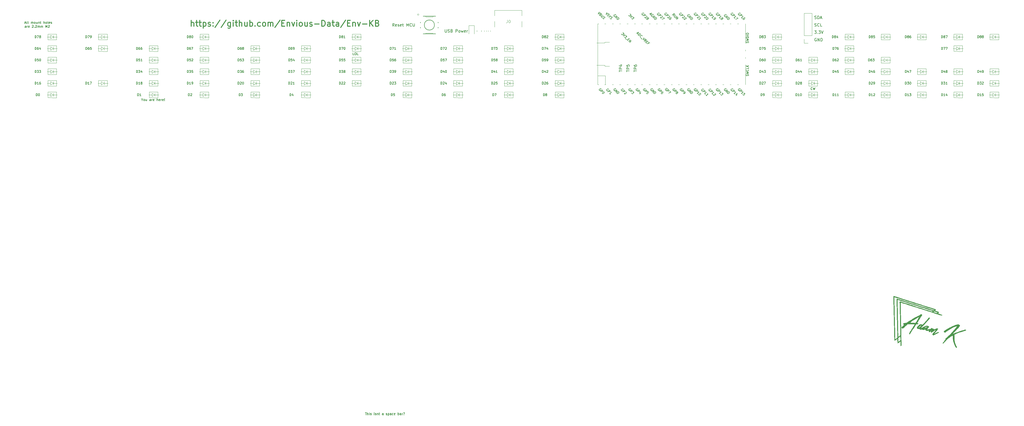
<source format=gbr>
%TF.GenerationSoftware,KiCad,Pcbnew,(5.1.9)-1*%
%TF.CreationDate,2021-04-15T20:32:39+01:00*%
%TF.ProjectId,ENV_KB,454e565f-4b42-42e6-9b69-6361645f7063,Rev.1*%
%TF.SameCoordinates,Original*%
%TF.FileFunction,Legend,Top*%
%TF.FilePolarity,Positive*%
%FSLAX46Y46*%
G04 Gerber Fmt 4.6, Leading zero omitted, Abs format (unit mm)*
G04 Created by KiCad (PCBNEW (5.1.9)-1) date 2021-04-15 20:32:39*
%MOMM*%
%LPD*%
G01*
G04 APERTURE LIST*
%ADD10C,0.153000*%
%ADD11C,0.160000*%
%ADD12C,0.155000*%
%ADD13C,0.200000*%
%ADD14C,0.300000*%
%ADD15C,0.010000*%
%ADD16C,0.120000*%
%ADD17C,0.100000*%
%ADD18C,0.152400*%
%ADD19C,0.050800*%
%ADD20C,0.015000*%
%ADD21C,0.150000*%
G04 APERTURE END LIST*
D10*
X141752830Y-109682833D02*
X142133783Y-109682833D01*
X141676640Y-109911404D02*
X141943307Y-109111404D01*
X142209973Y-109911404D01*
X142590926Y-109911404D02*
X142514735Y-109873309D01*
X142476640Y-109797119D01*
X142476640Y-109111404D01*
X143009973Y-109911404D02*
X142933783Y-109873309D01*
X142895688Y-109797119D01*
X142895688Y-109111404D01*
X143924259Y-109911404D02*
X143924259Y-109378071D01*
X143924259Y-109454261D02*
X143962354Y-109416166D01*
X144038545Y-109378071D01*
X144152830Y-109378071D01*
X144229021Y-109416166D01*
X144267116Y-109492357D01*
X144267116Y-109911404D01*
X144267116Y-109492357D02*
X144305211Y-109416166D01*
X144381402Y-109378071D01*
X144495688Y-109378071D01*
X144571878Y-109416166D01*
X144609973Y-109492357D01*
X144609973Y-109911404D01*
X145105211Y-109911404D02*
X145029021Y-109873309D01*
X144990926Y-109835214D01*
X144952830Y-109759023D01*
X144952830Y-109530452D01*
X144990926Y-109454261D01*
X145029021Y-109416166D01*
X145105211Y-109378071D01*
X145219497Y-109378071D01*
X145295688Y-109416166D01*
X145333783Y-109454261D01*
X145371878Y-109530452D01*
X145371878Y-109759023D01*
X145333783Y-109835214D01*
X145295688Y-109873309D01*
X145219497Y-109911404D01*
X145105211Y-109911404D01*
X146057592Y-109378071D02*
X146057592Y-109911404D01*
X145714735Y-109378071D02*
X145714735Y-109797119D01*
X145752830Y-109873309D01*
X145829021Y-109911404D01*
X145943307Y-109911404D01*
X146019497Y-109873309D01*
X146057592Y-109835214D01*
X146438545Y-109378071D02*
X146438545Y-109911404D01*
X146438545Y-109454261D02*
X146476640Y-109416166D01*
X146552830Y-109378071D01*
X146667116Y-109378071D01*
X146743307Y-109416166D01*
X146781402Y-109492357D01*
X146781402Y-109911404D01*
X147048069Y-109378071D02*
X147352830Y-109378071D01*
X147162354Y-109111404D02*
X147162354Y-109797119D01*
X147200450Y-109873309D01*
X147276640Y-109911404D01*
X147352830Y-109911404D01*
X148229021Y-109911404D02*
X148229021Y-109111404D01*
X148571878Y-109911404D02*
X148571878Y-109492357D01*
X148533783Y-109416166D01*
X148457592Y-109378071D01*
X148343307Y-109378071D01*
X148267116Y-109416166D01*
X148229021Y-109454261D01*
X149067116Y-109911404D02*
X148990926Y-109873309D01*
X148952830Y-109835214D01*
X148914735Y-109759023D01*
X148914735Y-109530452D01*
X148952830Y-109454261D01*
X148990926Y-109416166D01*
X149067116Y-109378071D01*
X149181402Y-109378071D01*
X149257592Y-109416166D01*
X149295688Y-109454261D01*
X149333783Y-109530452D01*
X149333783Y-109759023D01*
X149295688Y-109835214D01*
X149257592Y-109873309D01*
X149181402Y-109911404D01*
X149067116Y-109911404D01*
X149790926Y-109911404D02*
X149714735Y-109873309D01*
X149676640Y-109797119D01*
X149676640Y-109111404D01*
X150400450Y-109873309D02*
X150324259Y-109911404D01*
X150171878Y-109911404D01*
X150095688Y-109873309D01*
X150057592Y-109797119D01*
X150057592Y-109492357D01*
X150095688Y-109416166D01*
X150171878Y-109378071D01*
X150324259Y-109378071D01*
X150400450Y-109416166D01*
X150438545Y-109492357D01*
X150438545Y-109568547D01*
X150057592Y-109644738D01*
X150743307Y-109873309D02*
X150819497Y-109911404D01*
X150971878Y-109911404D01*
X151048069Y-109873309D01*
X151086164Y-109797119D01*
X151086164Y-109759023D01*
X151048069Y-109682833D01*
X150971878Y-109644738D01*
X150857592Y-109644738D01*
X150781402Y-109606642D01*
X150743307Y-109530452D01*
X150743307Y-109492357D01*
X150781402Y-109416166D01*
X150857592Y-109378071D01*
X150971878Y-109378071D01*
X151048069Y-109416166D01*
X142133783Y-111264404D02*
X142133783Y-110845357D01*
X142095688Y-110769166D01*
X142019497Y-110731071D01*
X141867116Y-110731071D01*
X141790926Y-110769166D01*
X142133783Y-111226309D02*
X142057592Y-111264404D01*
X141867116Y-111264404D01*
X141790926Y-111226309D01*
X141752830Y-111150119D01*
X141752830Y-111073928D01*
X141790926Y-110997738D01*
X141867116Y-110959642D01*
X142057592Y-110959642D01*
X142133783Y-110921547D01*
X142514735Y-111264404D02*
X142514735Y-110731071D01*
X142514735Y-110883452D02*
X142552830Y-110807261D01*
X142590926Y-110769166D01*
X142667116Y-110731071D01*
X142743307Y-110731071D01*
X143314735Y-111226309D02*
X143238545Y-111264404D01*
X143086164Y-111264404D01*
X143009973Y-111226309D01*
X142971878Y-111150119D01*
X142971878Y-110845357D01*
X143009973Y-110769166D01*
X143086164Y-110731071D01*
X143238545Y-110731071D01*
X143314735Y-110769166D01*
X143352830Y-110845357D01*
X143352830Y-110921547D01*
X142971878Y-110997738D01*
X144267116Y-110540595D02*
X144305211Y-110502500D01*
X144381402Y-110464404D01*
X144571878Y-110464404D01*
X144648069Y-110502500D01*
X144686164Y-110540595D01*
X144724259Y-110616785D01*
X144724259Y-110692976D01*
X144686164Y-110807261D01*
X144229021Y-111264404D01*
X144724259Y-111264404D01*
X145067116Y-111188214D02*
X145105211Y-111226309D01*
X145067116Y-111264404D01*
X145029021Y-111226309D01*
X145067116Y-111188214D01*
X145067116Y-111264404D01*
X145409973Y-110540595D02*
X145448069Y-110502500D01*
X145524259Y-110464404D01*
X145714735Y-110464404D01*
X145790926Y-110502500D01*
X145829021Y-110540595D01*
X145867116Y-110616785D01*
X145867116Y-110692976D01*
X145829021Y-110807261D01*
X145371878Y-111264404D01*
X145867116Y-111264404D01*
X146209973Y-111264404D02*
X146209973Y-110731071D01*
X146209973Y-110807261D02*
X146248069Y-110769166D01*
X146324259Y-110731071D01*
X146438545Y-110731071D01*
X146514735Y-110769166D01*
X146552830Y-110845357D01*
X146552830Y-111264404D01*
X146552830Y-110845357D02*
X146590926Y-110769166D01*
X146667116Y-110731071D01*
X146781402Y-110731071D01*
X146857592Y-110769166D01*
X146895688Y-110845357D01*
X146895688Y-111264404D01*
X147276640Y-111264404D02*
X147276640Y-110731071D01*
X147276640Y-110807261D02*
X147314735Y-110769166D01*
X147390926Y-110731071D01*
X147505211Y-110731071D01*
X147581402Y-110769166D01*
X147619497Y-110845357D01*
X147619497Y-111264404D01*
X147619497Y-110845357D02*
X147657592Y-110769166D01*
X147733783Y-110731071D01*
X147848069Y-110731071D01*
X147924259Y-110769166D01*
X147962354Y-110845357D01*
X147962354Y-111264404D01*
X148952830Y-111264404D02*
X148952830Y-110464404D01*
X149219497Y-111035833D01*
X149486164Y-110464404D01*
X149486164Y-111264404D01*
X149829021Y-110540595D02*
X149867116Y-110502500D01*
X149943307Y-110464404D01*
X150133783Y-110464404D01*
X150209973Y-110502500D01*
X150248069Y-110540595D01*
X150286164Y-110616785D01*
X150286164Y-110692976D01*
X150248069Y-110807261D01*
X149790926Y-111264404D01*
X150286164Y-111264404D01*
D11*
X269185714Y-110852380D02*
X268852380Y-110376190D01*
X268614285Y-110852380D02*
X268614285Y-109852380D01*
X268995238Y-109852380D01*
X269090476Y-109900000D01*
X269138095Y-109947619D01*
X269185714Y-110042857D01*
X269185714Y-110185714D01*
X269138095Y-110280952D01*
X269090476Y-110328571D01*
X268995238Y-110376190D01*
X268614285Y-110376190D01*
X269995238Y-110804761D02*
X269900000Y-110852380D01*
X269709523Y-110852380D01*
X269614285Y-110804761D01*
X269566666Y-110709523D01*
X269566666Y-110328571D01*
X269614285Y-110233333D01*
X269709523Y-110185714D01*
X269900000Y-110185714D01*
X269995238Y-110233333D01*
X270042857Y-110328571D01*
X270042857Y-110423809D01*
X269566666Y-110519047D01*
X270423809Y-110804761D02*
X270519047Y-110852380D01*
X270709523Y-110852380D01*
X270804761Y-110804761D01*
X270852380Y-110709523D01*
X270852380Y-110661904D01*
X270804761Y-110566666D01*
X270709523Y-110519047D01*
X270566666Y-110519047D01*
X270471428Y-110471428D01*
X270423809Y-110376190D01*
X270423809Y-110328571D01*
X270471428Y-110233333D01*
X270566666Y-110185714D01*
X270709523Y-110185714D01*
X270804761Y-110233333D01*
X271661904Y-110804761D02*
X271566666Y-110852380D01*
X271376190Y-110852380D01*
X271280952Y-110804761D01*
X271233333Y-110709523D01*
X271233333Y-110328571D01*
X271280952Y-110233333D01*
X271376190Y-110185714D01*
X271566666Y-110185714D01*
X271661904Y-110233333D01*
X271709523Y-110328571D01*
X271709523Y-110423809D01*
X271233333Y-110519047D01*
X271995238Y-110185714D02*
X272376190Y-110185714D01*
X272138095Y-109852380D02*
X272138095Y-110709523D01*
X272185714Y-110804761D01*
X272280952Y-110852380D01*
X272376190Y-110852380D01*
X273471428Y-110852380D02*
X273471428Y-109852380D01*
X273804761Y-110566666D01*
X274138095Y-109852380D01*
X274138095Y-110852380D01*
X275185714Y-110757142D02*
X275138095Y-110804761D01*
X274995238Y-110852380D01*
X274900000Y-110852380D01*
X274757142Y-110804761D01*
X274661904Y-110709523D01*
X274614285Y-110614285D01*
X274566666Y-110423809D01*
X274566666Y-110280952D01*
X274614285Y-110090476D01*
X274661904Y-109995238D01*
X274757142Y-109900000D01*
X274900000Y-109852380D01*
X274995238Y-109852380D01*
X275138095Y-109900000D01*
X275185714Y-109947619D01*
X275614285Y-109852380D02*
X275614285Y-110661904D01*
X275661904Y-110757142D01*
X275709523Y-110804761D01*
X275804761Y-110852380D01*
X275995238Y-110852380D01*
X276090476Y-110804761D01*
X276138095Y-110757142D01*
X276185714Y-110661904D01*
X276185714Y-109852380D01*
D12*
X259161904Y-244261904D02*
X259619047Y-244261904D01*
X259390476Y-245061904D02*
X259390476Y-244261904D01*
X259885714Y-245061904D02*
X259885714Y-244261904D01*
X260228571Y-245061904D02*
X260228571Y-244642857D01*
X260190476Y-244566666D01*
X260114285Y-244528571D01*
X259999999Y-244528571D01*
X259923809Y-244566666D01*
X259885714Y-244604761D01*
X260609523Y-245061904D02*
X260609523Y-244528571D01*
X260609523Y-244261904D02*
X260571428Y-244300000D01*
X260609523Y-244338095D01*
X260647619Y-244300000D01*
X260609523Y-244261904D01*
X260609523Y-244338095D01*
X260952380Y-245023809D02*
X261028571Y-245061904D01*
X261180952Y-245061904D01*
X261257142Y-245023809D01*
X261295238Y-244947619D01*
X261295238Y-244909523D01*
X261257142Y-244833333D01*
X261180952Y-244795238D01*
X261066666Y-244795238D01*
X260990476Y-244757142D01*
X260952380Y-244680952D01*
X260952380Y-244642857D01*
X260990476Y-244566666D01*
X261066666Y-244528571D01*
X261180952Y-244528571D01*
X261257142Y-244566666D01*
X262247619Y-245061904D02*
X262247619Y-244528571D01*
X262247619Y-244261904D02*
X262209523Y-244300000D01*
X262247619Y-244338095D01*
X262285714Y-244300000D01*
X262247619Y-244261904D01*
X262247619Y-244338095D01*
X262590476Y-245023809D02*
X262666666Y-245061904D01*
X262819047Y-245061904D01*
X262895238Y-245023809D01*
X262933333Y-244947619D01*
X262933333Y-244909523D01*
X262895238Y-244833333D01*
X262819047Y-244795238D01*
X262704761Y-244795238D01*
X262628571Y-244757142D01*
X262590476Y-244680952D01*
X262590476Y-244642857D01*
X262628571Y-244566666D01*
X262704761Y-244528571D01*
X262819047Y-244528571D01*
X262895238Y-244566666D01*
X263276190Y-244528571D02*
X263276190Y-245061904D01*
X263276190Y-244604761D02*
X263314285Y-244566666D01*
X263390476Y-244528571D01*
X263504761Y-244528571D01*
X263580952Y-244566666D01*
X263619047Y-244642857D01*
X263619047Y-245061904D01*
X263885714Y-244528571D02*
X264190476Y-244528571D01*
X263999999Y-244261904D02*
X263999999Y-244947619D01*
X264038095Y-245023809D01*
X264114285Y-245061904D01*
X264190476Y-245061904D01*
X265409523Y-245061904D02*
X265409523Y-244642857D01*
X265371428Y-244566666D01*
X265295238Y-244528571D01*
X265142857Y-244528571D01*
X265066666Y-244566666D01*
X265409523Y-245023809D02*
X265333333Y-245061904D01*
X265142857Y-245061904D01*
X265066666Y-245023809D01*
X265028571Y-244947619D01*
X265028571Y-244871428D01*
X265066666Y-244795238D01*
X265142857Y-244757142D01*
X265333333Y-244757142D01*
X265409523Y-244719047D01*
X266361904Y-245023809D02*
X266438095Y-245061904D01*
X266590476Y-245061904D01*
X266666666Y-245023809D01*
X266704761Y-244947619D01*
X266704761Y-244909523D01*
X266666666Y-244833333D01*
X266590476Y-244795238D01*
X266476190Y-244795238D01*
X266399999Y-244757142D01*
X266361904Y-244680952D01*
X266361904Y-244642857D01*
X266399999Y-244566666D01*
X266476190Y-244528571D01*
X266590476Y-244528571D01*
X266666666Y-244566666D01*
X267047619Y-244528571D02*
X267047619Y-245328571D01*
X267047619Y-244566666D02*
X267123809Y-244528571D01*
X267276190Y-244528571D01*
X267352380Y-244566666D01*
X267390476Y-244604761D01*
X267428571Y-244680952D01*
X267428571Y-244909523D01*
X267390476Y-244985714D01*
X267352380Y-245023809D01*
X267276190Y-245061904D01*
X267123809Y-245061904D01*
X267047619Y-245023809D01*
X268114285Y-245061904D02*
X268114285Y-244642857D01*
X268076190Y-244566666D01*
X267999999Y-244528571D01*
X267847619Y-244528571D01*
X267771428Y-244566666D01*
X268114285Y-245023809D02*
X268038095Y-245061904D01*
X267847619Y-245061904D01*
X267771428Y-245023809D01*
X267733333Y-244947619D01*
X267733333Y-244871428D01*
X267771428Y-244795238D01*
X267847619Y-244757142D01*
X268038095Y-244757142D01*
X268114285Y-244719047D01*
X268838095Y-245023809D02*
X268761904Y-245061904D01*
X268609523Y-245061904D01*
X268533333Y-245023809D01*
X268495238Y-244985714D01*
X268457142Y-244909523D01*
X268457142Y-244680952D01*
X268495238Y-244604761D01*
X268533333Y-244566666D01*
X268609523Y-244528571D01*
X268761904Y-244528571D01*
X268838095Y-244566666D01*
X269485714Y-245023809D02*
X269409523Y-245061904D01*
X269257142Y-245061904D01*
X269180952Y-245023809D01*
X269142857Y-244947619D01*
X269142857Y-244642857D01*
X269180952Y-244566666D01*
X269257142Y-244528571D01*
X269409523Y-244528571D01*
X269485714Y-244566666D01*
X269523809Y-244642857D01*
X269523809Y-244719047D01*
X269142857Y-244795238D01*
X270476190Y-245061904D02*
X270476190Y-244261904D01*
X270476190Y-244566666D02*
X270552380Y-244528571D01*
X270704761Y-244528571D01*
X270780952Y-244566666D01*
X270819047Y-244604761D01*
X270857142Y-244680952D01*
X270857142Y-244909523D01*
X270819047Y-244985714D01*
X270780952Y-245023809D01*
X270704761Y-245061904D01*
X270552380Y-245061904D01*
X270476190Y-245023809D01*
X271542857Y-245061904D02*
X271542857Y-244642857D01*
X271504761Y-244566666D01*
X271428571Y-244528571D01*
X271276190Y-244528571D01*
X271200000Y-244566666D01*
X271542857Y-245023809D02*
X271466666Y-245061904D01*
X271276190Y-245061904D01*
X271200000Y-245023809D01*
X271161904Y-244947619D01*
X271161904Y-244871428D01*
X271200000Y-244795238D01*
X271276190Y-244757142D01*
X271466666Y-244757142D01*
X271542857Y-244719047D01*
X271923809Y-245061904D02*
X271923809Y-244528571D01*
X271923809Y-244680952D02*
X271961904Y-244604761D01*
X272000000Y-244566666D01*
X272076190Y-244528571D01*
X272152380Y-244528571D01*
X272533333Y-244985714D02*
X272571428Y-245023809D01*
X272533333Y-245061904D01*
X272495238Y-245023809D01*
X272533333Y-244985714D01*
X272533333Y-245061904D01*
X272380952Y-244300000D02*
X272457142Y-244261904D01*
X272647619Y-244261904D01*
X272723809Y-244300000D01*
X272761904Y-244376190D01*
X272761904Y-244452380D01*
X272723809Y-244528571D01*
X272685714Y-244566666D01*
X272609523Y-244604761D01*
X272571428Y-244642857D01*
X272533333Y-244719047D01*
X272533333Y-244757142D01*
X182228571Y-136205952D02*
X182228571Y-136586904D01*
X181961904Y-135786904D02*
X182228571Y-136205952D01*
X182495238Y-135786904D01*
X182876190Y-136586904D02*
X182800000Y-136548809D01*
X182761904Y-136510714D01*
X182723809Y-136434523D01*
X182723809Y-136205952D01*
X182761904Y-136129761D01*
X182800000Y-136091666D01*
X182876190Y-136053571D01*
X182990476Y-136053571D01*
X183066666Y-136091666D01*
X183104761Y-136129761D01*
X183142857Y-136205952D01*
X183142857Y-136434523D01*
X183104761Y-136510714D01*
X183066666Y-136548809D01*
X182990476Y-136586904D01*
X182876190Y-136586904D01*
X183828571Y-136053571D02*
X183828571Y-136586904D01*
X183485714Y-136053571D02*
X183485714Y-136472619D01*
X183523809Y-136548809D01*
X183600000Y-136586904D01*
X183714285Y-136586904D01*
X183790476Y-136548809D01*
X183828571Y-136510714D01*
X185161904Y-136586904D02*
X185161904Y-136167857D01*
X185123809Y-136091666D01*
X185047619Y-136053571D01*
X184895238Y-136053571D01*
X184819047Y-136091666D01*
X185161904Y-136548809D02*
X185085714Y-136586904D01*
X184895238Y-136586904D01*
X184819047Y-136548809D01*
X184780952Y-136472619D01*
X184780952Y-136396428D01*
X184819047Y-136320238D01*
X184895238Y-136282142D01*
X185085714Y-136282142D01*
X185161904Y-136244047D01*
X185542857Y-136586904D02*
X185542857Y-136053571D01*
X185542857Y-136205952D02*
X185580952Y-136129761D01*
X185619047Y-136091666D01*
X185695238Y-136053571D01*
X185771428Y-136053571D01*
X186342857Y-136548809D02*
X186266666Y-136586904D01*
X186114285Y-136586904D01*
X186038095Y-136548809D01*
X186000000Y-136472619D01*
X186000000Y-136167857D01*
X186038095Y-136091666D01*
X186114285Y-136053571D01*
X186266666Y-136053571D01*
X186342857Y-136091666D01*
X186380952Y-136167857D01*
X186380952Y-136244047D01*
X186000000Y-136320238D01*
X187333333Y-136586904D02*
X187333333Y-135786904D01*
X187676190Y-136586904D02*
X187676190Y-136167857D01*
X187638095Y-136091666D01*
X187561904Y-136053571D01*
X187447619Y-136053571D01*
X187371428Y-136091666D01*
X187333333Y-136129761D01*
X188361904Y-136548809D02*
X188285714Y-136586904D01*
X188133333Y-136586904D01*
X188057142Y-136548809D01*
X188019047Y-136472619D01*
X188019047Y-136167857D01*
X188057142Y-136091666D01*
X188133333Y-136053571D01*
X188285714Y-136053571D01*
X188361904Y-136091666D01*
X188400000Y-136167857D01*
X188400000Y-136244047D01*
X188019047Y-136320238D01*
X188742857Y-136586904D02*
X188742857Y-136053571D01*
X188742857Y-136205952D02*
X188780952Y-136129761D01*
X188819047Y-136091666D01*
X188895238Y-136053571D01*
X188971428Y-136053571D01*
X189542857Y-136548809D02*
X189466666Y-136586904D01*
X189314285Y-136586904D01*
X189238095Y-136548809D01*
X189200000Y-136472619D01*
X189200000Y-136167857D01*
X189238095Y-136091666D01*
X189314285Y-136053571D01*
X189466666Y-136053571D01*
X189542857Y-136091666D01*
X189580952Y-136167857D01*
X189580952Y-136244047D01*
X189200000Y-136320238D01*
X189923809Y-136510714D02*
X189961904Y-136548809D01*
X189923809Y-136586904D01*
X189885714Y-136548809D01*
X189923809Y-136510714D01*
X189923809Y-136586904D01*
X189923809Y-136282142D02*
X189885714Y-135825000D01*
X189923809Y-135786904D01*
X189961904Y-135825000D01*
X189923809Y-136282142D01*
X189923809Y-135786904D01*
X255304761Y-120761904D02*
X254923809Y-120761904D01*
X254923809Y-119961904D01*
X255723809Y-119961904D02*
X255876190Y-119961904D01*
X255952380Y-120000000D01*
X256028571Y-120076190D01*
X256066666Y-120228571D01*
X256066666Y-120495238D01*
X256028571Y-120647619D01*
X255952380Y-120723809D01*
X255876190Y-120761904D01*
X255723809Y-120761904D01*
X255647619Y-120723809D01*
X255571428Y-120647619D01*
X255533333Y-120495238D01*
X255533333Y-120228571D01*
X255571428Y-120076190D01*
X255647619Y-120000000D01*
X255723809Y-119961904D01*
X256790476Y-120761904D02*
X256409523Y-120761904D01*
X256409523Y-119961904D01*
X413390476Y-132685714D02*
X413352380Y-132723809D01*
X413238095Y-132761904D01*
X413161904Y-132761904D01*
X413047619Y-132723809D01*
X412971428Y-132647619D01*
X412933333Y-132571428D01*
X412895238Y-132419047D01*
X412895238Y-132304761D01*
X412933333Y-132152380D01*
X412971428Y-132076190D01*
X413047619Y-132000000D01*
X413161904Y-131961904D01*
X413238095Y-131961904D01*
X413352380Y-132000000D01*
X413390476Y-132038095D01*
X413657142Y-131961904D02*
X413847619Y-132761904D01*
X414000000Y-132190476D01*
X414152380Y-132761904D01*
X414342857Y-131961904D01*
D13*
X414791904Y-115000000D02*
X414696666Y-114952380D01*
X414553809Y-114952380D01*
X414410952Y-115000000D01*
X414315714Y-115095238D01*
X414268095Y-115190476D01*
X414220476Y-115380952D01*
X414220476Y-115523809D01*
X414268095Y-115714285D01*
X414315714Y-115809523D01*
X414410952Y-115904761D01*
X414553809Y-115952380D01*
X414649047Y-115952380D01*
X414791904Y-115904761D01*
X414839523Y-115857142D01*
X414839523Y-115523809D01*
X414649047Y-115523809D01*
X415268095Y-115952380D02*
X415268095Y-114952380D01*
X415839523Y-115952380D01*
X415839523Y-114952380D01*
X416315714Y-115952380D02*
X416315714Y-114952380D01*
X416553809Y-114952380D01*
X416696666Y-115000000D01*
X416791904Y-115095238D01*
X416839523Y-115190476D01*
X416887142Y-115380952D01*
X416887142Y-115523809D01*
X416839523Y-115714285D01*
X416791904Y-115809523D01*
X416696666Y-115904761D01*
X416553809Y-115952380D01*
X416315714Y-115952380D01*
X414172857Y-112352380D02*
X414791904Y-112352380D01*
X414458571Y-112733333D01*
X414601428Y-112733333D01*
X414696666Y-112780952D01*
X414744285Y-112828571D01*
X414791904Y-112923809D01*
X414791904Y-113161904D01*
X414744285Y-113257142D01*
X414696666Y-113304761D01*
X414601428Y-113352380D01*
X414315714Y-113352380D01*
X414220476Y-113304761D01*
X414172857Y-113257142D01*
X415220476Y-113257142D02*
X415268095Y-113304761D01*
X415220476Y-113352380D01*
X415172857Y-113304761D01*
X415220476Y-113257142D01*
X415220476Y-113352380D01*
X415601428Y-112352380D02*
X416220476Y-112352380D01*
X415887142Y-112733333D01*
X416030000Y-112733333D01*
X416125238Y-112780952D01*
X416172857Y-112828571D01*
X416220476Y-112923809D01*
X416220476Y-113161904D01*
X416172857Y-113257142D01*
X416125238Y-113304761D01*
X416030000Y-113352380D01*
X415744285Y-113352380D01*
X415649047Y-113304761D01*
X415601428Y-113257142D01*
X416506190Y-112352380D02*
X416839523Y-113352380D01*
X417172857Y-112352380D01*
X414220476Y-110804761D02*
X414363333Y-110852380D01*
X414601428Y-110852380D01*
X414696666Y-110804761D01*
X414744285Y-110757142D01*
X414791904Y-110661904D01*
X414791904Y-110566666D01*
X414744285Y-110471428D01*
X414696666Y-110423809D01*
X414601428Y-110376190D01*
X414410952Y-110328571D01*
X414315714Y-110280952D01*
X414268095Y-110233333D01*
X414220476Y-110138095D01*
X414220476Y-110042857D01*
X414268095Y-109947619D01*
X414315714Y-109900000D01*
X414410952Y-109852380D01*
X414649047Y-109852380D01*
X414791904Y-109900000D01*
X415791904Y-110757142D02*
X415744285Y-110804761D01*
X415601428Y-110852380D01*
X415506190Y-110852380D01*
X415363333Y-110804761D01*
X415268095Y-110709523D01*
X415220476Y-110614285D01*
X415172857Y-110423809D01*
X415172857Y-110280952D01*
X415220476Y-110090476D01*
X415268095Y-109995238D01*
X415363333Y-109900000D01*
X415506190Y-109852380D01*
X415601428Y-109852380D01*
X415744285Y-109900000D01*
X415791904Y-109947619D01*
X416696666Y-110852380D02*
X416220476Y-110852380D01*
X416220476Y-109852380D01*
X414220476Y-108204761D02*
X414363333Y-108252380D01*
X414601428Y-108252380D01*
X414696666Y-108204761D01*
X414744285Y-108157142D01*
X414791904Y-108061904D01*
X414791904Y-107966666D01*
X414744285Y-107871428D01*
X414696666Y-107823809D01*
X414601428Y-107776190D01*
X414410952Y-107728571D01*
X414315714Y-107680952D01*
X414268095Y-107633333D01*
X414220476Y-107538095D01*
X414220476Y-107442857D01*
X414268095Y-107347619D01*
X414315714Y-107300000D01*
X414410952Y-107252380D01*
X414649047Y-107252380D01*
X414791904Y-107300000D01*
X415220476Y-108252380D02*
X415220476Y-107252380D01*
X415458571Y-107252380D01*
X415601428Y-107300000D01*
X415696666Y-107395238D01*
X415744285Y-107490476D01*
X415791904Y-107680952D01*
X415791904Y-107823809D01*
X415744285Y-108014285D01*
X415696666Y-108109523D01*
X415601428Y-108204761D01*
X415458571Y-108252380D01*
X415220476Y-108252380D01*
X416172857Y-107966666D02*
X416649047Y-107966666D01*
X416077619Y-108252380D02*
X416410952Y-107252380D01*
X416744285Y-108252380D01*
D11*
X286692857Y-111927380D02*
X286692857Y-112736904D01*
X286740476Y-112832142D01*
X286788095Y-112879761D01*
X286883333Y-112927380D01*
X287073809Y-112927380D01*
X287169047Y-112879761D01*
X287216666Y-112832142D01*
X287264285Y-112736904D01*
X287264285Y-111927380D01*
X287692857Y-112879761D02*
X287835714Y-112927380D01*
X288073809Y-112927380D01*
X288169047Y-112879761D01*
X288216666Y-112832142D01*
X288264285Y-112736904D01*
X288264285Y-112641666D01*
X288216666Y-112546428D01*
X288169047Y-112498809D01*
X288073809Y-112451190D01*
X287883333Y-112403571D01*
X287788095Y-112355952D01*
X287740476Y-112308333D01*
X287692857Y-112213095D01*
X287692857Y-112117857D01*
X287740476Y-112022619D01*
X287788095Y-111975000D01*
X287883333Y-111927380D01*
X288121428Y-111927380D01*
X288264285Y-111975000D01*
X289026190Y-112403571D02*
X289169047Y-112451190D01*
X289216666Y-112498809D01*
X289264285Y-112594047D01*
X289264285Y-112736904D01*
X289216666Y-112832142D01*
X289169047Y-112879761D01*
X289073809Y-112927380D01*
X288692857Y-112927380D01*
X288692857Y-111927380D01*
X289026190Y-111927380D01*
X289121428Y-111975000D01*
X289169047Y-112022619D01*
X289216666Y-112117857D01*
X289216666Y-112213095D01*
X289169047Y-112308333D01*
X289121428Y-112355952D01*
X289026190Y-112403571D01*
X288692857Y-112403571D01*
X290454761Y-112927380D02*
X290454761Y-111927380D01*
X290835714Y-111927380D01*
X290930952Y-111975000D01*
X290978571Y-112022619D01*
X291026190Y-112117857D01*
X291026190Y-112260714D01*
X290978571Y-112355952D01*
X290930952Y-112403571D01*
X290835714Y-112451190D01*
X290454761Y-112451190D01*
X291597619Y-112927380D02*
X291502380Y-112879761D01*
X291454761Y-112832142D01*
X291407142Y-112736904D01*
X291407142Y-112451190D01*
X291454761Y-112355952D01*
X291502380Y-112308333D01*
X291597619Y-112260714D01*
X291740476Y-112260714D01*
X291835714Y-112308333D01*
X291883333Y-112355952D01*
X291930952Y-112451190D01*
X291930952Y-112736904D01*
X291883333Y-112832142D01*
X291835714Y-112879761D01*
X291740476Y-112927380D01*
X291597619Y-112927380D01*
X292264285Y-112260714D02*
X292454761Y-112927380D01*
X292645238Y-112451190D01*
X292835714Y-112927380D01*
X293026190Y-112260714D01*
X293788095Y-112879761D02*
X293692857Y-112927380D01*
X293502380Y-112927380D01*
X293407142Y-112879761D01*
X293359523Y-112784523D01*
X293359523Y-112403571D01*
X293407142Y-112308333D01*
X293502380Y-112260714D01*
X293692857Y-112260714D01*
X293788095Y-112308333D01*
X293835714Y-112403571D01*
X293835714Y-112498809D01*
X293359523Y-112594047D01*
X294264285Y-112927380D02*
X294264285Y-112260714D01*
X294264285Y-112451190D02*
X294311904Y-112355952D01*
X294359523Y-112308333D01*
X294454761Y-112260714D01*
X294550000Y-112260714D01*
D14*
X199181380Y-110806761D02*
X199181380Y-108806761D01*
X200038523Y-110806761D02*
X200038523Y-109759142D01*
X199943285Y-109568666D01*
X199752809Y-109473428D01*
X199467095Y-109473428D01*
X199276619Y-109568666D01*
X199181380Y-109663904D01*
X200705190Y-109473428D02*
X201467095Y-109473428D01*
X200990904Y-108806761D02*
X200990904Y-110521047D01*
X201086142Y-110711523D01*
X201276619Y-110806761D01*
X201467095Y-110806761D01*
X201848047Y-109473428D02*
X202609952Y-109473428D01*
X202133761Y-108806761D02*
X202133761Y-110521047D01*
X202229000Y-110711523D01*
X202419476Y-110806761D01*
X202609952Y-110806761D01*
X203276619Y-109473428D02*
X203276619Y-111473428D01*
X203276619Y-109568666D02*
X203467095Y-109473428D01*
X203848047Y-109473428D01*
X204038523Y-109568666D01*
X204133761Y-109663904D01*
X204229000Y-109854380D01*
X204229000Y-110425809D01*
X204133761Y-110616285D01*
X204038523Y-110711523D01*
X203848047Y-110806761D01*
X203467095Y-110806761D01*
X203276619Y-110711523D01*
X204990904Y-110711523D02*
X205181380Y-110806761D01*
X205562333Y-110806761D01*
X205752809Y-110711523D01*
X205848047Y-110521047D01*
X205848047Y-110425809D01*
X205752809Y-110235333D01*
X205562333Y-110140095D01*
X205276619Y-110140095D01*
X205086142Y-110044857D01*
X204990904Y-109854380D01*
X204990904Y-109759142D01*
X205086142Y-109568666D01*
X205276619Y-109473428D01*
X205562333Y-109473428D01*
X205752809Y-109568666D01*
X206705190Y-110616285D02*
X206800428Y-110711523D01*
X206705190Y-110806761D01*
X206609952Y-110711523D01*
X206705190Y-110616285D01*
X206705190Y-110806761D01*
X206705190Y-109568666D02*
X206800428Y-109663904D01*
X206705190Y-109759142D01*
X206609952Y-109663904D01*
X206705190Y-109568666D01*
X206705190Y-109759142D01*
X209086142Y-108711523D02*
X207371857Y-111282952D01*
X211181380Y-108711523D02*
X209467095Y-111282952D01*
X212705190Y-109473428D02*
X212705190Y-111092476D01*
X212609952Y-111282952D01*
X212514714Y-111378190D01*
X212324238Y-111473428D01*
X212038523Y-111473428D01*
X211848047Y-111378190D01*
X212705190Y-110711523D02*
X212514714Y-110806761D01*
X212133761Y-110806761D01*
X211943285Y-110711523D01*
X211848047Y-110616285D01*
X211752809Y-110425809D01*
X211752809Y-109854380D01*
X211848047Y-109663904D01*
X211943285Y-109568666D01*
X212133761Y-109473428D01*
X212514714Y-109473428D01*
X212705190Y-109568666D01*
X213657571Y-110806761D02*
X213657571Y-109473428D01*
X213657571Y-108806761D02*
X213562333Y-108902000D01*
X213657571Y-108997238D01*
X213752809Y-108902000D01*
X213657571Y-108806761D01*
X213657571Y-108997238D01*
X214324238Y-109473428D02*
X215086142Y-109473428D01*
X214609952Y-108806761D02*
X214609952Y-110521047D01*
X214705190Y-110711523D01*
X214895666Y-110806761D01*
X215086142Y-110806761D01*
X215752809Y-110806761D02*
X215752809Y-108806761D01*
X216609952Y-110806761D02*
X216609952Y-109759142D01*
X216514714Y-109568666D01*
X216324238Y-109473428D01*
X216038523Y-109473428D01*
X215848047Y-109568666D01*
X215752809Y-109663904D01*
X218419476Y-109473428D02*
X218419476Y-110806761D01*
X217562333Y-109473428D02*
X217562333Y-110521047D01*
X217657571Y-110711523D01*
X217848047Y-110806761D01*
X218133761Y-110806761D01*
X218324238Y-110711523D01*
X218419476Y-110616285D01*
X219371857Y-110806761D02*
X219371857Y-108806761D01*
X219371857Y-109568666D02*
X219562333Y-109473428D01*
X219943285Y-109473428D01*
X220133761Y-109568666D01*
X220229000Y-109663904D01*
X220324238Y-109854380D01*
X220324238Y-110425809D01*
X220229000Y-110616285D01*
X220133761Y-110711523D01*
X219943285Y-110806761D01*
X219562333Y-110806761D01*
X219371857Y-110711523D01*
X221181380Y-110616285D02*
X221276619Y-110711523D01*
X221181380Y-110806761D01*
X221086142Y-110711523D01*
X221181380Y-110616285D01*
X221181380Y-110806761D01*
X222990904Y-110711523D02*
X222800428Y-110806761D01*
X222419476Y-110806761D01*
X222229000Y-110711523D01*
X222133761Y-110616285D01*
X222038523Y-110425809D01*
X222038523Y-109854380D01*
X222133761Y-109663904D01*
X222229000Y-109568666D01*
X222419476Y-109473428D01*
X222800428Y-109473428D01*
X222990904Y-109568666D01*
X224133761Y-110806761D02*
X223943285Y-110711523D01*
X223848047Y-110616285D01*
X223752809Y-110425809D01*
X223752809Y-109854380D01*
X223848047Y-109663904D01*
X223943285Y-109568666D01*
X224133761Y-109473428D01*
X224419476Y-109473428D01*
X224609952Y-109568666D01*
X224705190Y-109663904D01*
X224800428Y-109854380D01*
X224800428Y-110425809D01*
X224705190Y-110616285D01*
X224609952Y-110711523D01*
X224419476Y-110806761D01*
X224133761Y-110806761D01*
X225657571Y-110806761D02*
X225657571Y-109473428D01*
X225657571Y-109663904D02*
X225752809Y-109568666D01*
X225943285Y-109473428D01*
X226229000Y-109473428D01*
X226419476Y-109568666D01*
X226514714Y-109759142D01*
X226514714Y-110806761D01*
X226514714Y-109759142D02*
X226609952Y-109568666D01*
X226800428Y-109473428D01*
X227086142Y-109473428D01*
X227276619Y-109568666D01*
X227371857Y-109759142D01*
X227371857Y-110806761D01*
X229752809Y-108711523D02*
X228038523Y-111282952D01*
X230419476Y-109759142D02*
X231086142Y-109759142D01*
X231371857Y-110806761D02*
X230419476Y-110806761D01*
X230419476Y-108806761D01*
X231371857Y-108806761D01*
X232229000Y-109473428D02*
X232229000Y-110806761D01*
X232229000Y-109663904D02*
X232324238Y-109568666D01*
X232514714Y-109473428D01*
X232800428Y-109473428D01*
X232990904Y-109568666D01*
X233086142Y-109759142D01*
X233086142Y-110806761D01*
X233848047Y-109473428D02*
X234324238Y-110806761D01*
X234800428Y-109473428D01*
X235562333Y-110806761D02*
X235562333Y-109473428D01*
X235562333Y-108806761D02*
X235467095Y-108902000D01*
X235562333Y-108997238D01*
X235657571Y-108902000D01*
X235562333Y-108806761D01*
X235562333Y-108997238D01*
X236800428Y-110806761D02*
X236609952Y-110711523D01*
X236514714Y-110616285D01*
X236419476Y-110425809D01*
X236419476Y-109854380D01*
X236514714Y-109663904D01*
X236609952Y-109568666D01*
X236800428Y-109473428D01*
X237086142Y-109473428D01*
X237276619Y-109568666D01*
X237371857Y-109663904D01*
X237467095Y-109854380D01*
X237467095Y-110425809D01*
X237371857Y-110616285D01*
X237276619Y-110711523D01*
X237086142Y-110806761D01*
X236800428Y-110806761D01*
X239181380Y-109473428D02*
X239181380Y-110806761D01*
X238324238Y-109473428D02*
X238324238Y-110521047D01*
X238419476Y-110711523D01*
X238609952Y-110806761D01*
X238895666Y-110806761D01*
X239086142Y-110711523D01*
X239181380Y-110616285D01*
X240038523Y-110711523D02*
X240229000Y-110806761D01*
X240609952Y-110806761D01*
X240800428Y-110711523D01*
X240895666Y-110521047D01*
X240895666Y-110425809D01*
X240800428Y-110235333D01*
X240609952Y-110140095D01*
X240324238Y-110140095D01*
X240133761Y-110044857D01*
X240038523Y-109854380D01*
X240038523Y-109759142D01*
X240133761Y-109568666D01*
X240324238Y-109473428D01*
X240609952Y-109473428D01*
X240800428Y-109568666D01*
X241752809Y-110044857D02*
X243276619Y-110044857D01*
X244229000Y-110806761D02*
X244229000Y-108806761D01*
X244705190Y-108806761D01*
X244990904Y-108902000D01*
X245181380Y-109092476D01*
X245276619Y-109282952D01*
X245371857Y-109663904D01*
X245371857Y-109949619D01*
X245276619Y-110330571D01*
X245181380Y-110521047D01*
X244990904Y-110711523D01*
X244705190Y-110806761D01*
X244229000Y-110806761D01*
X247086142Y-110806761D02*
X247086142Y-109759142D01*
X246990904Y-109568666D01*
X246800428Y-109473428D01*
X246419476Y-109473428D01*
X246229000Y-109568666D01*
X247086142Y-110711523D02*
X246895666Y-110806761D01*
X246419476Y-110806761D01*
X246229000Y-110711523D01*
X246133761Y-110521047D01*
X246133761Y-110330571D01*
X246229000Y-110140095D01*
X246419476Y-110044857D01*
X246895666Y-110044857D01*
X247086142Y-109949619D01*
X247752809Y-109473428D02*
X248514714Y-109473428D01*
X248038523Y-108806761D02*
X248038523Y-110521047D01*
X248133761Y-110711523D01*
X248324238Y-110806761D01*
X248514714Y-110806761D01*
X250038523Y-110806761D02*
X250038523Y-109759142D01*
X249943285Y-109568666D01*
X249752809Y-109473428D01*
X249371857Y-109473428D01*
X249181380Y-109568666D01*
X250038523Y-110711523D02*
X249848047Y-110806761D01*
X249371857Y-110806761D01*
X249181380Y-110711523D01*
X249086142Y-110521047D01*
X249086142Y-110330571D01*
X249181380Y-110140095D01*
X249371857Y-110044857D01*
X249848047Y-110044857D01*
X250038523Y-109949619D01*
X252419476Y-108711523D02*
X250705190Y-111282952D01*
X253086142Y-109759142D02*
X253752809Y-109759142D01*
X254038523Y-110806761D02*
X253086142Y-110806761D01*
X253086142Y-108806761D01*
X254038523Y-108806761D01*
X254895666Y-109473428D02*
X254895666Y-110806761D01*
X254895666Y-109663904D02*
X254990904Y-109568666D01*
X255181380Y-109473428D01*
X255467095Y-109473428D01*
X255657571Y-109568666D01*
X255752809Y-109759142D01*
X255752809Y-110806761D01*
X256514714Y-109473428D02*
X256990904Y-110806761D01*
X257467095Y-109473428D01*
X258228999Y-110044857D02*
X259752809Y-110044857D01*
X260705190Y-110806761D02*
X260705190Y-108806761D01*
X261848047Y-110806761D02*
X260990904Y-109663904D01*
X261848047Y-108806761D02*
X260705190Y-109949619D01*
X263371857Y-109759142D02*
X263657571Y-109854380D01*
X263752809Y-109949619D01*
X263848047Y-110140095D01*
X263848047Y-110425809D01*
X263752809Y-110616285D01*
X263657571Y-110711523D01*
X263467095Y-110806761D01*
X262705190Y-110806761D01*
X262705190Y-108806761D01*
X263371857Y-108806761D01*
X263562333Y-108902000D01*
X263657571Y-108997238D01*
X263752809Y-109187714D01*
X263752809Y-109378190D01*
X263657571Y-109568666D01*
X263562333Y-109663904D01*
X263371857Y-109759142D01*
X262705190Y-109759142D01*
D15*
%TO.C,G\u002A\u002A\u002A*%
G36*
X463809540Y-213819561D02*
G01*
X463837990Y-213828132D01*
X464000617Y-213916088D01*
X464130254Y-214033325D01*
X464199832Y-214153215D01*
X464205000Y-214189143D01*
X464175671Y-214332379D01*
X464084851Y-214512299D01*
X463928284Y-214734677D01*
X463701717Y-215005283D01*
X463400896Y-215329890D01*
X463249584Y-215485548D01*
X462956534Y-215785862D01*
X462679362Y-216074213D01*
X462426545Y-216341417D01*
X462206560Y-216578292D01*
X462027881Y-216775654D01*
X461898986Y-216924320D01*
X461828349Y-217015107D01*
X461817400Y-217037237D01*
X461828274Y-217048468D01*
X461868311Y-217045041D01*
X461948632Y-217023282D01*
X462080360Y-216979514D01*
X462274615Y-216910061D01*
X462542520Y-216811248D01*
X462858800Y-216693049D01*
X463274538Y-216538886D01*
X463712982Y-216379314D01*
X464145161Y-216224692D01*
X464542106Y-216085380D01*
X464874847Y-215971739D01*
X464890800Y-215966409D01*
X465038538Y-215919416D01*
X465251368Y-215854520D01*
X465496608Y-215781452D01*
X465741581Y-215709944D01*
X465953607Y-215649727D01*
X465962808Y-215647173D01*
X466132052Y-215622003D01*
X466266282Y-215639257D01*
X466352237Y-215686468D01*
X466376653Y-215751168D01*
X466326270Y-215820889D01*
X466207448Y-215877166D01*
X466092742Y-215916741D01*
X465915029Y-215981151D01*
X465706145Y-216058795D01*
X465627400Y-216088529D01*
X465384811Y-216172937D01*
X465130840Y-216249099D01*
X464912789Y-216303070D01*
X464874013Y-216310639D01*
X464572796Y-216382196D01*
X464208734Y-216495887D01*
X463806656Y-216642504D01*
X463391389Y-216812843D01*
X462987764Y-216997695D01*
X462886698Y-217047546D01*
X462315210Y-217334158D01*
X462353724Y-217521679D01*
X462367098Y-217641601D01*
X462376603Y-217837947D01*
X462381500Y-218085586D01*
X462381049Y-218359389D01*
X462380163Y-218420400D01*
X462384176Y-218880713D01*
X462416086Y-219303601D01*
X462480921Y-219711490D01*
X462583709Y-220126806D01*
X462729478Y-220571975D01*
X462923256Y-221069423D01*
X463031594Y-221325915D01*
X463106762Y-221510116D01*
X463162401Y-221664850D01*
X463188288Y-221761249D01*
X463189000Y-221770415D01*
X463159775Y-221841963D01*
X463084301Y-221842409D01*
X462980873Y-221779111D01*
X462867791Y-221659429D01*
X462848561Y-221633500D01*
X462645292Y-221304989D01*
X462445720Y-220900301D01*
X462259905Y-220444661D01*
X462097910Y-219963290D01*
X461969798Y-219481413D01*
X461945437Y-219369578D01*
X461909197Y-219130096D01*
X461883031Y-218823305D01*
X461869500Y-218483219D01*
X461868200Y-218343876D01*
X461864545Y-218088930D01*
X461854485Y-217877540D01*
X461839375Y-217728527D01*
X461820571Y-217660711D01*
X461818891Y-217659322D01*
X461769864Y-217652722D01*
X461685111Y-217679080D01*
X461554718Y-217743718D01*
X461368770Y-217851961D01*
X461117355Y-218009132D01*
X460868906Y-218169454D01*
X460659174Y-218311348D01*
X460456901Y-218461059D01*
X460250880Y-218628778D01*
X460029902Y-218824698D01*
X459782757Y-219059008D01*
X459498237Y-219341902D01*
X459165134Y-219683571D01*
X458902842Y-219957100D01*
X458700036Y-220161113D01*
X458544209Y-220300224D01*
X458439730Y-220371834D01*
X458390973Y-220373343D01*
X458402307Y-220302152D01*
X458432902Y-220236500D01*
X458490100Y-220144068D01*
X458594810Y-219990914D01*
X458732939Y-219797107D01*
X458890394Y-219582717D01*
X458916806Y-219547354D01*
X459094011Y-219305144D01*
X459214674Y-219124872D01*
X459287760Y-218990815D01*
X459322235Y-218887252D01*
X459328200Y-218825951D01*
X459334893Y-218748437D01*
X459363628Y-218676415D01*
X459427390Y-218594833D01*
X459539161Y-218488634D01*
X459711926Y-218342765D01*
X459823500Y-218251662D01*
X460027405Y-218075503D01*
X460285103Y-217836445D01*
X460583403Y-217547981D01*
X460909113Y-217223601D01*
X461249042Y-216876800D01*
X461589997Y-216521068D01*
X461918788Y-216169898D01*
X462222222Y-215836782D01*
X462487108Y-215535212D01*
X462539273Y-215474000D01*
X462818825Y-215134618D01*
X463025811Y-214861934D01*
X463161779Y-214653152D01*
X463228281Y-214505477D01*
X463226866Y-214416114D01*
X463159086Y-214382268D01*
X463145088Y-214381800D01*
X463038793Y-214401929D01*
X462861551Y-214456769D01*
X462634451Y-214538002D01*
X462378583Y-214637307D01*
X462115037Y-214746365D01*
X461864904Y-214856857D01*
X461649272Y-214960461D01*
X461563400Y-215005752D01*
X460826061Y-215433152D01*
X460142371Y-215878022D01*
X459492279Y-216350300D01*
X459308156Y-216481333D01*
X459173570Y-216546959D01*
X459064367Y-216551713D01*
X458956393Y-216500130D01*
X458903250Y-216460912D01*
X458806371Y-216367331D01*
X458775198Y-216279486D01*
X458815799Y-216185361D01*
X458934243Y-216072941D01*
X459136600Y-215930209D01*
X459188288Y-215896572D01*
X459416264Y-215748358D01*
X459655875Y-215590687D01*
X459865194Y-215451198D01*
X459918931Y-215414916D01*
X460268601Y-215191915D01*
X460655776Y-214969648D01*
X461068222Y-214753068D01*
X461493706Y-214547129D01*
X461919995Y-214356783D01*
X462334854Y-214186985D01*
X462726051Y-214042687D01*
X463081351Y-213928842D01*
X463388522Y-213850404D01*
X463635329Y-213812326D01*
X463809540Y-213819561D01*
G37*
X463809540Y-213819561D02*
X463837990Y-213828132D01*
X464000617Y-213916088D01*
X464130254Y-214033325D01*
X464199832Y-214153215D01*
X464205000Y-214189143D01*
X464175671Y-214332379D01*
X464084851Y-214512299D01*
X463928284Y-214734677D01*
X463701717Y-215005283D01*
X463400896Y-215329890D01*
X463249584Y-215485548D01*
X462956534Y-215785862D01*
X462679362Y-216074213D01*
X462426545Y-216341417D01*
X462206560Y-216578292D01*
X462027881Y-216775654D01*
X461898986Y-216924320D01*
X461828349Y-217015107D01*
X461817400Y-217037237D01*
X461828274Y-217048468D01*
X461868311Y-217045041D01*
X461948632Y-217023282D01*
X462080360Y-216979514D01*
X462274615Y-216910061D01*
X462542520Y-216811248D01*
X462858800Y-216693049D01*
X463274538Y-216538886D01*
X463712982Y-216379314D01*
X464145161Y-216224692D01*
X464542106Y-216085380D01*
X464874847Y-215971739D01*
X464890800Y-215966409D01*
X465038538Y-215919416D01*
X465251368Y-215854520D01*
X465496608Y-215781452D01*
X465741581Y-215709944D01*
X465953607Y-215649727D01*
X465962808Y-215647173D01*
X466132052Y-215622003D01*
X466266282Y-215639257D01*
X466352237Y-215686468D01*
X466376653Y-215751168D01*
X466326270Y-215820889D01*
X466207448Y-215877166D01*
X466092742Y-215916741D01*
X465915029Y-215981151D01*
X465706145Y-216058795D01*
X465627400Y-216088529D01*
X465384811Y-216172937D01*
X465130840Y-216249099D01*
X464912789Y-216303070D01*
X464874013Y-216310639D01*
X464572796Y-216382196D01*
X464208734Y-216495887D01*
X463806656Y-216642504D01*
X463391389Y-216812843D01*
X462987764Y-216997695D01*
X462886698Y-217047546D01*
X462315210Y-217334158D01*
X462353724Y-217521679D01*
X462367098Y-217641601D01*
X462376603Y-217837947D01*
X462381500Y-218085586D01*
X462381049Y-218359389D01*
X462380163Y-218420400D01*
X462384176Y-218880713D01*
X462416086Y-219303601D01*
X462480921Y-219711490D01*
X462583709Y-220126806D01*
X462729478Y-220571975D01*
X462923256Y-221069423D01*
X463031594Y-221325915D01*
X463106762Y-221510116D01*
X463162401Y-221664850D01*
X463188288Y-221761249D01*
X463189000Y-221770415D01*
X463159775Y-221841963D01*
X463084301Y-221842409D01*
X462980873Y-221779111D01*
X462867791Y-221659429D01*
X462848561Y-221633500D01*
X462645292Y-221304989D01*
X462445720Y-220900301D01*
X462259905Y-220444661D01*
X462097910Y-219963290D01*
X461969798Y-219481413D01*
X461945437Y-219369578D01*
X461909197Y-219130096D01*
X461883031Y-218823305D01*
X461869500Y-218483219D01*
X461868200Y-218343876D01*
X461864545Y-218088930D01*
X461854485Y-217877540D01*
X461839375Y-217728527D01*
X461820571Y-217660711D01*
X461818891Y-217659322D01*
X461769864Y-217652722D01*
X461685111Y-217679080D01*
X461554718Y-217743718D01*
X461368770Y-217851961D01*
X461117355Y-218009132D01*
X460868906Y-218169454D01*
X460659174Y-218311348D01*
X460456901Y-218461059D01*
X460250880Y-218628778D01*
X460029902Y-218824698D01*
X459782757Y-219059008D01*
X459498237Y-219341902D01*
X459165134Y-219683571D01*
X458902842Y-219957100D01*
X458700036Y-220161113D01*
X458544209Y-220300224D01*
X458439730Y-220371834D01*
X458390973Y-220373343D01*
X458402307Y-220302152D01*
X458432902Y-220236500D01*
X458490100Y-220144068D01*
X458594810Y-219990914D01*
X458732939Y-219797107D01*
X458890394Y-219582717D01*
X458916806Y-219547354D01*
X459094011Y-219305144D01*
X459214674Y-219124872D01*
X459287760Y-218990815D01*
X459322235Y-218887252D01*
X459328200Y-218825951D01*
X459334893Y-218748437D01*
X459363628Y-218676415D01*
X459427390Y-218594833D01*
X459539161Y-218488634D01*
X459711926Y-218342765D01*
X459823500Y-218251662D01*
X460027405Y-218075503D01*
X460285103Y-217836445D01*
X460583403Y-217547981D01*
X460909113Y-217223601D01*
X461249042Y-216876800D01*
X461589997Y-216521068D01*
X461918788Y-216169898D01*
X462222222Y-215836782D01*
X462487108Y-215535212D01*
X462539273Y-215474000D01*
X462818825Y-215134618D01*
X463025811Y-214861934D01*
X463161779Y-214653152D01*
X463228281Y-214505477D01*
X463226866Y-214416114D01*
X463159086Y-214382268D01*
X463145088Y-214381800D01*
X463038793Y-214401929D01*
X462861551Y-214456769D01*
X462634451Y-214538002D01*
X462378583Y-214637307D01*
X462115037Y-214746365D01*
X461864904Y-214856857D01*
X461649272Y-214960461D01*
X461563400Y-215005752D01*
X460826061Y-215433152D01*
X460142371Y-215878022D01*
X459492279Y-216350300D01*
X459308156Y-216481333D01*
X459173570Y-216546959D01*
X459064367Y-216551713D01*
X458956393Y-216500130D01*
X458903250Y-216460912D01*
X458806371Y-216367331D01*
X458775198Y-216279486D01*
X458815799Y-216185361D01*
X458934243Y-216072941D01*
X459136600Y-215930209D01*
X459188288Y-215896572D01*
X459416264Y-215748358D01*
X459655875Y-215590687D01*
X459865194Y-215451198D01*
X459918931Y-215414916D01*
X460268601Y-215191915D01*
X460655776Y-214969648D01*
X461068222Y-214753068D01*
X461493706Y-214547129D01*
X461919995Y-214356783D01*
X462334854Y-214186985D01*
X462726051Y-214042687D01*
X463081351Y-213928842D01*
X463388522Y-213850404D01*
X463635329Y-213812326D01*
X463809540Y-213819561D01*
G36*
X441467429Y-204033477D02*
G01*
X441616186Y-204074913D01*
X441829304Y-204138114D01*
X442090645Y-204218283D01*
X442384069Y-204310627D01*
X442410256Y-204318974D01*
X442702201Y-204412067D01*
X443069260Y-204529011D01*
X443489712Y-204662893D01*
X443941840Y-204806797D01*
X444403926Y-204953812D01*
X444854251Y-205097023D01*
X444977200Y-205136110D01*
X445408238Y-205273248D01*
X445846547Y-205412906D01*
X446272745Y-205548895D01*
X446667452Y-205675024D01*
X447011287Y-205785104D01*
X447284871Y-205872945D01*
X447364800Y-205898695D01*
X447582566Y-205968684D01*
X447886343Y-206065924D01*
X448265290Y-206186969D01*
X448708568Y-206328370D01*
X449205336Y-206486680D01*
X449744754Y-206658450D01*
X450315982Y-206840233D01*
X450908179Y-207028581D01*
X451510507Y-207220046D01*
X452112124Y-207411179D01*
X452702191Y-207598534D01*
X453269867Y-207778661D01*
X453804312Y-207948114D01*
X454294686Y-208103444D01*
X454629200Y-208209287D01*
X455055455Y-208346528D01*
X455405794Y-208464495D01*
X455675261Y-208561374D01*
X455858901Y-208635348D01*
X455951757Y-208684602D01*
X455962530Y-208697678D01*
X455931384Y-208765112D01*
X455838016Y-208859723D01*
X455763091Y-208917820D01*
X455652609Y-209004026D01*
X455596492Y-209064964D01*
X455598160Y-209082405D01*
X455661128Y-209102350D01*
X455802524Y-209146955D01*
X456003856Y-209210394D01*
X456246634Y-209286838D01*
X456354426Y-209320765D01*
X456606423Y-209403208D01*
X456821504Y-209479531D01*
X456982020Y-209543006D01*
X457070322Y-209586907D01*
X457081650Y-209597952D01*
X457054357Y-209655929D01*
X456964843Y-209745046D01*
X456890501Y-209803452D01*
X456770673Y-209897542D01*
X456694408Y-209971412D01*
X456680118Y-209996146D01*
X456725468Y-210025004D01*
X456851239Y-210077168D01*
X457040656Y-210146359D01*
X457276944Y-210226298D01*
X457406641Y-210268087D01*
X457728839Y-210374655D01*
X457955319Y-210459911D01*
X458089396Y-210525244D01*
X458134385Y-210572040D01*
X458134400Y-210572724D01*
X458132519Y-210610837D01*
X458121766Y-210639987D01*
X458094471Y-210658252D01*
X458042966Y-210663706D01*
X457959581Y-210654424D01*
X457836649Y-210628482D01*
X457666501Y-210583954D01*
X457441468Y-210518916D01*
X457153882Y-210431443D01*
X456796073Y-210319610D01*
X456360373Y-210181492D01*
X455839114Y-210015165D01*
X455569000Y-209928814D01*
X455142598Y-209792469D01*
X454659920Y-209638121D01*
X454213267Y-209495288D01*
X454995310Y-209495288D01*
X455625055Y-209700653D01*
X455864521Y-209777712D01*
X456070247Y-209841976D01*
X456222394Y-209887388D01*
X456301123Y-209907891D01*
X456305600Y-209908456D01*
X456375002Y-209880612D01*
X456482509Y-209808635D01*
X456508800Y-209788060D01*
X456600665Y-209703286D01*
X456612648Y-209655696D01*
X456585000Y-209639025D01*
X456431272Y-209587860D01*
X456232842Y-209524173D01*
X456011762Y-209454743D01*
X455790086Y-209386348D01*
X455589865Y-209325767D01*
X455433154Y-209279780D01*
X455342004Y-209255164D01*
X455328639Y-209252826D01*
X455267108Y-209283468D01*
X455165179Y-209356736D01*
X455142455Y-209374971D01*
X454995310Y-209495288D01*
X454213267Y-209495288D01*
X454158248Y-209477694D01*
X453674864Y-209323109D01*
X453247051Y-209186289D01*
X453206800Y-209173415D01*
X452805429Y-209045156D01*
X452308760Y-208886635D01*
X451718330Y-208698342D01*
X451035675Y-208480767D01*
X450262332Y-208234398D01*
X449399836Y-207959726D01*
X448449725Y-207657240D01*
X447413536Y-207327430D01*
X446292804Y-206970784D01*
X445917000Y-206851208D01*
X445413716Y-206691111D01*
X444998586Y-206559262D01*
X444662949Y-206453093D01*
X444398143Y-206370037D01*
X444195507Y-206307524D01*
X444046382Y-206262988D01*
X443942105Y-206233861D01*
X443874017Y-206217574D01*
X443833456Y-206211559D01*
X443811761Y-206213250D01*
X443800273Y-206220078D01*
X443797478Y-206222788D01*
X443792710Y-206278026D01*
X443790609Y-206424720D01*
X443791053Y-206652765D01*
X443793920Y-206952057D01*
X443799088Y-207312489D01*
X443806437Y-207723956D01*
X443815844Y-208176354D01*
X443826407Y-208627962D01*
X443859361Y-209983425D01*
X443889896Y-211273040D01*
X443917972Y-212494526D01*
X443943553Y-213645601D01*
X443966600Y-214723983D01*
X443987076Y-215727391D01*
X444004941Y-216653544D01*
X444020158Y-217500159D01*
X444032690Y-218264955D01*
X444042497Y-218945650D01*
X444049542Y-219539963D01*
X444053786Y-220045612D01*
X444055193Y-220460316D01*
X444053722Y-220781793D01*
X444049338Y-221007760D01*
X444042001Y-221135937D01*
X444035629Y-221165732D01*
X443948642Y-221235151D01*
X443872650Y-221210362D01*
X443868066Y-221205933D01*
X443856348Y-221145858D01*
X443846387Y-221002577D01*
X443838950Y-220794477D01*
X443834802Y-220539947D01*
X443834200Y-220393133D01*
X443832528Y-220124833D01*
X443827917Y-219896478D01*
X443820973Y-219725435D01*
X443812302Y-219629073D01*
X443807018Y-219614200D01*
X443757845Y-219642959D01*
X443645720Y-219720831D01*
X443488395Y-219835206D01*
X443340553Y-219945545D01*
X443156976Y-220078882D01*
X443000414Y-220183080D01*
X442889769Y-220246138D01*
X442847035Y-220258906D01*
X442823452Y-220201438D01*
X442802083Y-220050906D01*
X442783762Y-219815837D01*
X442769327Y-219504759D01*
X442767400Y-219447414D01*
X442742000Y-218653906D01*
X442267069Y-219012182D01*
X442035639Y-219180443D01*
X441873237Y-219283300D01*
X441774077Y-219324094D01*
X441738852Y-219317172D01*
X441727185Y-219255395D01*
X441714544Y-219093159D01*
X441700968Y-218831598D01*
X441686493Y-218471849D01*
X441671157Y-218015047D01*
X441654995Y-217462327D01*
X441638046Y-216814824D01*
X441620347Y-216073675D01*
X441601934Y-215240014D01*
X441594881Y-214905143D01*
X441567117Y-213583052D01*
X441540365Y-212334105D01*
X441514696Y-211161265D01*
X441490179Y-210067498D01*
X441466885Y-209055768D01*
X441444882Y-208129039D01*
X441424242Y-207290275D01*
X441405033Y-206542441D01*
X441387327Y-205888502D01*
X441371192Y-205331422D01*
X441362371Y-205047300D01*
X441352007Y-204691821D01*
X441347085Y-204425921D01*
X441347290Y-204385008D01*
X441624278Y-204385008D01*
X441625367Y-204531107D01*
X441628447Y-204763750D01*
X441633363Y-205075424D01*
X441639962Y-205458613D01*
X441648088Y-205905804D01*
X441657587Y-206409481D01*
X441668305Y-206962131D01*
X441680086Y-207556238D01*
X441692776Y-208184289D01*
X441706221Y-208838768D01*
X441720266Y-209512161D01*
X441734756Y-210196954D01*
X441749537Y-210885631D01*
X441764455Y-211570679D01*
X441779353Y-212244584D01*
X441794079Y-212899829D01*
X441808477Y-213528901D01*
X441822393Y-214124286D01*
X441835673Y-214678468D01*
X441848160Y-215183934D01*
X441850354Y-215270800D01*
X441862318Y-215761608D01*
X441873347Y-216250234D01*
X441883145Y-216720739D01*
X441891413Y-217157184D01*
X441897852Y-217543629D01*
X441902164Y-217864135D01*
X441904053Y-218102765D01*
X441904112Y-218145233D01*
X441906054Y-218409675D01*
X441911607Y-218636855D01*
X441920009Y-218807941D01*
X441930501Y-218904100D01*
X441935303Y-218917570D01*
X441986253Y-218902223D01*
X442098189Y-218835553D01*
X442252479Y-218729348D01*
X442366507Y-218644807D01*
X442623488Y-218449184D01*
X443021400Y-218449184D01*
X443021400Y-219871862D01*
X443188127Y-219755731D01*
X443326962Y-219656529D01*
X443497155Y-219531604D01*
X443590482Y-219461800D01*
X443826109Y-219284000D01*
X443797739Y-218598200D01*
X443786890Y-218346580D01*
X443776930Y-218135012D01*
X443768809Y-217982328D01*
X443763479Y-217907359D01*
X443762657Y-217902905D01*
X443722208Y-217927112D01*
X443619420Y-217999916D01*
X443472629Y-218108158D01*
X443388671Y-218171297D01*
X443021400Y-218449184D01*
X442623488Y-218449184D01*
X442766209Y-218340540D01*
X442739474Y-217821670D01*
X442733230Y-217669765D01*
X442725542Y-217431429D01*
X442716555Y-217114038D01*
X442706414Y-216724965D01*
X442695264Y-216271586D01*
X442683250Y-215761277D01*
X442670517Y-215201411D01*
X442657210Y-214599365D01*
X442643474Y-213962512D01*
X442629455Y-213298228D01*
X442615296Y-212613888D01*
X442601144Y-211916867D01*
X442587142Y-211214540D01*
X442573437Y-210514281D01*
X442560173Y-209823467D01*
X442547496Y-209149471D01*
X442535549Y-208499668D01*
X442524479Y-207881435D01*
X442514431Y-207302145D01*
X442505548Y-206769174D01*
X442497977Y-206289896D01*
X442491862Y-205871687D01*
X442487349Y-205521922D01*
X442486688Y-205456465D01*
X442728858Y-205456465D01*
X442730199Y-205689115D01*
X442733610Y-205999040D01*
X442738969Y-206378143D01*
X442746154Y-206818325D01*
X442755043Y-207311488D01*
X442765511Y-207849534D01*
X442777437Y-208424364D01*
X442788497Y-208929916D01*
X442804157Y-209631436D01*
X442820812Y-210381001D01*
X442838050Y-211159837D01*
X442855459Y-211949167D01*
X442872625Y-212730213D01*
X442889135Y-213484200D01*
X442904578Y-214192351D01*
X442918541Y-214835890D01*
X442930263Y-215379860D01*
X442990364Y-218181320D01*
X443386882Y-217879477D01*
X443560231Y-217739058D01*
X443694056Y-217614298D01*
X443771257Y-217521951D01*
X443783385Y-217491017D01*
X443782155Y-217422698D01*
X443778649Y-217264101D01*
X443773138Y-217026515D01*
X443765889Y-216721230D01*
X443757172Y-216359536D01*
X443747255Y-215952722D01*
X443736408Y-215512079D01*
X443732319Y-215347000D01*
X443723666Y-214992081D01*
X443713691Y-214572272D01*
X443702590Y-214096461D01*
X443690556Y-213573539D01*
X443677784Y-213012398D01*
X443664467Y-212421929D01*
X443650801Y-211811021D01*
X443636978Y-211188566D01*
X443623194Y-210563454D01*
X443609643Y-209944577D01*
X443596517Y-209340824D01*
X443584013Y-208761088D01*
X443572324Y-208214257D01*
X443561644Y-207709224D01*
X443552168Y-207254879D01*
X443544089Y-206860112D01*
X443537601Y-206533815D01*
X443532900Y-206284878D01*
X443530179Y-206122192D01*
X443529554Y-206063300D01*
X443546817Y-205940022D01*
X443603689Y-205898435D01*
X443610520Y-205898199D01*
X443670610Y-205913302D01*
X443819988Y-205957054D01*
X444051180Y-206027123D01*
X444356714Y-206121177D01*
X444729115Y-206236884D01*
X445160910Y-206371911D01*
X445644626Y-206523925D01*
X446172790Y-206690594D01*
X446737929Y-206869586D01*
X447332569Y-207058567D01*
X447534820Y-207122987D01*
X448524239Y-207438302D01*
X449421153Y-207724126D01*
X450229856Y-207981827D01*
X450954644Y-208212774D01*
X451599811Y-208418335D01*
X452169653Y-208599878D01*
X452668463Y-208758772D01*
X453100537Y-208896384D01*
X453470171Y-209014083D01*
X453781658Y-209113237D01*
X454039294Y-209195214D01*
X454235243Y-209257527D01*
X454704886Y-209406820D01*
X454857892Y-209293699D01*
X454946896Y-209212753D01*
X454976938Y-209152954D01*
X454972448Y-209144139D01*
X454939865Y-209129550D01*
X454854034Y-209098482D01*
X454711602Y-209049856D01*
X454509214Y-208982593D01*
X454243516Y-208895617D01*
X453911154Y-208787850D01*
X453508775Y-208658212D01*
X453033023Y-208505627D01*
X452480545Y-208329016D01*
X451847986Y-208127302D01*
X451131994Y-207899407D01*
X450329212Y-207644251D01*
X449436288Y-207360759D01*
X448449867Y-207047852D01*
X448431600Y-207042059D01*
X447171864Y-206642001D01*
X445971019Y-206259440D01*
X444842463Y-205898649D01*
X443944263Y-205610431D01*
X443615697Y-205506140D01*
X443319983Y-205414847D01*
X443070548Y-205340488D01*
X442880817Y-205286996D01*
X442764216Y-205258307D01*
X442732879Y-205255386D01*
X442729711Y-205309189D01*
X442728858Y-205456465D01*
X442486688Y-205456465D01*
X442484582Y-205247975D01*
X442483706Y-205057221D01*
X442484867Y-204957036D01*
X442486232Y-204943234D01*
X442494812Y-204939368D01*
X442513365Y-204939368D01*
X442546930Y-204944805D01*
X442600549Y-204957249D01*
X442679264Y-204978271D01*
X442788117Y-205009442D01*
X442932148Y-205052332D01*
X443116399Y-205108513D01*
X443345913Y-205179554D01*
X443625729Y-205267027D01*
X443960890Y-205372502D01*
X444356437Y-205497549D01*
X444817412Y-205643740D01*
X445348856Y-205812646D01*
X445955810Y-206005835D01*
X446643316Y-206224881D01*
X447416416Y-206471352D01*
X448280151Y-206746820D01*
X448482400Y-206811331D01*
X449438750Y-207116334D01*
X450302844Y-207391803D01*
X451079194Y-207639160D01*
X451772312Y-207859825D01*
X452386710Y-208055219D01*
X452926901Y-208226764D01*
X453397397Y-208375881D01*
X453802711Y-208503990D01*
X454147356Y-208612515D01*
X454435844Y-208702875D01*
X454672687Y-208776491D01*
X454862398Y-208834786D01*
X455009489Y-208879179D01*
X455118473Y-208911093D01*
X455193863Y-208931949D01*
X455240170Y-208943168D01*
X455260813Y-208946199D01*
X455344030Y-208916909D01*
X455443986Y-208852113D01*
X455563598Y-208758026D01*
X454842399Y-208526452D01*
X454373269Y-208376026D01*
X453817093Y-208198058D01*
X453183682Y-207995677D01*
X452482849Y-207772016D01*
X451724404Y-207530205D01*
X450918161Y-207273377D01*
X450073932Y-207004661D01*
X450031800Y-206991256D01*
X449571676Y-206844849D01*
X449086779Y-206690535D01*
X448599713Y-206535510D01*
X448133086Y-206386970D01*
X447709502Y-206252111D01*
X447351569Y-206138128D01*
X447237800Y-206101890D01*
X446903118Y-205995340D01*
X446495433Y-205865646D01*
X446038586Y-205720387D01*
X445556417Y-205567141D01*
X445072767Y-205413488D01*
X444611476Y-205267005D01*
X444520000Y-205237966D01*
X444097559Y-205103773D01*
X443675502Y-204969519D01*
X443271572Y-204840863D01*
X442903515Y-204723460D01*
X442589073Y-204622970D01*
X442345992Y-204545050D01*
X442266763Y-204519549D01*
X442031824Y-204445251D01*
X441834738Y-204385711D01*
X441693942Y-204346292D01*
X441627872Y-204332355D01*
X441625336Y-204332969D01*
X441624278Y-204385008D01*
X441347290Y-204385008D01*
X441348029Y-204237704D01*
X441355266Y-204115272D01*
X441369221Y-204046728D01*
X441390320Y-204020176D01*
X441399173Y-204018599D01*
X441467429Y-204033477D01*
G37*
X441467429Y-204033477D02*
X441616186Y-204074913D01*
X441829304Y-204138114D01*
X442090645Y-204218283D01*
X442384069Y-204310627D01*
X442410256Y-204318974D01*
X442702201Y-204412067D01*
X443069260Y-204529011D01*
X443489712Y-204662893D01*
X443941840Y-204806797D01*
X444403926Y-204953812D01*
X444854251Y-205097023D01*
X444977200Y-205136110D01*
X445408238Y-205273248D01*
X445846547Y-205412906D01*
X446272745Y-205548895D01*
X446667452Y-205675024D01*
X447011287Y-205785104D01*
X447284871Y-205872945D01*
X447364800Y-205898695D01*
X447582566Y-205968684D01*
X447886343Y-206065924D01*
X448265290Y-206186969D01*
X448708568Y-206328370D01*
X449205336Y-206486680D01*
X449744754Y-206658450D01*
X450315982Y-206840233D01*
X450908179Y-207028581D01*
X451510507Y-207220046D01*
X452112124Y-207411179D01*
X452702191Y-207598534D01*
X453269867Y-207778661D01*
X453804312Y-207948114D01*
X454294686Y-208103444D01*
X454629200Y-208209287D01*
X455055455Y-208346528D01*
X455405794Y-208464495D01*
X455675261Y-208561374D01*
X455858901Y-208635348D01*
X455951757Y-208684602D01*
X455962530Y-208697678D01*
X455931384Y-208765112D01*
X455838016Y-208859723D01*
X455763091Y-208917820D01*
X455652609Y-209004026D01*
X455596492Y-209064964D01*
X455598160Y-209082405D01*
X455661128Y-209102350D01*
X455802524Y-209146955D01*
X456003856Y-209210394D01*
X456246634Y-209286838D01*
X456354426Y-209320765D01*
X456606423Y-209403208D01*
X456821504Y-209479531D01*
X456982020Y-209543006D01*
X457070322Y-209586907D01*
X457081650Y-209597952D01*
X457054357Y-209655929D01*
X456964843Y-209745046D01*
X456890501Y-209803452D01*
X456770673Y-209897542D01*
X456694408Y-209971412D01*
X456680118Y-209996146D01*
X456725468Y-210025004D01*
X456851239Y-210077168D01*
X457040656Y-210146359D01*
X457276944Y-210226298D01*
X457406641Y-210268087D01*
X457728839Y-210374655D01*
X457955319Y-210459911D01*
X458089396Y-210525244D01*
X458134385Y-210572040D01*
X458134400Y-210572724D01*
X458132519Y-210610837D01*
X458121766Y-210639987D01*
X458094471Y-210658252D01*
X458042966Y-210663706D01*
X457959581Y-210654424D01*
X457836649Y-210628482D01*
X457666501Y-210583954D01*
X457441468Y-210518916D01*
X457153882Y-210431443D01*
X456796073Y-210319610D01*
X456360373Y-210181492D01*
X455839114Y-210015165D01*
X455569000Y-209928814D01*
X455142598Y-209792469D01*
X454659920Y-209638121D01*
X454213267Y-209495288D01*
X454995310Y-209495288D01*
X455625055Y-209700653D01*
X455864521Y-209777712D01*
X456070247Y-209841976D01*
X456222394Y-209887388D01*
X456301123Y-209907891D01*
X456305600Y-209908456D01*
X456375002Y-209880612D01*
X456482509Y-209808635D01*
X456508800Y-209788060D01*
X456600665Y-209703286D01*
X456612648Y-209655696D01*
X456585000Y-209639025D01*
X456431272Y-209587860D01*
X456232842Y-209524173D01*
X456011762Y-209454743D01*
X455790086Y-209386348D01*
X455589865Y-209325767D01*
X455433154Y-209279780D01*
X455342004Y-209255164D01*
X455328639Y-209252826D01*
X455267108Y-209283468D01*
X455165179Y-209356736D01*
X455142455Y-209374971D01*
X454995310Y-209495288D01*
X454213267Y-209495288D01*
X454158248Y-209477694D01*
X453674864Y-209323109D01*
X453247051Y-209186289D01*
X453206800Y-209173415D01*
X452805429Y-209045156D01*
X452308760Y-208886635D01*
X451718330Y-208698342D01*
X451035675Y-208480767D01*
X450262332Y-208234398D01*
X449399836Y-207959726D01*
X448449725Y-207657240D01*
X447413536Y-207327430D01*
X446292804Y-206970784D01*
X445917000Y-206851208D01*
X445413716Y-206691111D01*
X444998586Y-206559262D01*
X444662949Y-206453093D01*
X444398143Y-206370037D01*
X444195507Y-206307524D01*
X444046382Y-206262988D01*
X443942105Y-206233861D01*
X443874017Y-206217574D01*
X443833456Y-206211559D01*
X443811761Y-206213250D01*
X443800273Y-206220078D01*
X443797478Y-206222788D01*
X443792710Y-206278026D01*
X443790609Y-206424720D01*
X443791053Y-206652765D01*
X443793920Y-206952057D01*
X443799088Y-207312489D01*
X443806437Y-207723956D01*
X443815844Y-208176354D01*
X443826407Y-208627962D01*
X443859361Y-209983425D01*
X443889896Y-211273040D01*
X443917972Y-212494526D01*
X443943553Y-213645601D01*
X443966600Y-214723983D01*
X443987076Y-215727391D01*
X444004941Y-216653544D01*
X444020158Y-217500159D01*
X444032690Y-218264955D01*
X444042497Y-218945650D01*
X444049542Y-219539963D01*
X444053786Y-220045612D01*
X444055193Y-220460316D01*
X444053722Y-220781793D01*
X444049338Y-221007760D01*
X444042001Y-221135937D01*
X444035629Y-221165732D01*
X443948642Y-221235151D01*
X443872650Y-221210362D01*
X443868066Y-221205933D01*
X443856348Y-221145858D01*
X443846387Y-221002577D01*
X443838950Y-220794477D01*
X443834802Y-220539947D01*
X443834200Y-220393133D01*
X443832528Y-220124833D01*
X443827917Y-219896478D01*
X443820973Y-219725435D01*
X443812302Y-219629073D01*
X443807018Y-219614200D01*
X443757845Y-219642959D01*
X443645720Y-219720831D01*
X443488395Y-219835206D01*
X443340553Y-219945545D01*
X443156976Y-220078882D01*
X443000414Y-220183080D01*
X442889769Y-220246138D01*
X442847035Y-220258906D01*
X442823452Y-220201438D01*
X442802083Y-220050906D01*
X442783762Y-219815837D01*
X442769327Y-219504759D01*
X442767400Y-219447414D01*
X442742000Y-218653906D01*
X442267069Y-219012182D01*
X442035639Y-219180443D01*
X441873237Y-219283300D01*
X441774077Y-219324094D01*
X441738852Y-219317172D01*
X441727185Y-219255395D01*
X441714544Y-219093159D01*
X441700968Y-218831598D01*
X441686493Y-218471849D01*
X441671157Y-218015047D01*
X441654995Y-217462327D01*
X441638046Y-216814824D01*
X441620347Y-216073675D01*
X441601934Y-215240014D01*
X441594881Y-214905143D01*
X441567117Y-213583052D01*
X441540365Y-212334105D01*
X441514696Y-211161265D01*
X441490179Y-210067498D01*
X441466885Y-209055768D01*
X441444882Y-208129039D01*
X441424242Y-207290275D01*
X441405033Y-206542441D01*
X441387327Y-205888502D01*
X441371192Y-205331422D01*
X441362371Y-205047300D01*
X441352007Y-204691821D01*
X441347085Y-204425921D01*
X441347290Y-204385008D01*
X441624278Y-204385008D01*
X441625367Y-204531107D01*
X441628447Y-204763750D01*
X441633363Y-205075424D01*
X441639962Y-205458613D01*
X441648088Y-205905804D01*
X441657587Y-206409481D01*
X441668305Y-206962131D01*
X441680086Y-207556238D01*
X441692776Y-208184289D01*
X441706221Y-208838768D01*
X441720266Y-209512161D01*
X441734756Y-210196954D01*
X441749537Y-210885631D01*
X441764455Y-211570679D01*
X441779353Y-212244584D01*
X441794079Y-212899829D01*
X441808477Y-213528901D01*
X441822393Y-214124286D01*
X441835673Y-214678468D01*
X441848160Y-215183934D01*
X441850354Y-215270800D01*
X441862318Y-215761608D01*
X441873347Y-216250234D01*
X441883145Y-216720739D01*
X441891413Y-217157184D01*
X441897852Y-217543629D01*
X441902164Y-217864135D01*
X441904053Y-218102765D01*
X441904112Y-218145233D01*
X441906054Y-218409675D01*
X441911607Y-218636855D01*
X441920009Y-218807941D01*
X441930501Y-218904100D01*
X441935303Y-218917570D01*
X441986253Y-218902223D01*
X442098189Y-218835553D01*
X442252479Y-218729348D01*
X442366507Y-218644807D01*
X442623488Y-218449184D01*
X443021400Y-218449184D01*
X443021400Y-219871862D01*
X443188127Y-219755731D01*
X443326962Y-219656529D01*
X443497155Y-219531604D01*
X443590482Y-219461800D01*
X443826109Y-219284000D01*
X443797739Y-218598200D01*
X443786890Y-218346580D01*
X443776930Y-218135012D01*
X443768809Y-217982328D01*
X443763479Y-217907359D01*
X443762657Y-217902905D01*
X443722208Y-217927112D01*
X443619420Y-217999916D01*
X443472629Y-218108158D01*
X443388671Y-218171297D01*
X443021400Y-218449184D01*
X442623488Y-218449184D01*
X442766209Y-218340540D01*
X442739474Y-217821670D01*
X442733230Y-217669765D01*
X442725542Y-217431429D01*
X442716555Y-217114038D01*
X442706414Y-216724965D01*
X442695264Y-216271586D01*
X442683250Y-215761277D01*
X442670517Y-215201411D01*
X442657210Y-214599365D01*
X442643474Y-213962512D01*
X442629455Y-213298228D01*
X442615296Y-212613888D01*
X442601144Y-211916867D01*
X442587142Y-211214540D01*
X442573437Y-210514281D01*
X442560173Y-209823467D01*
X442547496Y-209149471D01*
X442535549Y-208499668D01*
X442524479Y-207881435D01*
X442514431Y-207302145D01*
X442505548Y-206769174D01*
X442497977Y-206289896D01*
X442491862Y-205871687D01*
X442487349Y-205521922D01*
X442486688Y-205456465D01*
X442728858Y-205456465D01*
X442730199Y-205689115D01*
X442733610Y-205999040D01*
X442738969Y-206378143D01*
X442746154Y-206818325D01*
X442755043Y-207311488D01*
X442765511Y-207849534D01*
X442777437Y-208424364D01*
X442788497Y-208929916D01*
X442804157Y-209631436D01*
X442820812Y-210381001D01*
X442838050Y-211159837D01*
X442855459Y-211949167D01*
X442872625Y-212730213D01*
X442889135Y-213484200D01*
X442904578Y-214192351D01*
X442918541Y-214835890D01*
X442930263Y-215379860D01*
X442990364Y-218181320D01*
X443386882Y-217879477D01*
X443560231Y-217739058D01*
X443694056Y-217614298D01*
X443771257Y-217521951D01*
X443783385Y-217491017D01*
X443782155Y-217422698D01*
X443778649Y-217264101D01*
X443773138Y-217026515D01*
X443765889Y-216721230D01*
X443757172Y-216359536D01*
X443747255Y-215952722D01*
X443736408Y-215512079D01*
X443732319Y-215347000D01*
X443723666Y-214992081D01*
X443713691Y-214572272D01*
X443702590Y-214096461D01*
X443690556Y-213573539D01*
X443677784Y-213012398D01*
X443664467Y-212421929D01*
X443650801Y-211811021D01*
X443636978Y-211188566D01*
X443623194Y-210563454D01*
X443609643Y-209944577D01*
X443596517Y-209340824D01*
X443584013Y-208761088D01*
X443572324Y-208214257D01*
X443561644Y-207709224D01*
X443552168Y-207254879D01*
X443544089Y-206860112D01*
X443537601Y-206533815D01*
X443532900Y-206284878D01*
X443530179Y-206122192D01*
X443529554Y-206063300D01*
X443546817Y-205940022D01*
X443603689Y-205898435D01*
X443610520Y-205898199D01*
X443670610Y-205913302D01*
X443819988Y-205957054D01*
X444051180Y-206027123D01*
X444356714Y-206121177D01*
X444729115Y-206236884D01*
X445160910Y-206371911D01*
X445644626Y-206523925D01*
X446172790Y-206690594D01*
X446737929Y-206869586D01*
X447332569Y-207058567D01*
X447534820Y-207122987D01*
X448524239Y-207438302D01*
X449421153Y-207724126D01*
X450229856Y-207981827D01*
X450954644Y-208212774D01*
X451599811Y-208418335D01*
X452169653Y-208599878D01*
X452668463Y-208758772D01*
X453100537Y-208896384D01*
X453470171Y-209014083D01*
X453781658Y-209113237D01*
X454039294Y-209195214D01*
X454235243Y-209257527D01*
X454704886Y-209406820D01*
X454857892Y-209293699D01*
X454946896Y-209212753D01*
X454976938Y-209152954D01*
X454972448Y-209144139D01*
X454939865Y-209129550D01*
X454854034Y-209098482D01*
X454711602Y-209049856D01*
X454509214Y-208982593D01*
X454243516Y-208895617D01*
X453911154Y-208787850D01*
X453508775Y-208658212D01*
X453033023Y-208505627D01*
X452480545Y-208329016D01*
X451847986Y-208127302D01*
X451131994Y-207899407D01*
X450329212Y-207644251D01*
X449436288Y-207360759D01*
X448449867Y-207047852D01*
X448431600Y-207042059D01*
X447171864Y-206642001D01*
X445971019Y-206259440D01*
X444842463Y-205898649D01*
X443944263Y-205610431D01*
X443615697Y-205506140D01*
X443319983Y-205414847D01*
X443070548Y-205340488D01*
X442880817Y-205286996D01*
X442764216Y-205258307D01*
X442732879Y-205255386D01*
X442729711Y-205309189D01*
X442728858Y-205456465D01*
X442486688Y-205456465D01*
X442484582Y-205247975D01*
X442483706Y-205057221D01*
X442484867Y-204957036D01*
X442486232Y-204943234D01*
X442494812Y-204939368D01*
X442513365Y-204939368D01*
X442546930Y-204944805D01*
X442600549Y-204957249D01*
X442679264Y-204978271D01*
X442788117Y-205009442D01*
X442932148Y-205052332D01*
X443116399Y-205108513D01*
X443345913Y-205179554D01*
X443625729Y-205267027D01*
X443960890Y-205372502D01*
X444356437Y-205497549D01*
X444817412Y-205643740D01*
X445348856Y-205812646D01*
X445955810Y-206005835D01*
X446643316Y-206224881D01*
X447416416Y-206471352D01*
X448280151Y-206746820D01*
X448482400Y-206811331D01*
X449438750Y-207116334D01*
X450302844Y-207391803D01*
X451079194Y-207639160D01*
X451772312Y-207859825D01*
X452386710Y-208055219D01*
X452926901Y-208226764D01*
X453397397Y-208375881D01*
X453802711Y-208503990D01*
X454147356Y-208612515D01*
X454435844Y-208702875D01*
X454672687Y-208776491D01*
X454862398Y-208834786D01*
X455009489Y-208879179D01*
X455118473Y-208911093D01*
X455193863Y-208931949D01*
X455240170Y-208943168D01*
X455260813Y-208946199D01*
X455344030Y-208916909D01*
X455443986Y-208852113D01*
X455563598Y-208758026D01*
X454842399Y-208526452D01*
X454373269Y-208376026D01*
X453817093Y-208198058D01*
X453183682Y-207995677D01*
X452482849Y-207772016D01*
X451724404Y-207530205D01*
X450918161Y-207273377D01*
X450073932Y-207004661D01*
X450031800Y-206991256D01*
X449571676Y-206844849D01*
X449086779Y-206690535D01*
X448599713Y-206535510D01*
X448133086Y-206386970D01*
X447709502Y-206252111D01*
X447351569Y-206138128D01*
X447237800Y-206101890D01*
X446903118Y-205995340D01*
X446495433Y-205865646D01*
X446038586Y-205720387D01*
X445556417Y-205567141D01*
X445072767Y-205413488D01*
X444611476Y-205267005D01*
X444520000Y-205237966D01*
X444097559Y-205103773D01*
X443675502Y-204969519D01*
X443271572Y-204840863D01*
X442903515Y-204723460D01*
X442589073Y-204622970D01*
X442345992Y-204545050D01*
X442266763Y-204519549D01*
X442031824Y-204445251D01*
X441834738Y-204385711D01*
X441693942Y-204346292D01*
X441627872Y-204332355D01*
X441625336Y-204332969D01*
X441624278Y-204385008D01*
X441347290Y-204385008D01*
X441348029Y-204237704D01*
X441355266Y-204115272D01*
X441369221Y-204046728D01*
X441390320Y-204020176D01*
X441399173Y-204018599D01*
X441467429Y-204033477D01*
G36*
X453616655Y-211455885D02*
G01*
X453651300Y-211462737D01*
X453775895Y-211493426D01*
X453852519Y-211519474D01*
X453854500Y-211520571D01*
X453892549Y-211581253D01*
X453861638Y-211683705D01*
X453758139Y-211834473D01*
X453578429Y-212040100D01*
X453549700Y-212070758D01*
X453384880Y-212248183D01*
X453177743Y-212475049D01*
X452952827Y-212724292D01*
X452734665Y-212968847D01*
X452698800Y-213009383D01*
X452386052Y-213362686D01*
X452125042Y-213655772D01*
X451900840Y-213905091D01*
X451698512Y-214127093D01*
X451503128Y-214338227D01*
X451299755Y-214554942D01*
X451202587Y-214657682D01*
X451043383Y-214831501D01*
X450919960Y-214977598D01*
X450843780Y-215081521D01*
X450826308Y-215128816D01*
X450828088Y-215129829D01*
X450872940Y-215126485D01*
X450960733Y-215096275D01*
X451100012Y-215035167D01*
X451299321Y-214939124D01*
X451567206Y-214804115D01*
X451912211Y-214626103D01*
X452078108Y-214539663D01*
X452310962Y-214421492D01*
X452483330Y-214345359D01*
X452622647Y-214302379D01*
X452756343Y-214283667D01*
X452879217Y-214280200D01*
X453094664Y-214293116D01*
X453260504Y-214340276D01*
X453388292Y-214409531D01*
X453491519Y-214482363D01*
X453548458Y-214553097D01*
X453555282Y-214636989D01*
X453508161Y-214749298D01*
X453403266Y-214905282D01*
X453236768Y-215120199D01*
X453197658Y-215169200D01*
X452872526Y-215575600D01*
X453049802Y-215591213D01*
X453189487Y-215584480D01*
X453382404Y-215551670D01*
X453578015Y-215502313D01*
X453766609Y-215450110D01*
X453927346Y-215412643D01*
X454026227Y-215397812D01*
X454027811Y-215397800D01*
X454120020Y-215363053D01*
X454240839Y-215274984D01*
X454299000Y-215220000D01*
X454417239Y-215115095D01*
X454521140Y-215051244D01*
X454556745Y-215042200D01*
X454670870Y-215085345D01*
X454735451Y-215188988D01*
X454732876Y-215289658D01*
X454720917Y-215353712D01*
X454758871Y-215367166D01*
X454868379Y-215338785D01*
X455046886Y-215317815D01*
X455208562Y-215355061D01*
X455321822Y-215439978D01*
X455351240Y-215500011D01*
X455380683Y-215570347D01*
X455432905Y-215593149D01*
X455526990Y-215566191D01*
X455682020Y-215487246D01*
X455740616Y-215454584D01*
X455979665Y-215337501D01*
X456209860Y-215255662D01*
X456409453Y-215214382D01*
X456556693Y-215218973D01*
X456607285Y-215242814D01*
X456674084Y-215339955D01*
X456686600Y-215398806D01*
X456653989Y-215463135D01*
X456563122Y-215589199D01*
X456424448Y-215763885D01*
X456248415Y-215974080D01*
X456045472Y-216206672D01*
X456021036Y-216234089D01*
X455818356Y-216463676D01*
X455643207Y-216667232D01*
X455505411Y-216832913D01*
X455414788Y-216948869D01*
X455381159Y-217003255D01*
X455381651Y-217005384D01*
X455435447Y-216996445D01*
X455564456Y-216953600D01*
X455750687Y-216883391D01*
X455976151Y-216792357D01*
X456033499Y-216768391D01*
X456282929Y-216666896D01*
X456514478Y-216578847D01*
X456704079Y-216512990D01*
X456827661Y-216478072D01*
X456837175Y-216476333D01*
X457015181Y-216447447D01*
X456934928Y-216570323D01*
X456866896Y-216628801D01*
X456725050Y-216721044D01*
X456527491Y-216837525D01*
X456292318Y-216968715D01*
X456037632Y-217105086D01*
X455781532Y-217237109D01*
X455542119Y-217355255D01*
X455337493Y-217449997D01*
X455185754Y-217511805D01*
X455109281Y-217531400D01*
X455011063Y-217495923D01*
X454946458Y-217442500D01*
X454870542Y-217320458D01*
X454849503Y-217164234D01*
X454851781Y-217106092D01*
X454887938Y-217032608D01*
X454981336Y-216906323D01*
X455117114Y-216746017D01*
X455253734Y-216598092D01*
X455459467Y-216378721D01*
X455649949Y-216166750D01*
X455813317Y-215976266D01*
X455937710Y-215821360D01*
X456011264Y-215716120D01*
X456026200Y-215680619D01*
X455985733Y-215681699D01*
X455875034Y-215727825D01*
X455710151Y-215810395D01*
X455507134Y-215920811D01*
X455282031Y-216050469D01*
X455050893Y-216190771D01*
X454924204Y-216271169D01*
X454711987Y-216405246D01*
X454565134Y-216488477D01*
X454465917Y-216528486D01*
X454396612Y-216532897D01*
X454352704Y-216516954D01*
X454267113Y-216420301D01*
X454255540Y-216276581D01*
X454317956Y-216108295D01*
X454353259Y-216053342D01*
X454411236Y-215948867D01*
X454401992Y-215905077D01*
X454339260Y-215921262D01*
X454236775Y-215996718D01*
X454168804Y-216062841D01*
X454035530Y-216191474D01*
X453900240Y-216305221D01*
X453879934Y-216320276D01*
X453731723Y-216392533D01*
X453620303Y-216385138D01*
X453553176Y-216315723D01*
X453537844Y-216201924D01*
X453581808Y-216061373D01*
X453692570Y-215911705D01*
X453702100Y-215902238D01*
X453791294Y-215807486D01*
X453802857Y-215771753D01*
X453765600Y-215779821D01*
X453424993Y-215895793D01*
X453131246Y-215968166D01*
X452900106Y-215993562D01*
X452804181Y-215986061D01*
X452648588Y-215931955D01*
X452510551Y-215842446D01*
X452414450Y-215738805D01*
X452384662Y-215642306D01*
X452389431Y-215624140D01*
X452437011Y-215506724D01*
X452449621Y-215475599D01*
X452443038Y-215443758D01*
X452373603Y-215452234D01*
X452229084Y-215503262D01*
X452171230Y-215526399D01*
X451873779Y-215620917D01*
X451615043Y-215650632D01*
X451409039Y-215615284D01*
X451294277Y-215542677D01*
X451202939Y-215470858D01*
X451125913Y-215473513D01*
X451089967Y-215493001D01*
X450979944Y-215537479D01*
X450823305Y-215574964D01*
X450776547Y-215582360D01*
X450632314Y-215593826D01*
X450537853Y-215565013D01*
X450445121Y-215477230D01*
X450414604Y-215441535D01*
X450329775Y-215349065D01*
X450249927Y-215297888D01*
X450141161Y-215275861D01*
X449969577Y-215270837D01*
X449938020Y-215270800D01*
X449755471Y-215267243D01*
X449645827Y-215250369D01*
X449580473Y-215210868D01*
X449572265Y-215199064D01*
X451811005Y-215199064D01*
X451875021Y-215189272D01*
X452024051Y-215132331D01*
X452259839Y-215028112D01*
X452494925Y-214918722D01*
X452778395Y-214779143D01*
X452967336Y-214672107D01*
X453063087Y-214596521D01*
X453066990Y-214551294D01*
X452980384Y-214535332D01*
X452965500Y-214535315D01*
X452801587Y-214569353D01*
X452581499Y-214662896D01*
X452324036Y-214806886D01*
X452111601Y-214946819D01*
X451931039Y-215077709D01*
X451830259Y-215161834D01*
X451811005Y-215199064D01*
X449572265Y-215199064D01*
X449530793Y-215139430D01*
X449530023Y-215138071D01*
X449490010Y-215012246D01*
X449504012Y-214922160D01*
X449945178Y-214922160D01*
X449981327Y-214935780D01*
X450064430Y-214918199D01*
X450190519Y-214871976D01*
X450356952Y-214792529D01*
X450463600Y-214733958D01*
X450700595Y-214567511D01*
X450851129Y-214389366D01*
X450923674Y-214210634D01*
X450932270Y-214105080D01*
X450893002Y-214077000D01*
X450808161Y-214110461D01*
X450673142Y-214199163D01*
X450508673Y-214325581D01*
X450335483Y-214472192D01*
X450174303Y-214621472D01*
X450045860Y-214755897D01*
X449972224Y-214855397D01*
X449945178Y-214922160D01*
X449504012Y-214922160D01*
X449511989Y-214870847D01*
X449601630Y-214701638D01*
X449764604Y-214492384D01*
X449897537Y-214345096D01*
X450185967Y-214065543D01*
X450445988Y-213877611D01*
X450685746Y-213778125D01*
X450913390Y-213763909D01*
X451137066Y-213831789D01*
X451170865Y-213848901D01*
X451403055Y-213972358D01*
X452279527Y-212976327D01*
X452604144Y-212606537D01*
X452866903Y-212304884D01*
X453073855Y-212063932D01*
X453231051Y-211876245D01*
X453344539Y-211734387D01*
X453420370Y-211630924D01*
X453464595Y-211558418D01*
X453483263Y-211509435D01*
X453484927Y-211494863D01*
X453515496Y-211452359D01*
X453616655Y-211455885D01*
G37*
X453616655Y-211455885D02*
X453651300Y-211462737D01*
X453775895Y-211493426D01*
X453852519Y-211519474D01*
X453854500Y-211520571D01*
X453892549Y-211581253D01*
X453861638Y-211683705D01*
X453758139Y-211834473D01*
X453578429Y-212040100D01*
X453549700Y-212070758D01*
X453384880Y-212248183D01*
X453177743Y-212475049D01*
X452952827Y-212724292D01*
X452734665Y-212968847D01*
X452698800Y-213009383D01*
X452386052Y-213362686D01*
X452125042Y-213655772D01*
X451900840Y-213905091D01*
X451698512Y-214127093D01*
X451503128Y-214338227D01*
X451299755Y-214554942D01*
X451202587Y-214657682D01*
X451043383Y-214831501D01*
X450919960Y-214977598D01*
X450843780Y-215081521D01*
X450826308Y-215128816D01*
X450828088Y-215129829D01*
X450872940Y-215126485D01*
X450960733Y-215096275D01*
X451100012Y-215035167D01*
X451299321Y-214939124D01*
X451567206Y-214804115D01*
X451912211Y-214626103D01*
X452078108Y-214539663D01*
X452310962Y-214421492D01*
X452483330Y-214345359D01*
X452622647Y-214302379D01*
X452756343Y-214283667D01*
X452879217Y-214280200D01*
X453094664Y-214293116D01*
X453260504Y-214340276D01*
X453388292Y-214409531D01*
X453491519Y-214482363D01*
X453548458Y-214553097D01*
X453555282Y-214636989D01*
X453508161Y-214749298D01*
X453403266Y-214905282D01*
X453236768Y-215120199D01*
X453197658Y-215169200D01*
X452872526Y-215575600D01*
X453049802Y-215591213D01*
X453189487Y-215584480D01*
X453382404Y-215551670D01*
X453578015Y-215502313D01*
X453766609Y-215450110D01*
X453927346Y-215412643D01*
X454026227Y-215397812D01*
X454027811Y-215397800D01*
X454120020Y-215363053D01*
X454240839Y-215274984D01*
X454299000Y-215220000D01*
X454417239Y-215115095D01*
X454521140Y-215051244D01*
X454556745Y-215042200D01*
X454670870Y-215085345D01*
X454735451Y-215188988D01*
X454732876Y-215289658D01*
X454720917Y-215353712D01*
X454758871Y-215367166D01*
X454868379Y-215338785D01*
X455046886Y-215317815D01*
X455208562Y-215355061D01*
X455321822Y-215439978D01*
X455351240Y-215500011D01*
X455380683Y-215570347D01*
X455432905Y-215593149D01*
X455526990Y-215566191D01*
X455682020Y-215487246D01*
X455740616Y-215454584D01*
X455979665Y-215337501D01*
X456209860Y-215255662D01*
X456409453Y-215214382D01*
X456556693Y-215218973D01*
X456607285Y-215242814D01*
X456674084Y-215339955D01*
X456686600Y-215398806D01*
X456653989Y-215463135D01*
X456563122Y-215589199D01*
X456424448Y-215763885D01*
X456248415Y-215974080D01*
X456045472Y-216206672D01*
X456021036Y-216234089D01*
X455818356Y-216463676D01*
X455643207Y-216667232D01*
X455505411Y-216832913D01*
X455414788Y-216948869D01*
X455381159Y-217003255D01*
X455381651Y-217005384D01*
X455435447Y-216996445D01*
X455564456Y-216953600D01*
X455750687Y-216883391D01*
X455976151Y-216792357D01*
X456033499Y-216768391D01*
X456282929Y-216666896D01*
X456514478Y-216578847D01*
X456704079Y-216512990D01*
X456827661Y-216478072D01*
X456837175Y-216476333D01*
X457015181Y-216447447D01*
X456934928Y-216570323D01*
X456866896Y-216628801D01*
X456725050Y-216721044D01*
X456527491Y-216837525D01*
X456292318Y-216968715D01*
X456037632Y-217105086D01*
X455781532Y-217237109D01*
X455542119Y-217355255D01*
X455337493Y-217449997D01*
X455185754Y-217511805D01*
X455109281Y-217531400D01*
X455011063Y-217495923D01*
X454946458Y-217442500D01*
X454870542Y-217320458D01*
X454849503Y-217164234D01*
X454851781Y-217106092D01*
X454887938Y-217032608D01*
X454981336Y-216906323D01*
X455117114Y-216746017D01*
X455253734Y-216598092D01*
X455459467Y-216378721D01*
X455649949Y-216166750D01*
X455813317Y-215976266D01*
X455937710Y-215821360D01*
X456011264Y-215716120D01*
X456026200Y-215680619D01*
X455985733Y-215681699D01*
X455875034Y-215727825D01*
X455710151Y-215810395D01*
X455507134Y-215920811D01*
X455282031Y-216050469D01*
X455050893Y-216190771D01*
X454924204Y-216271169D01*
X454711987Y-216405246D01*
X454565134Y-216488477D01*
X454465917Y-216528486D01*
X454396612Y-216532897D01*
X454352704Y-216516954D01*
X454267113Y-216420301D01*
X454255540Y-216276581D01*
X454317956Y-216108295D01*
X454353259Y-216053342D01*
X454411236Y-215948867D01*
X454401992Y-215905077D01*
X454339260Y-215921262D01*
X454236775Y-215996718D01*
X454168804Y-216062841D01*
X454035530Y-216191474D01*
X453900240Y-216305221D01*
X453879934Y-216320276D01*
X453731723Y-216392533D01*
X453620303Y-216385138D01*
X453553176Y-216315723D01*
X453537844Y-216201924D01*
X453581808Y-216061373D01*
X453692570Y-215911705D01*
X453702100Y-215902238D01*
X453791294Y-215807486D01*
X453802857Y-215771753D01*
X453765600Y-215779821D01*
X453424993Y-215895793D01*
X453131246Y-215968166D01*
X452900106Y-215993562D01*
X452804181Y-215986061D01*
X452648588Y-215931955D01*
X452510551Y-215842446D01*
X452414450Y-215738805D01*
X452384662Y-215642306D01*
X452389431Y-215624140D01*
X452437011Y-215506724D01*
X452449621Y-215475599D01*
X452443038Y-215443758D01*
X452373603Y-215452234D01*
X452229084Y-215503262D01*
X452171230Y-215526399D01*
X451873779Y-215620917D01*
X451615043Y-215650632D01*
X451409039Y-215615284D01*
X451294277Y-215542677D01*
X451202939Y-215470858D01*
X451125913Y-215473513D01*
X451089967Y-215493001D01*
X450979944Y-215537479D01*
X450823305Y-215574964D01*
X450776547Y-215582360D01*
X450632314Y-215593826D01*
X450537853Y-215565013D01*
X450445121Y-215477230D01*
X450414604Y-215441535D01*
X450329775Y-215349065D01*
X450249927Y-215297888D01*
X450141161Y-215275861D01*
X449969577Y-215270837D01*
X449938020Y-215270800D01*
X449755471Y-215267243D01*
X449645827Y-215250369D01*
X449580473Y-215210868D01*
X449572265Y-215199064D01*
X451811005Y-215199064D01*
X451875021Y-215189272D01*
X452024051Y-215132331D01*
X452259839Y-215028112D01*
X452494925Y-214918722D01*
X452778395Y-214779143D01*
X452967336Y-214672107D01*
X453063087Y-214596521D01*
X453066990Y-214551294D01*
X452980384Y-214535332D01*
X452965500Y-214535315D01*
X452801587Y-214569353D01*
X452581499Y-214662896D01*
X452324036Y-214806886D01*
X452111601Y-214946819D01*
X451931039Y-215077709D01*
X451830259Y-215161834D01*
X451811005Y-215199064D01*
X449572265Y-215199064D01*
X449530793Y-215139430D01*
X449530023Y-215138071D01*
X449490010Y-215012246D01*
X449504012Y-214922160D01*
X449945178Y-214922160D01*
X449981327Y-214935780D01*
X450064430Y-214918199D01*
X450190519Y-214871976D01*
X450356952Y-214792529D01*
X450463600Y-214733958D01*
X450700595Y-214567511D01*
X450851129Y-214389366D01*
X450923674Y-214210634D01*
X450932270Y-214105080D01*
X450893002Y-214077000D01*
X450808161Y-214110461D01*
X450673142Y-214199163D01*
X450508673Y-214325581D01*
X450335483Y-214472192D01*
X450174303Y-214621472D01*
X450045860Y-214755897D01*
X449972224Y-214855397D01*
X449945178Y-214922160D01*
X449504012Y-214922160D01*
X449511989Y-214870847D01*
X449601630Y-214701638D01*
X449764604Y-214492384D01*
X449897537Y-214345096D01*
X450185967Y-214065543D01*
X450445988Y-213877611D01*
X450685746Y-213778125D01*
X450913390Y-213763909D01*
X451137066Y-213831789D01*
X451170865Y-213848901D01*
X451403055Y-213972358D01*
X452279527Y-212976327D01*
X452604144Y-212606537D01*
X452866903Y-212304884D01*
X453073855Y-212063932D01*
X453231051Y-211876245D01*
X453344539Y-211734387D01*
X453420370Y-211630924D01*
X453464595Y-211558418D01*
X453483263Y-211509435D01*
X453484927Y-211494863D01*
X453515496Y-211452359D01*
X453616655Y-211455885D01*
G36*
X450972441Y-210340006D02*
G01*
X451102894Y-210380008D01*
X451173306Y-210447046D01*
X451182467Y-210551754D01*
X451129170Y-210704768D01*
X451012205Y-210916722D01*
X450884057Y-211117607D01*
X450730282Y-211352497D01*
X450575144Y-211592578D01*
X450440049Y-211804576D01*
X450369146Y-211918000D01*
X450261943Y-212089829D01*
X450120225Y-212314122D01*
X449964771Y-212558104D01*
X449853915Y-212730800D01*
X449725719Y-212934802D01*
X449620827Y-213111317D01*
X449550302Y-213241062D01*
X449525192Y-213303894D01*
X449535605Y-213350679D01*
X449585241Y-213384590D01*
X449698027Y-213417707D01*
X449793875Y-213439572D01*
X449902051Y-213487937D01*
X449920608Y-213555887D01*
X449853380Y-213639907D01*
X449691536Y-213693711D01*
X449440889Y-213716336D01*
X449230979Y-213721400D01*
X448758178Y-214445300D01*
X448362432Y-215050494D01*
X448019792Y-215572883D01*
X447728466Y-216015154D01*
X447486661Y-216379990D01*
X447292583Y-216670079D01*
X447144441Y-216888106D01*
X447040442Y-217036756D01*
X446978793Y-217118716D01*
X446961495Y-217136922D01*
X446867042Y-217171777D01*
X446804977Y-217112818D01*
X446795591Y-217090793D01*
X446803295Y-217002547D01*
X446857994Y-216847553D01*
X446950856Y-216643955D01*
X447073050Y-216409895D01*
X447215748Y-216163514D01*
X447348144Y-215955588D01*
X447445303Y-215806262D01*
X447515020Y-215691809D01*
X447542578Y-215636417D01*
X447542600Y-215635958D01*
X447569901Y-215585713D01*
X447644429Y-215469105D01*
X447755122Y-215302988D01*
X447890917Y-215104214D01*
X447905192Y-215083564D01*
X448072695Y-214834615D01*
X448243624Y-214568947D01*
X448395400Y-214322237D01*
X448485991Y-214165866D01*
X448588786Y-213977475D01*
X448646470Y-213857864D01*
X448664201Y-213787525D01*
X448647137Y-213746944D01*
X448604226Y-213718631D01*
X448513536Y-213699559D01*
X448327127Y-213686265D01*
X448050726Y-213678930D01*
X447690059Y-213677733D01*
X447396325Y-213680564D01*
X446288396Y-213696000D01*
X446042540Y-213897569D01*
X445914623Y-214007585D01*
X445735173Y-214168805D01*
X445525586Y-214361692D01*
X445307257Y-214566712D01*
X445249736Y-214621469D01*
X445012635Y-214842899D01*
X444833747Y-214997441D01*
X444702640Y-215093111D01*
X444608881Y-215137925D01*
X444569954Y-215143800D01*
X444366721Y-215101918D01*
X444217767Y-214983523D01*
X444186790Y-214934977D01*
X444170545Y-214885021D01*
X444183232Y-214828098D01*
X444235050Y-214750532D01*
X444336201Y-214638648D01*
X444496884Y-214478770D01*
X444604726Y-214374649D01*
X444786808Y-214193614D01*
X444923117Y-214045654D01*
X445003954Y-213942073D01*
X445019620Y-213894177D01*
X445017849Y-213893124D01*
X444897312Y-213821144D01*
X444784260Y-213722677D01*
X444710327Y-213627869D01*
X444697800Y-213588120D01*
X444747718Y-213509159D01*
X444894132Y-213436338D01*
X445132032Y-213371448D01*
X445456407Y-213316276D01*
X445461451Y-213315593D01*
X445617690Y-213293131D01*
X445745282Y-213267757D01*
X445862570Y-213230928D01*
X445987898Y-213174098D01*
X446002217Y-213166040D01*
X447034600Y-213166040D01*
X447081713Y-213185261D01*
X447208561Y-213206418D01*
X447393401Y-213226396D01*
X447529900Y-213236979D01*
X447750905Y-213252862D01*
X447938328Y-213268410D01*
X448065764Y-213281328D01*
X448101400Y-213286627D01*
X448186619Y-213295293D01*
X448342455Y-213303077D01*
X448537926Y-213308505D01*
X448574163Y-213309107D01*
X448775997Y-213309846D01*
X448905434Y-213299247D01*
X448991630Y-213269128D01*
X449063740Y-213211308D01*
X449114636Y-213157439D01*
X449198955Y-213045687D01*
X449311289Y-212870295D01*
X449434655Y-212658714D01*
X449515361Y-212509739D01*
X449653489Y-212249929D01*
X449806189Y-211968698D01*
X449948646Y-211711548D01*
X450003588Y-211614430D01*
X450105242Y-211432836D01*
X450184155Y-211284992D01*
X450228951Y-211192554D01*
X450235000Y-211173953D01*
X450194643Y-211174556D01*
X450083766Y-211221622D01*
X449917652Y-211307212D01*
X449711589Y-211423387D01*
X449480863Y-211562207D01*
X449447600Y-211582912D01*
X449235914Y-211713161D01*
X448994579Y-211858634D01*
X448812600Y-211966261D01*
X448635545Y-212073318D01*
X448419622Y-212209518D01*
X448179426Y-212365011D01*
X447929555Y-212529946D01*
X447684605Y-212694473D01*
X447459174Y-212848743D01*
X447267860Y-212982906D01*
X447125258Y-213087111D01*
X447045966Y-213151508D01*
X447034600Y-213166040D01*
X446002217Y-213166040D01*
X446139607Y-213088724D01*
X446336043Y-212966262D01*
X446595547Y-212798168D01*
X446653600Y-212760299D01*
X447075948Y-212489569D01*
X447517654Y-212215216D01*
X447965892Y-211944548D01*
X448407834Y-211684874D01*
X448830652Y-211443501D01*
X449221521Y-211227737D01*
X449567612Y-211044892D01*
X449856099Y-210902272D01*
X450074155Y-210807185D01*
X450096516Y-210798750D01*
X450276900Y-210711094D01*
X450470637Y-210585495D01*
X450567667Y-210508215D01*
X450705463Y-210394623D01*
X450805715Y-210339837D01*
X450901852Y-210329966D01*
X450972441Y-210340006D01*
G37*
X450972441Y-210340006D02*
X451102894Y-210380008D01*
X451173306Y-210447046D01*
X451182467Y-210551754D01*
X451129170Y-210704768D01*
X451012205Y-210916722D01*
X450884057Y-211117607D01*
X450730282Y-211352497D01*
X450575144Y-211592578D01*
X450440049Y-211804576D01*
X450369146Y-211918000D01*
X450261943Y-212089829D01*
X450120225Y-212314122D01*
X449964771Y-212558104D01*
X449853915Y-212730800D01*
X449725719Y-212934802D01*
X449620827Y-213111317D01*
X449550302Y-213241062D01*
X449525192Y-213303894D01*
X449535605Y-213350679D01*
X449585241Y-213384590D01*
X449698027Y-213417707D01*
X449793875Y-213439572D01*
X449902051Y-213487937D01*
X449920608Y-213555887D01*
X449853380Y-213639907D01*
X449691536Y-213693711D01*
X449440889Y-213716336D01*
X449230979Y-213721400D01*
X448758178Y-214445300D01*
X448362432Y-215050494D01*
X448019792Y-215572883D01*
X447728466Y-216015154D01*
X447486661Y-216379990D01*
X447292583Y-216670079D01*
X447144441Y-216888106D01*
X447040442Y-217036756D01*
X446978793Y-217118716D01*
X446961495Y-217136922D01*
X446867042Y-217171777D01*
X446804977Y-217112818D01*
X446795591Y-217090793D01*
X446803295Y-217002547D01*
X446857994Y-216847553D01*
X446950856Y-216643955D01*
X447073050Y-216409895D01*
X447215748Y-216163514D01*
X447348144Y-215955588D01*
X447445303Y-215806262D01*
X447515020Y-215691809D01*
X447542578Y-215636417D01*
X447542600Y-215635958D01*
X447569901Y-215585713D01*
X447644429Y-215469105D01*
X447755122Y-215302988D01*
X447890917Y-215104214D01*
X447905192Y-215083564D01*
X448072695Y-214834615D01*
X448243624Y-214568947D01*
X448395400Y-214322237D01*
X448485991Y-214165866D01*
X448588786Y-213977475D01*
X448646470Y-213857864D01*
X448664201Y-213787525D01*
X448647137Y-213746944D01*
X448604226Y-213718631D01*
X448513536Y-213699559D01*
X448327127Y-213686265D01*
X448050726Y-213678930D01*
X447690059Y-213677733D01*
X447396325Y-213680564D01*
X446288396Y-213696000D01*
X446042540Y-213897569D01*
X445914623Y-214007585D01*
X445735173Y-214168805D01*
X445525586Y-214361692D01*
X445307257Y-214566712D01*
X445249736Y-214621469D01*
X445012635Y-214842899D01*
X444833747Y-214997441D01*
X444702640Y-215093111D01*
X444608881Y-215137925D01*
X444569954Y-215143800D01*
X444366721Y-215101918D01*
X444217767Y-214983523D01*
X444186790Y-214934977D01*
X444170545Y-214885021D01*
X444183232Y-214828098D01*
X444235050Y-214750532D01*
X444336201Y-214638648D01*
X444496884Y-214478770D01*
X444604726Y-214374649D01*
X444786808Y-214193614D01*
X444923117Y-214045654D01*
X445003954Y-213942073D01*
X445019620Y-213894177D01*
X445017849Y-213893124D01*
X444897312Y-213821144D01*
X444784260Y-213722677D01*
X444710327Y-213627869D01*
X444697800Y-213588120D01*
X444747718Y-213509159D01*
X444894132Y-213436338D01*
X445132032Y-213371448D01*
X445456407Y-213316276D01*
X445461451Y-213315593D01*
X445617690Y-213293131D01*
X445745282Y-213267757D01*
X445862570Y-213230928D01*
X445987898Y-213174098D01*
X446002217Y-213166040D01*
X447034600Y-213166040D01*
X447081713Y-213185261D01*
X447208561Y-213206418D01*
X447393401Y-213226396D01*
X447529900Y-213236979D01*
X447750905Y-213252862D01*
X447938328Y-213268410D01*
X448065764Y-213281328D01*
X448101400Y-213286627D01*
X448186619Y-213295293D01*
X448342455Y-213303077D01*
X448537926Y-213308505D01*
X448574163Y-213309107D01*
X448775997Y-213309846D01*
X448905434Y-213299247D01*
X448991630Y-213269128D01*
X449063740Y-213211308D01*
X449114636Y-213157439D01*
X449198955Y-213045687D01*
X449311289Y-212870295D01*
X449434655Y-212658714D01*
X449515361Y-212509739D01*
X449653489Y-212249929D01*
X449806189Y-211968698D01*
X449948646Y-211711548D01*
X450003588Y-211614430D01*
X450105242Y-211432836D01*
X450184155Y-211284992D01*
X450228951Y-211192554D01*
X450235000Y-211173953D01*
X450194643Y-211174556D01*
X450083766Y-211221622D01*
X449917652Y-211307212D01*
X449711589Y-211423387D01*
X449480863Y-211562207D01*
X449447600Y-211582912D01*
X449235914Y-211713161D01*
X448994579Y-211858634D01*
X448812600Y-211966261D01*
X448635545Y-212073318D01*
X448419622Y-212209518D01*
X448179426Y-212365011D01*
X447929555Y-212529946D01*
X447684605Y-212694473D01*
X447459174Y-212848743D01*
X447267860Y-212982906D01*
X447125258Y-213087111D01*
X447045966Y-213151508D01*
X447034600Y-213166040D01*
X446002217Y-213166040D01*
X446139607Y-213088724D01*
X446336043Y-212966262D01*
X446595547Y-212798168D01*
X446653600Y-212760299D01*
X447075948Y-212489569D01*
X447517654Y-212215216D01*
X447965892Y-211944548D01*
X448407834Y-211684874D01*
X448830652Y-211443501D01*
X449221521Y-211227737D01*
X449567612Y-211044892D01*
X449856099Y-210902272D01*
X450074155Y-210807185D01*
X450096516Y-210798750D01*
X450276900Y-210711094D01*
X450470637Y-210585495D01*
X450567667Y-210508215D01*
X450705463Y-210394623D01*
X450805715Y-210339837D01*
X450901852Y-210329966D01*
X450972441Y-210340006D01*
D16*
%TO.C,J0*%
X313225000Y-107200000D02*
X313225000Y-105300000D01*
X313225000Y-111100000D02*
X313225000Y-109100000D01*
X303825000Y-107200000D02*
X303825000Y-105300000D01*
X303825000Y-111100000D02*
X303825000Y-109100000D01*
X313225000Y-105300000D02*
X303825000Y-105300000D01*
%TO.C,D63*%
X440160000Y-121500000D02*
X437190000Y-121500000D01*
X440170000Y-123500000D02*
X437180000Y-123490000D01*
X437180000Y-121500000D02*
X437180000Y-123490000D01*
X436970000Y-122510000D02*
X438090000Y-122510000D01*
X440430000Y-122510000D02*
X439150000Y-122510000D01*
X440170000Y-121500000D02*
X440170000Y-123500000D01*
X439040000Y-122510000D02*
X438090000Y-123050000D01*
X439030000Y-122500000D02*
X438120000Y-121970000D01*
X438090000Y-121970000D02*
X438090000Y-123050000D01*
X439140000Y-121970000D02*
X439140000Y-123050000D01*
D17*
%TO.C,SW-RST0*%
X277700000Y-106800000D02*
G75*
G03*
X277700000Y-106800000I-250000J0D01*
G01*
D18*
X283050000Y-110400000D02*
G75*
G03*
X283050000Y-110400000I-1750000J0D01*
G01*
X278252000Y-109638000D02*
X278252000Y-109384000D01*
X278252000Y-111162000D02*
X278252000Y-111416000D01*
X284348000Y-109638000D02*
X284348000Y-109384000D01*
X284348000Y-111162000D02*
X284348000Y-111416000D01*
X282443000Y-113448000D02*
X283459000Y-113448000D01*
X280030000Y-113448000D02*
X282443000Y-113448000D01*
X280030000Y-107352000D02*
X279141000Y-107352000D01*
X282570000Y-107352000D02*
X280030000Y-107352000D01*
X283459000Y-107352000D02*
X282570000Y-107352000D01*
X279141000Y-113448000D02*
X280030000Y-113448000D01*
D19*
X280030000Y-113194000D02*
X280030000Y-113448000D01*
X282443000Y-113194000D02*
X282443000Y-113448000D01*
X282443000Y-113194000D02*
X280030000Y-113194000D01*
X282570000Y-107606000D02*
X282570000Y-107352000D01*
X282570000Y-107606000D02*
X280030000Y-107606000D01*
X280030000Y-107352000D02*
X280030000Y-107606000D01*
D15*
%TO.C,G\u002A\u002A\u002A*%
G36*
X450972441Y-210340006D02*
G01*
X451102894Y-210380008D01*
X451173306Y-210447046D01*
X451182467Y-210551754D01*
X451129170Y-210704768D01*
X451012205Y-210916722D01*
X450884057Y-211117607D01*
X450730282Y-211352497D01*
X450575144Y-211592578D01*
X450440049Y-211804576D01*
X450369146Y-211918000D01*
X450261943Y-212089829D01*
X450120225Y-212314122D01*
X449964771Y-212558104D01*
X449853915Y-212730800D01*
X449725719Y-212934802D01*
X449620827Y-213111317D01*
X449550302Y-213241062D01*
X449525192Y-213303894D01*
X449535605Y-213350679D01*
X449585241Y-213384590D01*
X449698027Y-213417707D01*
X449793875Y-213439572D01*
X449902051Y-213487937D01*
X449920608Y-213555887D01*
X449853380Y-213639907D01*
X449691536Y-213693711D01*
X449440889Y-213716336D01*
X449230979Y-213721400D01*
X448758178Y-214445300D01*
X448362432Y-215050494D01*
X448019792Y-215572883D01*
X447728466Y-216015154D01*
X447486661Y-216379990D01*
X447292583Y-216670079D01*
X447144441Y-216888106D01*
X447040442Y-217036756D01*
X446978793Y-217118716D01*
X446961495Y-217136922D01*
X446867042Y-217171777D01*
X446804977Y-217112818D01*
X446795591Y-217090793D01*
X446803295Y-217002547D01*
X446857994Y-216847553D01*
X446950856Y-216643955D01*
X447073050Y-216409895D01*
X447215748Y-216163514D01*
X447348144Y-215955588D01*
X447445303Y-215806262D01*
X447515020Y-215691809D01*
X447542578Y-215636417D01*
X447542600Y-215635958D01*
X447569901Y-215585713D01*
X447644429Y-215469105D01*
X447755122Y-215302988D01*
X447890917Y-215104214D01*
X447905192Y-215083564D01*
X448072695Y-214834615D01*
X448243624Y-214568947D01*
X448395400Y-214322237D01*
X448485991Y-214165866D01*
X448588786Y-213977475D01*
X448646470Y-213857864D01*
X448664201Y-213787525D01*
X448647137Y-213746944D01*
X448604226Y-213718631D01*
X448513536Y-213699559D01*
X448327127Y-213686265D01*
X448050726Y-213678930D01*
X447690059Y-213677733D01*
X447396325Y-213680564D01*
X446288396Y-213696000D01*
X446042540Y-213897569D01*
X445914623Y-214007585D01*
X445735173Y-214168805D01*
X445525586Y-214361692D01*
X445307257Y-214566712D01*
X445249736Y-214621469D01*
X445012635Y-214842899D01*
X444833747Y-214997441D01*
X444702640Y-215093111D01*
X444608881Y-215137925D01*
X444569954Y-215143800D01*
X444366721Y-215101918D01*
X444217767Y-214983523D01*
X444186790Y-214934977D01*
X444170545Y-214885021D01*
X444183232Y-214828098D01*
X444235050Y-214750532D01*
X444336201Y-214638648D01*
X444496884Y-214478770D01*
X444604726Y-214374649D01*
X444786808Y-214193614D01*
X444923117Y-214045654D01*
X445003954Y-213942073D01*
X445019620Y-213894177D01*
X445017849Y-213893124D01*
X444897312Y-213821144D01*
X444784260Y-213722677D01*
X444710327Y-213627869D01*
X444697800Y-213588120D01*
X444747718Y-213509159D01*
X444894132Y-213436338D01*
X445132032Y-213371448D01*
X445456407Y-213316276D01*
X445461451Y-213315593D01*
X445617690Y-213293131D01*
X445745282Y-213267757D01*
X445862570Y-213230928D01*
X445987898Y-213174098D01*
X446002217Y-213166040D01*
X447034600Y-213166040D01*
X447081713Y-213185261D01*
X447208561Y-213206418D01*
X447393401Y-213226396D01*
X447529900Y-213236979D01*
X447750905Y-213252862D01*
X447938328Y-213268410D01*
X448065764Y-213281328D01*
X448101400Y-213286627D01*
X448186619Y-213295293D01*
X448342455Y-213303077D01*
X448537926Y-213308505D01*
X448574163Y-213309107D01*
X448775997Y-213309846D01*
X448905434Y-213299247D01*
X448991630Y-213269128D01*
X449063740Y-213211308D01*
X449114636Y-213157439D01*
X449198955Y-213045687D01*
X449311289Y-212870295D01*
X449434655Y-212658714D01*
X449515361Y-212509739D01*
X449653489Y-212249929D01*
X449806189Y-211968698D01*
X449948646Y-211711548D01*
X450003588Y-211614430D01*
X450105242Y-211432836D01*
X450184155Y-211284992D01*
X450228951Y-211192554D01*
X450235000Y-211173953D01*
X450194643Y-211174556D01*
X450083766Y-211221622D01*
X449917652Y-211307212D01*
X449711589Y-211423387D01*
X449480863Y-211562207D01*
X449447600Y-211582912D01*
X449235914Y-211713161D01*
X448994579Y-211858634D01*
X448812600Y-211966261D01*
X448635545Y-212073318D01*
X448419622Y-212209518D01*
X448179426Y-212365011D01*
X447929555Y-212529946D01*
X447684605Y-212694473D01*
X447459174Y-212848743D01*
X447267860Y-212982906D01*
X447125258Y-213087111D01*
X447045966Y-213151508D01*
X447034600Y-213166040D01*
X446002217Y-213166040D01*
X446139607Y-213088724D01*
X446336043Y-212966262D01*
X446595547Y-212798168D01*
X446653600Y-212760299D01*
X447075948Y-212489569D01*
X447517654Y-212215216D01*
X447965892Y-211944548D01*
X448407834Y-211684874D01*
X448830652Y-211443501D01*
X449221521Y-211227737D01*
X449567612Y-211044892D01*
X449856099Y-210902272D01*
X450074155Y-210807185D01*
X450096516Y-210798750D01*
X450276900Y-210711094D01*
X450470637Y-210585495D01*
X450567667Y-210508215D01*
X450705463Y-210394623D01*
X450805715Y-210339837D01*
X450901852Y-210329966D01*
X450972441Y-210340006D01*
G37*
X450972441Y-210340006D02*
X451102894Y-210380008D01*
X451173306Y-210447046D01*
X451182467Y-210551754D01*
X451129170Y-210704768D01*
X451012205Y-210916722D01*
X450884057Y-211117607D01*
X450730282Y-211352497D01*
X450575144Y-211592578D01*
X450440049Y-211804576D01*
X450369146Y-211918000D01*
X450261943Y-212089829D01*
X450120225Y-212314122D01*
X449964771Y-212558104D01*
X449853915Y-212730800D01*
X449725719Y-212934802D01*
X449620827Y-213111317D01*
X449550302Y-213241062D01*
X449525192Y-213303894D01*
X449535605Y-213350679D01*
X449585241Y-213384590D01*
X449698027Y-213417707D01*
X449793875Y-213439572D01*
X449902051Y-213487937D01*
X449920608Y-213555887D01*
X449853380Y-213639907D01*
X449691536Y-213693711D01*
X449440889Y-213716336D01*
X449230979Y-213721400D01*
X448758178Y-214445300D01*
X448362432Y-215050494D01*
X448019792Y-215572883D01*
X447728466Y-216015154D01*
X447486661Y-216379990D01*
X447292583Y-216670079D01*
X447144441Y-216888106D01*
X447040442Y-217036756D01*
X446978793Y-217118716D01*
X446961495Y-217136922D01*
X446867042Y-217171777D01*
X446804977Y-217112818D01*
X446795591Y-217090793D01*
X446803295Y-217002547D01*
X446857994Y-216847553D01*
X446950856Y-216643955D01*
X447073050Y-216409895D01*
X447215748Y-216163514D01*
X447348144Y-215955588D01*
X447445303Y-215806262D01*
X447515020Y-215691809D01*
X447542578Y-215636417D01*
X447542600Y-215635958D01*
X447569901Y-215585713D01*
X447644429Y-215469105D01*
X447755122Y-215302988D01*
X447890917Y-215104214D01*
X447905192Y-215083564D01*
X448072695Y-214834615D01*
X448243624Y-214568947D01*
X448395400Y-214322237D01*
X448485991Y-214165866D01*
X448588786Y-213977475D01*
X448646470Y-213857864D01*
X448664201Y-213787525D01*
X448647137Y-213746944D01*
X448604226Y-213718631D01*
X448513536Y-213699559D01*
X448327127Y-213686265D01*
X448050726Y-213678930D01*
X447690059Y-213677733D01*
X447396325Y-213680564D01*
X446288396Y-213696000D01*
X446042540Y-213897569D01*
X445914623Y-214007585D01*
X445735173Y-214168805D01*
X445525586Y-214361692D01*
X445307257Y-214566712D01*
X445249736Y-214621469D01*
X445012635Y-214842899D01*
X444833747Y-214997441D01*
X444702640Y-215093111D01*
X444608881Y-215137925D01*
X444569954Y-215143800D01*
X444366721Y-215101918D01*
X444217767Y-214983523D01*
X444186790Y-214934977D01*
X444170545Y-214885021D01*
X444183232Y-214828098D01*
X444235050Y-214750532D01*
X444336201Y-214638648D01*
X444496884Y-214478770D01*
X444604726Y-214374649D01*
X444786808Y-214193614D01*
X444923117Y-214045654D01*
X445003954Y-213942073D01*
X445019620Y-213894177D01*
X445017849Y-213893124D01*
X444897312Y-213821144D01*
X444784260Y-213722677D01*
X444710327Y-213627869D01*
X444697800Y-213588120D01*
X444747718Y-213509159D01*
X444894132Y-213436338D01*
X445132032Y-213371448D01*
X445456407Y-213316276D01*
X445461451Y-213315593D01*
X445617690Y-213293131D01*
X445745282Y-213267757D01*
X445862570Y-213230928D01*
X445987898Y-213174098D01*
X446002217Y-213166040D01*
X447034600Y-213166040D01*
X447081713Y-213185261D01*
X447208561Y-213206418D01*
X447393401Y-213226396D01*
X447529900Y-213236979D01*
X447750905Y-213252862D01*
X447938328Y-213268410D01*
X448065764Y-213281328D01*
X448101400Y-213286627D01*
X448186619Y-213295293D01*
X448342455Y-213303077D01*
X448537926Y-213308505D01*
X448574163Y-213309107D01*
X448775997Y-213309846D01*
X448905434Y-213299247D01*
X448991630Y-213269128D01*
X449063740Y-213211308D01*
X449114636Y-213157439D01*
X449198955Y-213045687D01*
X449311289Y-212870295D01*
X449434655Y-212658714D01*
X449515361Y-212509739D01*
X449653489Y-212249929D01*
X449806189Y-211968698D01*
X449948646Y-211711548D01*
X450003588Y-211614430D01*
X450105242Y-211432836D01*
X450184155Y-211284992D01*
X450228951Y-211192554D01*
X450235000Y-211173953D01*
X450194643Y-211174556D01*
X450083766Y-211221622D01*
X449917652Y-211307212D01*
X449711589Y-211423387D01*
X449480863Y-211562207D01*
X449447600Y-211582912D01*
X449235914Y-211713161D01*
X448994579Y-211858634D01*
X448812600Y-211966261D01*
X448635545Y-212073318D01*
X448419622Y-212209518D01*
X448179426Y-212365011D01*
X447929555Y-212529946D01*
X447684605Y-212694473D01*
X447459174Y-212848743D01*
X447267860Y-212982906D01*
X447125258Y-213087111D01*
X447045966Y-213151508D01*
X447034600Y-213166040D01*
X446002217Y-213166040D01*
X446139607Y-213088724D01*
X446336043Y-212966262D01*
X446595547Y-212798168D01*
X446653600Y-212760299D01*
X447075948Y-212489569D01*
X447517654Y-212215216D01*
X447965892Y-211944548D01*
X448407834Y-211684874D01*
X448830652Y-211443501D01*
X449221521Y-211227737D01*
X449567612Y-211044892D01*
X449856099Y-210902272D01*
X450074155Y-210807185D01*
X450096516Y-210798750D01*
X450276900Y-210711094D01*
X450470637Y-210585495D01*
X450567667Y-210508215D01*
X450705463Y-210394623D01*
X450805715Y-210339837D01*
X450901852Y-210329966D01*
X450972441Y-210340006D01*
G36*
X453616655Y-211455885D02*
G01*
X453651300Y-211462737D01*
X453775895Y-211493426D01*
X453852519Y-211519474D01*
X453854500Y-211520571D01*
X453892549Y-211581253D01*
X453861638Y-211683705D01*
X453758139Y-211834473D01*
X453578429Y-212040100D01*
X453549700Y-212070758D01*
X453384880Y-212248183D01*
X453177743Y-212475049D01*
X452952827Y-212724292D01*
X452734665Y-212968847D01*
X452698800Y-213009383D01*
X452386052Y-213362686D01*
X452125042Y-213655772D01*
X451900840Y-213905091D01*
X451698512Y-214127093D01*
X451503128Y-214338227D01*
X451299755Y-214554942D01*
X451202587Y-214657682D01*
X451043383Y-214831501D01*
X450919960Y-214977598D01*
X450843780Y-215081521D01*
X450826308Y-215128816D01*
X450828088Y-215129829D01*
X450872940Y-215126485D01*
X450960733Y-215096275D01*
X451100012Y-215035167D01*
X451299321Y-214939124D01*
X451567206Y-214804115D01*
X451912211Y-214626103D01*
X452078108Y-214539663D01*
X452310962Y-214421492D01*
X452483330Y-214345359D01*
X452622647Y-214302379D01*
X452756343Y-214283667D01*
X452879217Y-214280200D01*
X453094664Y-214293116D01*
X453260504Y-214340276D01*
X453388292Y-214409531D01*
X453491519Y-214482363D01*
X453548458Y-214553097D01*
X453555282Y-214636989D01*
X453508161Y-214749298D01*
X453403266Y-214905282D01*
X453236768Y-215120199D01*
X453197658Y-215169200D01*
X452872526Y-215575600D01*
X453049802Y-215591213D01*
X453189487Y-215584480D01*
X453382404Y-215551670D01*
X453578015Y-215502313D01*
X453766609Y-215450110D01*
X453927346Y-215412643D01*
X454026227Y-215397812D01*
X454027811Y-215397800D01*
X454120020Y-215363053D01*
X454240839Y-215274984D01*
X454299000Y-215220000D01*
X454417239Y-215115095D01*
X454521140Y-215051244D01*
X454556745Y-215042200D01*
X454670870Y-215085345D01*
X454735451Y-215188988D01*
X454732876Y-215289658D01*
X454720917Y-215353712D01*
X454758871Y-215367166D01*
X454868379Y-215338785D01*
X455046886Y-215317815D01*
X455208562Y-215355061D01*
X455321822Y-215439978D01*
X455351240Y-215500011D01*
X455380683Y-215570347D01*
X455432905Y-215593149D01*
X455526990Y-215566191D01*
X455682020Y-215487246D01*
X455740616Y-215454584D01*
X455979665Y-215337501D01*
X456209860Y-215255662D01*
X456409453Y-215214382D01*
X456556693Y-215218973D01*
X456607285Y-215242814D01*
X456674084Y-215339955D01*
X456686600Y-215398806D01*
X456653989Y-215463135D01*
X456563122Y-215589199D01*
X456424448Y-215763885D01*
X456248415Y-215974080D01*
X456045472Y-216206672D01*
X456021036Y-216234089D01*
X455818356Y-216463676D01*
X455643207Y-216667232D01*
X455505411Y-216832913D01*
X455414788Y-216948869D01*
X455381159Y-217003255D01*
X455381651Y-217005384D01*
X455435447Y-216996445D01*
X455564456Y-216953600D01*
X455750687Y-216883391D01*
X455976151Y-216792357D01*
X456033499Y-216768391D01*
X456282929Y-216666896D01*
X456514478Y-216578847D01*
X456704079Y-216512990D01*
X456827661Y-216478072D01*
X456837175Y-216476333D01*
X457015181Y-216447447D01*
X456934928Y-216570323D01*
X456866896Y-216628801D01*
X456725050Y-216721044D01*
X456527491Y-216837525D01*
X456292318Y-216968715D01*
X456037632Y-217105086D01*
X455781532Y-217237109D01*
X455542119Y-217355255D01*
X455337493Y-217449997D01*
X455185754Y-217511805D01*
X455109281Y-217531400D01*
X455011063Y-217495923D01*
X454946458Y-217442500D01*
X454870542Y-217320458D01*
X454849503Y-217164234D01*
X454851781Y-217106092D01*
X454887938Y-217032608D01*
X454981336Y-216906323D01*
X455117114Y-216746017D01*
X455253734Y-216598092D01*
X455459467Y-216378721D01*
X455649949Y-216166750D01*
X455813317Y-215976266D01*
X455937710Y-215821360D01*
X456011264Y-215716120D01*
X456026200Y-215680619D01*
X455985733Y-215681699D01*
X455875034Y-215727825D01*
X455710151Y-215810395D01*
X455507134Y-215920811D01*
X455282031Y-216050469D01*
X455050893Y-216190771D01*
X454924204Y-216271169D01*
X454711987Y-216405246D01*
X454565134Y-216488477D01*
X454465917Y-216528486D01*
X454396612Y-216532897D01*
X454352704Y-216516954D01*
X454267113Y-216420301D01*
X454255540Y-216276581D01*
X454317956Y-216108295D01*
X454353259Y-216053342D01*
X454411236Y-215948867D01*
X454401992Y-215905077D01*
X454339260Y-215921262D01*
X454236775Y-215996718D01*
X454168804Y-216062841D01*
X454035530Y-216191474D01*
X453900240Y-216305221D01*
X453879934Y-216320276D01*
X453731723Y-216392533D01*
X453620303Y-216385138D01*
X453553176Y-216315723D01*
X453537844Y-216201924D01*
X453581808Y-216061373D01*
X453692570Y-215911705D01*
X453702100Y-215902238D01*
X453791294Y-215807486D01*
X453802857Y-215771753D01*
X453765600Y-215779821D01*
X453424993Y-215895793D01*
X453131246Y-215968166D01*
X452900106Y-215993562D01*
X452804181Y-215986061D01*
X452648588Y-215931955D01*
X452510551Y-215842446D01*
X452414450Y-215738805D01*
X452384662Y-215642306D01*
X452389431Y-215624140D01*
X452437011Y-215506724D01*
X452449621Y-215475599D01*
X452443038Y-215443758D01*
X452373603Y-215452234D01*
X452229084Y-215503262D01*
X452171230Y-215526399D01*
X451873779Y-215620917D01*
X451615043Y-215650632D01*
X451409039Y-215615284D01*
X451294277Y-215542677D01*
X451202939Y-215470858D01*
X451125913Y-215473513D01*
X451089967Y-215493001D01*
X450979944Y-215537479D01*
X450823305Y-215574964D01*
X450776547Y-215582360D01*
X450632314Y-215593826D01*
X450537853Y-215565013D01*
X450445121Y-215477230D01*
X450414604Y-215441535D01*
X450329775Y-215349065D01*
X450249927Y-215297888D01*
X450141161Y-215275861D01*
X449969577Y-215270837D01*
X449938020Y-215270800D01*
X449755471Y-215267243D01*
X449645827Y-215250369D01*
X449580473Y-215210868D01*
X449572265Y-215199064D01*
X451811005Y-215199064D01*
X451875021Y-215189272D01*
X452024051Y-215132331D01*
X452259839Y-215028112D01*
X452494925Y-214918722D01*
X452778395Y-214779143D01*
X452967336Y-214672107D01*
X453063087Y-214596521D01*
X453066990Y-214551294D01*
X452980384Y-214535332D01*
X452965500Y-214535315D01*
X452801587Y-214569353D01*
X452581499Y-214662896D01*
X452324036Y-214806886D01*
X452111601Y-214946819D01*
X451931039Y-215077709D01*
X451830259Y-215161834D01*
X451811005Y-215199064D01*
X449572265Y-215199064D01*
X449530793Y-215139430D01*
X449530023Y-215138071D01*
X449490010Y-215012246D01*
X449504012Y-214922160D01*
X449945178Y-214922160D01*
X449981327Y-214935780D01*
X450064430Y-214918199D01*
X450190519Y-214871976D01*
X450356952Y-214792529D01*
X450463600Y-214733958D01*
X450700595Y-214567511D01*
X450851129Y-214389366D01*
X450923674Y-214210634D01*
X450932270Y-214105080D01*
X450893002Y-214077000D01*
X450808161Y-214110461D01*
X450673142Y-214199163D01*
X450508673Y-214325581D01*
X450335483Y-214472192D01*
X450174303Y-214621472D01*
X450045860Y-214755897D01*
X449972224Y-214855397D01*
X449945178Y-214922160D01*
X449504012Y-214922160D01*
X449511989Y-214870847D01*
X449601630Y-214701638D01*
X449764604Y-214492384D01*
X449897537Y-214345096D01*
X450185967Y-214065543D01*
X450445988Y-213877611D01*
X450685746Y-213778125D01*
X450913390Y-213763909D01*
X451137066Y-213831789D01*
X451170865Y-213848901D01*
X451403055Y-213972358D01*
X452279527Y-212976327D01*
X452604144Y-212606537D01*
X452866903Y-212304884D01*
X453073855Y-212063932D01*
X453231051Y-211876245D01*
X453344539Y-211734387D01*
X453420370Y-211630924D01*
X453464595Y-211558418D01*
X453483263Y-211509435D01*
X453484927Y-211494863D01*
X453515496Y-211452359D01*
X453616655Y-211455885D01*
G37*
X453616655Y-211455885D02*
X453651300Y-211462737D01*
X453775895Y-211493426D01*
X453852519Y-211519474D01*
X453854500Y-211520571D01*
X453892549Y-211581253D01*
X453861638Y-211683705D01*
X453758139Y-211834473D01*
X453578429Y-212040100D01*
X453549700Y-212070758D01*
X453384880Y-212248183D01*
X453177743Y-212475049D01*
X452952827Y-212724292D01*
X452734665Y-212968847D01*
X452698800Y-213009383D01*
X452386052Y-213362686D01*
X452125042Y-213655772D01*
X451900840Y-213905091D01*
X451698512Y-214127093D01*
X451503128Y-214338227D01*
X451299755Y-214554942D01*
X451202587Y-214657682D01*
X451043383Y-214831501D01*
X450919960Y-214977598D01*
X450843780Y-215081521D01*
X450826308Y-215128816D01*
X450828088Y-215129829D01*
X450872940Y-215126485D01*
X450960733Y-215096275D01*
X451100012Y-215035167D01*
X451299321Y-214939124D01*
X451567206Y-214804115D01*
X451912211Y-214626103D01*
X452078108Y-214539663D01*
X452310962Y-214421492D01*
X452483330Y-214345359D01*
X452622647Y-214302379D01*
X452756343Y-214283667D01*
X452879217Y-214280200D01*
X453094664Y-214293116D01*
X453260504Y-214340276D01*
X453388292Y-214409531D01*
X453491519Y-214482363D01*
X453548458Y-214553097D01*
X453555282Y-214636989D01*
X453508161Y-214749298D01*
X453403266Y-214905282D01*
X453236768Y-215120199D01*
X453197658Y-215169200D01*
X452872526Y-215575600D01*
X453049802Y-215591213D01*
X453189487Y-215584480D01*
X453382404Y-215551670D01*
X453578015Y-215502313D01*
X453766609Y-215450110D01*
X453927346Y-215412643D01*
X454026227Y-215397812D01*
X454027811Y-215397800D01*
X454120020Y-215363053D01*
X454240839Y-215274984D01*
X454299000Y-215220000D01*
X454417239Y-215115095D01*
X454521140Y-215051244D01*
X454556745Y-215042200D01*
X454670870Y-215085345D01*
X454735451Y-215188988D01*
X454732876Y-215289658D01*
X454720917Y-215353712D01*
X454758871Y-215367166D01*
X454868379Y-215338785D01*
X455046886Y-215317815D01*
X455208562Y-215355061D01*
X455321822Y-215439978D01*
X455351240Y-215500011D01*
X455380683Y-215570347D01*
X455432905Y-215593149D01*
X455526990Y-215566191D01*
X455682020Y-215487246D01*
X455740616Y-215454584D01*
X455979665Y-215337501D01*
X456209860Y-215255662D01*
X456409453Y-215214382D01*
X456556693Y-215218973D01*
X456607285Y-215242814D01*
X456674084Y-215339955D01*
X456686600Y-215398806D01*
X456653989Y-215463135D01*
X456563122Y-215589199D01*
X456424448Y-215763885D01*
X456248415Y-215974080D01*
X456045472Y-216206672D01*
X456021036Y-216234089D01*
X455818356Y-216463676D01*
X455643207Y-216667232D01*
X455505411Y-216832913D01*
X455414788Y-216948869D01*
X455381159Y-217003255D01*
X455381651Y-217005384D01*
X455435447Y-216996445D01*
X455564456Y-216953600D01*
X455750687Y-216883391D01*
X455976151Y-216792357D01*
X456033499Y-216768391D01*
X456282929Y-216666896D01*
X456514478Y-216578847D01*
X456704079Y-216512990D01*
X456827661Y-216478072D01*
X456837175Y-216476333D01*
X457015181Y-216447447D01*
X456934928Y-216570323D01*
X456866896Y-216628801D01*
X456725050Y-216721044D01*
X456527491Y-216837525D01*
X456292318Y-216968715D01*
X456037632Y-217105086D01*
X455781532Y-217237109D01*
X455542119Y-217355255D01*
X455337493Y-217449997D01*
X455185754Y-217511805D01*
X455109281Y-217531400D01*
X455011063Y-217495923D01*
X454946458Y-217442500D01*
X454870542Y-217320458D01*
X454849503Y-217164234D01*
X454851781Y-217106092D01*
X454887938Y-217032608D01*
X454981336Y-216906323D01*
X455117114Y-216746017D01*
X455253734Y-216598092D01*
X455459467Y-216378721D01*
X455649949Y-216166750D01*
X455813317Y-215976266D01*
X455937710Y-215821360D01*
X456011264Y-215716120D01*
X456026200Y-215680619D01*
X455985733Y-215681699D01*
X455875034Y-215727825D01*
X455710151Y-215810395D01*
X455507134Y-215920811D01*
X455282031Y-216050469D01*
X455050893Y-216190771D01*
X454924204Y-216271169D01*
X454711987Y-216405246D01*
X454565134Y-216488477D01*
X454465917Y-216528486D01*
X454396612Y-216532897D01*
X454352704Y-216516954D01*
X454267113Y-216420301D01*
X454255540Y-216276581D01*
X454317956Y-216108295D01*
X454353259Y-216053342D01*
X454411236Y-215948867D01*
X454401992Y-215905077D01*
X454339260Y-215921262D01*
X454236775Y-215996718D01*
X454168804Y-216062841D01*
X454035530Y-216191474D01*
X453900240Y-216305221D01*
X453879934Y-216320276D01*
X453731723Y-216392533D01*
X453620303Y-216385138D01*
X453553176Y-216315723D01*
X453537844Y-216201924D01*
X453581808Y-216061373D01*
X453692570Y-215911705D01*
X453702100Y-215902238D01*
X453791294Y-215807486D01*
X453802857Y-215771753D01*
X453765600Y-215779821D01*
X453424993Y-215895793D01*
X453131246Y-215968166D01*
X452900106Y-215993562D01*
X452804181Y-215986061D01*
X452648588Y-215931955D01*
X452510551Y-215842446D01*
X452414450Y-215738805D01*
X452384662Y-215642306D01*
X452389431Y-215624140D01*
X452437011Y-215506724D01*
X452449621Y-215475599D01*
X452443038Y-215443758D01*
X452373603Y-215452234D01*
X452229084Y-215503262D01*
X452171230Y-215526399D01*
X451873779Y-215620917D01*
X451615043Y-215650632D01*
X451409039Y-215615284D01*
X451294277Y-215542677D01*
X451202939Y-215470858D01*
X451125913Y-215473513D01*
X451089967Y-215493001D01*
X450979944Y-215537479D01*
X450823305Y-215574964D01*
X450776547Y-215582360D01*
X450632314Y-215593826D01*
X450537853Y-215565013D01*
X450445121Y-215477230D01*
X450414604Y-215441535D01*
X450329775Y-215349065D01*
X450249927Y-215297888D01*
X450141161Y-215275861D01*
X449969577Y-215270837D01*
X449938020Y-215270800D01*
X449755471Y-215267243D01*
X449645827Y-215250369D01*
X449580473Y-215210868D01*
X449572265Y-215199064D01*
X451811005Y-215199064D01*
X451875021Y-215189272D01*
X452024051Y-215132331D01*
X452259839Y-215028112D01*
X452494925Y-214918722D01*
X452778395Y-214779143D01*
X452967336Y-214672107D01*
X453063087Y-214596521D01*
X453066990Y-214551294D01*
X452980384Y-214535332D01*
X452965500Y-214535315D01*
X452801587Y-214569353D01*
X452581499Y-214662896D01*
X452324036Y-214806886D01*
X452111601Y-214946819D01*
X451931039Y-215077709D01*
X451830259Y-215161834D01*
X451811005Y-215199064D01*
X449572265Y-215199064D01*
X449530793Y-215139430D01*
X449530023Y-215138071D01*
X449490010Y-215012246D01*
X449504012Y-214922160D01*
X449945178Y-214922160D01*
X449981327Y-214935780D01*
X450064430Y-214918199D01*
X450190519Y-214871976D01*
X450356952Y-214792529D01*
X450463600Y-214733958D01*
X450700595Y-214567511D01*
X450851129Y-214389366D01*
X450923674Y-214210634D01*
X450932270Y-214105080D01*
X450893002Y-214077000D01*
X450808161Y-214110461D01*
X450673142Y-214199163D01*
X450508673Y-214325581D01*
X450335483Y-214472192D01*
X450174303Y-214621472D01*
X450045860Y-214755897D01*
X449972224Y-214855397D01*
X449945178Y-214922160D01*
X449504012Y-214922160D01*
X449511989Y-214870847D01*
X449601630Y-214701638D01*
X449764604Y-214492384D01*
X449897537Y-214345096D01*
X450185967Y-214065543D01*
X450445988Y-213877611D01*
X450685746Y-213778125D01*
X450913390Y-213763909D01*
X451137066Y-213831789D01*
X451170865Y-213848901D01*
X451403055Y-213972358D01*
X452279527Y-212976327D01*
X452604144Y-212606537D01*
X452866903Y-212304884D01*
X453073855Y-212063932D01*
X453231051Y-211876245D01*
X453344539Y-211734387D01*
X453420370Y-211630924D01*
X453464595Y-211558418D01*
X453483263Y-211509435D01*
X453484927Y-211494863D01*
X453515496Y-211452359D01*
X453616655Y-211455885D01*
G36*
X441467429Y-204033477D02*
G01*
X441616186Y-204074913D01*
X441829304Y-204138114D01*
X442090645Y-204218283D01*
X442384069Y-204310627D01*
X442410256Y-204318974D01*
X442702201Y-204412067D01*
X443069260Y-204529011D01*
X443489712Y-204662893D01*
X443941840Y-204806797D01*
X444403926Y-204953812D01*
X444854251Y-205097023D01*
X444977200Y-205136110D01*
X445408238Y-205273248D01*
X445846547Y-205412906D01*
X446272745Y-205548895D01*
X446667452Y-205675024D01*
X447011287Y-205785104D01*
X447284871Y-205872945D01*
X447364800Y-205898695D01*
X447582566Y-205968684D01*
X447886343Y-206065924D01*
X448265290Y-206186969D01*
X448708568Y-206328370D01*
X449205336Y-206486680D01*
X449744754Y-206658450D01*
X450315982Y-206840233D01*
X450908179Y-207028581D01*
X451510507Y-207220046D01*
X452112124Y-207411179D01*
X452702191Y-207598534D01*
X453269867Y-207778661D01*
X453804312Y-207948114D01*
X454294686Y-208103444D01*
X454629200Y-208209287D01*
X455055455Y-208346528D01*
X455405794Y-208464495D01*
X455675261Y-208561374D01*
X455858901Y-208635348D01*
X455951757Y-208684602D01*
X455962530Y-208697678D01*
X455931384Y-208765112D01*
X455838016Y-208859723D01*
X455763091Y-208917820D01*
X455652609Y-209004026D01*
X455596492Y-209064964D01*
X455598160Y-209082405D01*
X455661128Y-209102350D01*
X455802524Y-209146955D01*
X456003856Y-209210394D01*
X456246634Y-209286838D01*
X456354426Y-209320765D01*
X456606423Y-209403208D01*
X456821504Y-209479531D01*
X456982020Y-209543006D01*
X457070322Y-209586907D01*
X457081650Y-209597952D01*
X457054357Y-209655929D01*
X456964843Y-209745046D01*
X456890501Y-209803452D01*
X456770673Y-209897542D01*
X456694408Y-209971412D01*
X456680118Y-209996146D01*
X456725468Y-210025004D01*
X456851239Y-210077168D01*
X457040656Y-210146359D01*
X457276944Y-210226298D01*
X457406641Y-210268087D01*
X457728839Y-210374655D01*
X457955319Y-210459911D01*
X458089396Y-210525244D01*
X458134385Y-210572040D01*
X458134400Y-210572724D01*
X458132519Y-210610837D01*
X458121766Y-210639987D01*
X458094471Y-210658252D01*
X458042966Y-210663706D01*
X457959581Y-210654424D01*
X457836649Y-210628482D01*
X457666501Y-210583954D01*
X457441468Y-210518916D01*
X457153882Y-210431443D01*
X456796073Y-210319610D01*
X456360373Y-210181492D01*
X455839114Y-210015165D01*
X455569000Y-209928814D01*
X455142598Y-209792469D01*
X454659920Y-209638121D01*
X454213267Y-209495288D01*
X454995310Y-209495288D01*
X455625055Y-209700653D01*
X455864521Y-209777712D01*
X456070247Y-209841976D01*
X456222394Y-209887388D01*
X456301123Y-209907891D01*
X456305600Y-209908456D01*
X456375002Y-209880612D01*
X456482509Y-209808635D01*
X456508800Y-209788060D01*
X456600665Y-209703286D01*
X456612648Y-209655696D01*
X456585000Y-209639025D01*
X456431272Y-209587860D01*
X456232842Y-209524173D01*
X456011762Y-209454743D01*
X455790086Y-209386348D01*
X455589865Y-209325767D01*
X455433154Y-209279780D01*
X455342004Y-209255164D01*
X455328639Y-209252826D01*
X455267108Y-209283468D01*
X455165179Y-209356736D01*
X455142455Y-209374971D01*
X454995310Y-209495288D01*
X454213267Y-209495288D01*
X454158248Y-209477694D01*
X453674864Y-209323109D01*
X453247051Y-209186289D01*
X453206800Y-209173415D01*
X452805429Y-209045156D01*
X452308760Y-208886635D01*
X451718330Y-208698342D01*
X451035675Y-208480767D01*
X450262332Y-208234398D01*
X449399836Y-207959726D01*
X448449725Y-207657240D01*
X447413536Y-207327430D01*
X446292804Y-206970784D01*
X445917000Y-206851208D01*
X445413716Y-206691111D01*
X444998586Y-206559262D01*
X444662949Y-206453093D01*
X444398143Y-206370037D01*
X444195507Y-206307524D01*
X444046382Y-206262988D01*
X443942105Y-206233861D01*
X443874017Y-206217574D01*
X443833456Y-206211559D01*
X443811761Y-206213250D01*
X443800273Y-206220078D01*
X443797478Y-206222788D01*
X443792710Y-206278026D01*
X443790609Y-206424720D01*
X443791053Y-206652765D01*
X443793920Y-206952057D01*
X443799088Y-207312489D01*
X443806437Y-207723956D01*
X443815844Y-208176354D01*
X443826407Y-208627962D01*
X443859361Y-209983425D01*
X443889896Y-211273040D01*
X443917972Y-212494526D01*
X443943553Y-213645601D01*
X443966600Y-214723983D01*
X443987076Y-215727391D01*
X444004941Y-216653544D01*
X444020158Y-217500159D01*
X444032690Y-218264955D01*
X444042497Y-218945650D01*
X444049542Y-219539963D01*
X444053786Y-220045612D01*
X444055193Y-220460316D01*
X444053722Y-220781793D01*
X444049338Y-221007760D01*
X444042001Y-221135937D01*
X444035629Y-221165732D01*
X443948642Y-221235151D01*
X443872650Y-221210362D01*
X443868066Y-221205933D01*
X443856348Y-221145858D01*
X443846387Y-221002577D01*
X443838950Y-220794477D01*
X443834802Y-220539947D01*
X443834200Y-220393133D01*
X443832528Y-220124833D01*
X443827917Y-219896478D01*
X443820973Y-219725435D01*
X443812302Y-219629073D01*
X443807018Y-219614200D01*
X443757845Y-219642959D01*
X443645720Y-219720831D01*
X443488395Y-219835206D01*
X443340553Y-219945545D01*
X443156976Y-220078882D01*
X443000414Y-220183080D01*
X442889769Y-220246138D01*
X442847035Y-220258906D01*
X442823452Y-220201438D01*
X442802083Y-220050906D01*
X442783762Y-219815837D01*
X442769327Y-219504759D01*
X442767400Y-219447414D01*
X442742000Y-218653906D01*
X442267069Y-219012182D01*
X442035639Y-219180443D01*
X441873237Y-219283300D01*
X441774077Y-219324094D01*
X441738852Y-219317172D01*
X441727185Y-219255395D01*
X441714544Y-219093159D01*
X441700968Y-218831598D01*
X441686493Y-218471849D01*
X441671157Y-218015047D01*
X441654995Y-217462327D01*
X441638046Y-216814824D01*
X441620347Y-216073675D01*
X441601934Y-215240014D01*
X441594881Y-214905143D01*
X441567117Y-213583052D01*
X441540365Y-212334105D01*
X441514696Y-211161265D01*
X441490179Y-210067498D01*
X441466885Y-209055768D01*
X441444882Y-208129039D01*
X441424242Y-207290275D01*
X441405033Y-206542441D01*
X441387327Y-205888502D01*
X441371192Y-205331422D01*
X441362371Y-205047300D01*
X441352007Y-204691821D01*
X441347085Y-204425921D01*
X441347290Y-204385008D01*
X441624278Y-204385008D01*
X441625367Y-204531107D01*
X441628447Y-204763750D01*
X441633363Y-205075424D01*
X441639962Y-205458613D01*
X441648088Y-205905804D01*
X441657587Y-206409481D01*
X441668305Y-206962131D01*
X441680086Y-207556238D01*
X441692776Y-208184289D01*
X441706221Y-208838768D01*
X441720266Y-209512161D01*
X441734756Y-210196954D01*
X441749537Y-210885631D01*
X441764455Y-211570679D01*
X441779353Y-212244584D01*
X441794079Y-212899829D01*
X441808477Y-213528901D01*
X441822393Y-214124286D01*
X441835673Y-214678468D01*
X441848160Y-215183934D01*
X441850354Y-215270800D01*
X441862318Y-215761608D01*
X441873347Y-216250234D01*
X441883145Y-216720739D01*
X441891413Y-217157184D01*
X441897852Y-217543629D01*
X441902164Y-217864135D01*
X441904053Y-218102765D01*
X441904112Y-218145233D01*
X441906054Y-218409675D01*
X441911607Y-218636855D01*
X441920009Y-218807941D01*
X441930501Y-218904100D01*
X441935303Y-218917570D01*
X441986253Y-218902223D01*
X442098189Y-218835553D01*
X442252479Y-218729348D01*
X442366507Y-218644807D01*
X442623488Y-218449184D01*
X443021400Y-218449184D01*
X443021400Y-219871862D01*
X443188127Y-219755731D01*
X443326962Y-219656529D01*
X443497155Y-219531604D01*
X443590482Y-219461800D01*
X443826109Y-219284000D01*
X443797739Y-218598200D01*
X443786890Y-218346580D01*
X443776930Y-218135012D01*
X443768809Y-217982328D01*
X443763479Y-217907359D01*
X443762657Y-217902905D01*
X443722208Y-217927112D01*
X443619420Y-217999916D01*
X443472629Y-218108158D01*
X443388671Y-218171297D01*
X443021400Y-218449184D01*
X442623488Y-218449184D01*
X442766209Y-218340540D01*
X442739474Y-217821670D01*
X442733230Y-217669765D01*
X442725542Y-217431429D01*
X442716555Y-217114038D01*
X442706414Y-216724965D01*
X442695264Y-216271586D01*
X442683250Y-215761277D01*
X442670517Y-215201411D01*
X442657210Y-214599365D01*
X442643474Y-213962512D01*
X442629455Y-213298228D01*
X442615296Y-212613888D01*
X442601144Y-211916867D01*
X442587142Y-211214540D01*
X442573437Y-210514281D01*
X442560173Y-209823467D01*
X442547496Y-209149471D01*
X442535549Y-208499668D01*
X442524479Y-207881435D01*
X442514431Y-207302145D01*
X442505548Y-206769174D01*
X442497977Y-206289896D01*
X442491862Y-205871687D01*
X442487349Y-205521922D01*
X442486688Y-205456465D01*
X442728858Y-205456465D01*
X442730199Y-205689115D01*
X442733610Y-205999040D01*
X442738969Y-206378143D01*
X442746154Y-206818325D01*
X442755043Y-207311488D01*
X442765511Y-207849534D01*
X442777437Y-208424364D01*
X442788497Y-208929916D01*
X442804157Y-209631436D01*
X442820812Y-210381001D01*
X442838050Y-211159837D01*
X442855459Y-211949167D01*
X442872625Y-212730213D01*
X442889135Y-213484200D01*
X442904578Y-214192351D01*
X442918541Y-214835890D01*
X442930263Y-215379860D01*
X442990364Y-218181320D01*
X443386882Y-217879477D01*
X443560231Y-217739058D01*
X443694056Y-217614298D01*
X443771257Y-217521951D01*
X443783385Y-217491017D01*
X443782155Y-217422698D01*
X443778649Y-217264101D01*
X443773138Y-217026515D01*
X443765889Y-216721230D01*
X443757172Y-216359536D01*
X443747255Y-215952722D01*
X443736408Y-215512079D01*
X443732319Y-215347000D01*
X443723666Y-214992081D01*
X443713691Y-214572272D01*
X443702590Y-214096461D01*
X443690556Y-213573539D01*
X443677784Y-213012398D01*
X443664467Y-212421929D01*
X443650801Y-211811021D01*
X443636978Y-211188566D01*
X443623194Y-210563454D01*
X443609643Y-209944577D01*
X443596517Y-209340824D01*
X443584013Y-208761088D01*
X443572324Y-208214257D01*
X443561644Y-207709224D01*
X443552168Y-207254879D01*
X443544089Y-206860112D01*
X443537601Y-206533815D01*
X443532900Y-206284878D01*
X443530179Y-206122192D01*
X443529554Y-206063300D01*
X443546817Y-205940022D01*
X443603689Y-205898435D01*
X443610520Y-205898199D01*
X443670610Y-205913302D01*
X443819988Y-205957054D01*
X444051180Y-206027123D01*
X444356714Y-206121177D01*
X444729115Y-206236884D01*
X445160910Y-206371911D01*
X445644626Y-206523925D01*
X446172790Y-206690594D01*
X446737929Y-206869586D01*
X447332569Y-207058567D01*
X447534820Y-207122987D01*
X448524239Y-207438302D01*
X449421153Y-207724126D01*
X450229856Y-207981827D01*
X450954644Y-208212774D01*
X451599811Y-208418335D01*
X452169653Y-208599878D01*
X452668463Y-208758772D01*
X453100537Y-208896384D01*
X453470171Y-209014083D01*
X453781658Y-209113237D01*
X454039294Y-209195214D01*
X454235243Y-209257527D01*
X454704886Y-209406820D01*
X454857892Y-209293699D01*
X454946896Y-209212753D01*
X454976938Y-209152954D01*
X454972448Y-209144139D01*
X454939865Y-209129550D01*
X454854034Y-209098482D01*
X454711602Y-209049856D01*
X454509214Y-208982593D01*
X454243516Y-208895617D01*
X453911154Y-208787850D01*
X453508775Y-208658212D01*
X453033023Y-208505627D01*
X452480545Y-208329016D01*
X451847986Y-208127302D01*
X451131994Y-207899407D01*
X450329212Y-207644251D01*
X449436288Y-207360759D01*
X448449867Y-207047852D01*
X448431600Y-207042059D01*
X447171864Y-206642001D01*
X445971019Y-206259440D01*
X444842463Y-205898649D01*
X443944263Y-205610431D01*
X443615697Y-205506140D01*
X443319983Y-205414847D01*
X443070548Y-205340488D01*
X442880817Y-205286996D01*
X442764216Y-205258307D01*
X442732879Y-205255386D01*
X442729711Y-205309189D01*
X442728858Y-205456465D01*
X442486688Y-205456465D01*
X442484582Y-205247975D01*
X442483706Y-205057221D01*
X442484867Y-204957036D01*
X442486232Y-204943234D01*
X442494812Y-204939368D01*
X442513365Y-204939368D01*
X442546930Y-204944805D01*
X442600549Y-204957249D01*
X442679264Y-204978271D01*
X442788117Y-205009442D01*
X442932148Y-205052332D01*
X443116399Y-205108513D01*
X443345913Y-205179554D01*
X443625729Y-205267027D01*
X443960890Y-205372502D01*
X444356437Y-205497549D01*
X444817412Y-205643740D01*
X445348856Y-205812646D01*
X445955810Y-206005835D01*
X446643316Y-206224881D01*
X447416416Y-206471352D01*
X448280151Y-206746820D01*
X448482400Y-206811331D01*
X449438750Y-207116334D01*
X450302844Y-207391803D01*
X451079194Y-207639160D01*
X451772312Y-207859825D01*
X452386710Y-208055219D01*
X452926901Y-208226764D01*
X453397397Y-208375881D01*
X453802711Y-208503990D01*
X454147356Y-208612515D01*
X454435844Y-208702875D01*
X454672687Y-208776491D01*
X454862398Y-208834786D01*
X455009489Y-208879179D01*
X455118473Y-208911093D01*
X455193863Y-208931949D01*
X455240170Y-208943168D01*
X455260813Y-208946199D01*
X455344030Y-208916909D01*
X455443986Y-208852113D01*
X455563598Y-208758026D01*
X454842399Y-208526452D01*
X454373269Y-208376026D01*
X453817093Y-208198058D01*
X453183682Y-207995677D01*
X452482849Y-207772016D01*
X451724404Y-207530205D01*
X450918161Y-207273377D01*
X450073932Y-207004661D01*
X450031800Y-206991256D01*
X449571676Y-206844849D01*
X449086779Y-206690535D01*
X448599713Y-206535510D01*
X448133086Y-206386970D01*
X447709502Y-206252111D01*
X447351569Y-206138128D01*
X447237800Y-206101890D01*
X446903118Y-205995340D01*
X446495433Y-205865646D01*
X446038586Y-205720387D01*
X445556417Y-205567141D01*
X445072767Y-205413488D01*
X444611476Y-205267005D01*
X444520000Y-205237966D01*
X444097559Y-205103773D01*
X443675502Y-204969519D01*
X443271572Y-204840863D01*
X442903515Y-204723460D01*
X442589073Y-204622970D01*
X442345992Y-204545050D01*
X442266763Y-204519549D01*
X442031824Y-204445251D01*
X441834738Y-204385711D01*
X441693942Y-204346292D01*
X441627872Y-204332355D01*
X441625336Y-204332969D01*
X441624278Y-204385008D01*
X441347290Y-204385008D01*
X441348029Y-204237704D01*
X441355266Y-204115272D01*
X441369221Y-204046728D01*
X441390320Y-204020176D01*
X441399173Y-204018599D01*
X441467429Y-204033477D01*
G37*
X441467429Y-204033477D02*
X441616186Y-204074913D01*
X441829304Y-204138114D01*
X442090645Y-204218283D01*
X442384069Y-204310627D01*
X442410256Y-204318974D01*
X442702201Y-204412067D01*
X443069260Y-204529011D01*
X443489712Y-204662893D01*
X443941840Y-204806797D01*
X444403926Y-204953812D01*
X444854251Y-205097023D01*
X444977200Y-205136110D01*
X445408238Y-205273248D01*
X445846547Y-205412906D01*
X446272745Y-205548895D01*
X446667452Y-205675024D01*
X447011287Y-205785104D01*
X447284871Y-205872945D01*
X447364800Y-205898695D01*
X447582566Y-205968684D01*
X447886343Y-206065924D01*
X448265290Y-206186969D01*
X448708568Y-206328370D01*
X449205336Y-206486680D01*
X449744754Y-206658450D01*
X450315982Y-206840233D01*
X450908179Y-207028581D01*
X451510507Y-207220046D01*
X452112124Y-207411179D01*
X452702191Y-207598534D01*
X453269867Y-207778661D01*
X453804312Y-207948114D01*
X454294686Y-208103444D01*
X454629200Y-208209287D01*
X455055455Y-208346528D01*
X455405794Y-208464495D01*
X455675261Y-208561374D01*
X455858901Y-208635348D01*
X455951757Y-208684602D01*
X455962530Y-208697678D01*
X455931384Y-208765112D01*
X455838016Y-208859723D01*
X455763091Y-208917820D01*
X455652609Y-209004026D01*
X455596492Y-209064964D01*
X455598160Y-209082405D01*
X455661128Y-209102350D01*
X455802524Y-209146955D01*
X456003856Y-209210394D01*
X456246634Y-209286838D01*
X456354426Y-209320765D01*
X456606423Y-209403208D01*
X456821504Y-209479531D01*
X456982020Y-209543006D01*
X457070322Y-209586907D01*
X457081650Y-209597952D01*
X457054357Y-209655929D01*
X456964843Y-209745046D01*
X456890501Y-209803452D01*
X456770673Y-209897542D01*
X456694408Y-209971412D01*
X456680118Y-209996146D01*
X456725468Y-210025004D01*
X456851239Y-210077168D01*
X457040656Y-210146359D01*
X457276944Y-210226298D01*
X457406641Y-210268087D01*
X457728839Y-210374655D01*
X457955319Y-210459911D01*
X458089396Y-210525244D01*
X458134385Y-210572040D01*
X458134400Y-210572724D01*
X458132519Y-210610837D01*
X458121766Y-210639987D01*
X458094471Y-210658252D01*
X458042966Y-210663706D01*
X457959581Y-210654424D01*
X457836649Y-210628482D01*
X457666501Y-210583954D01*
X457441468Y-210518916D01*
X457153882Y-210431443D01*
X456796073Y-210319610D01*
X456360373Y-210181492D01*
X455839114Y-210015165D01*
X455569000Y-209928814D01*
X455142598Y-209792469D01*
X454659920Y-209638121D01*
X454213267Y-209495288D01*
X454995310Y-209495288D01*
X455625055Y-209700653D01*
X455864521Y-209777712D01*
X456070247Y-209841976D01*
X456222394Y-209887388D01*
X456301123Y-209907891D01*
X456305600Y-209908456D01*
X456375002Y-209880612D01*
X456482509Y-209808635D01*
X456508800Y-209788060D01*
X456600665Y-209703286D01*
X456612648Y-209655696D01*
X456585000Y-209639025D01*
X456431272Y-209587860D01*
X456232842Y-209524173D01*
X456011762Y-209454743D01*
X455790086Y-209386348D01*
X455589865Y-209325767D01*
X455433154Y-209279780D01*
X455342004Y-209255164D01*
X455328639Y-209252826D01*
X455267108Y-209283468D01*
X455165179Y-209356736D01*
X455142455Y-209374971D01*
X454995310Y-209495288D01*
X454213267Y-209495288D01*
X454158248Y-209477694D01*
X453674864Y-209323109D01*
X453247051Y-209186289D01*
X453206800Y-209173415D01*
X452805429Y-209045156D01*
X452308760Y-208886635D01*
X451718330Y-208698342D01*
X451035675Y-208480767D01*
X450262332Y-208234398D01*
X449399836Y-207959726D01*
X448449725Y-207657240D01*
X447413536Y-207327430D01*
X446292804Y-206970784D01*
X445917000Y-206851208D01*
X445413716Y-206691111D01*
X444998586Y-206559262D01*
X444662949Y-206453093D01*
X444398143Y-206370037D01*
X444195507Y-206307524D01*
X444046382Y-206262988D01*
X443942105Y-206233861D01*
X443874017Y-206217574D01*
X443833456Y-206211559D01*
X443811761Y-206213250D01*
X443800273Y-206220078D01*
X443797478Y-206222788D01*
X443792710Y-206278026D01*
X443790609Y-206424720D01*
X443791053Y-206652765D01*
X443793920Y-206952057D01*
X443799088Y-207312489D01*
X443806437Y-207723956D01*
X443815844Y-208176354D01*
X443826407Y-208627962D01*
X443859361Y-209983425D01*
X443889896Y-211273040D01*
X443917972Y-212494526D01*
X443943553Y-213645601D01*
X443966600Y-214723983D01*
X443987076Y-215727391D01*
X444004941Y-216653544D01*
X444020158Y-217500159D01*
X444032690Y-218264955D01*
X444042497Y-218945650D01*
X444049542Y-219539963D01*
X444053786Y-220045612D01*
X444055193Y-220460316D01*
X444053722Y-220781793D01*
X444049338Y-221007760D01*
X444042001Y-221135937D01*
X444035629Y-221165732D01*
X443948642Y-221235151D01*
X443872650Y-221210362D01*
X443868066Y-221205933D01*
X443856348Y-221145858D01*
X443846387Y-221002577D01*
X443838950Y-220794477D01*
X443834802Y-220539947D01*
X443834200Y-220393133D01*
X443832528Y-220124833D01*
X443827917Y-219896478D01*
X443820973Y-219725435D01*
X443812302Y-219629073D01*
X443807018Y-219614200D01*
X443757845Y-219642959D01*
X443645720Y-219720831D01*
X443488395Y-219835206D01*
X443340553Y-219945545D01*
X443156976Y-220078882D01*
X443000414Y-220183080D01*
X442889769Y-220246138D01*
X442847035Y-220258906D01*
X442823452Y-220201438D01*
X442802083Y-220050906D01*
X442783762Y-219815837D01*
X442769327Y-219504759D01*
X442767400Y-219447414D01*
X442742000Y-218653906D01*
X442267069Y-219012182D01*
X442035639Y-219180443D01*
X441873237Y-219283300D01*
X441774077Y-219324094D01*
X441738852Y-219317172D01*
X441727185Y-219255395D01*
X441714544Y-219093159D01*
X441700968Y-218831598D01*
X441686493Y-218471849D01*
X441671157Y-218015047D01*
X441654995Y-217462327D01*
X441638046Y-216814824D01*
X441620347Y-216073675D01*
X441601934Y-215240014D01*
X441594881Y-214905143D01*
X441567117Y-213583052D01*
X441540365Y-212334105D01*
X441514696Y-211161265D01*
X441490179Y-210067498D01*
X441466885Y-209055768D01*
X441444882Y-208129039D01*
X441424242Y-207290275D01*
X441405033Y-206542441D01*
X441387327Y-205888502D01*
X441371192Y-205331422D01*
X441362371Y-205047300D01*
X441352007Y-204691821D01*
X441347085Y-204425921D01*
X441347290Y-204385008D01*
X441624278Y-204385008D01*
X441625367Y-204531107D01*
X441628447Y-204763750D01*
X441633363Y-205075424D01*
X441639962Y-205458613D01*
X441648088Y-205905804D01*
X441657587Y-206409481D01*
X441668305Y-206962131D01*
X441680086Y-207556238D01*
X441692776Y-208184289D01*
X441706221Y-208838768D01*
X441720266Y-209512161D01*
X441734756Y-210196954D01*
X441749537Y-210885631D01*
X441764455Y-211570679D01*
X441779353Y-212244584D01*
X441794079Y-212899829D01*
X441808477Y-213528901D01*
X441822393Y-214124286D01*
X441835673Y-214678468D01*
X441848160Y-215183934D01*
X441850354Y-215270800D01*
X441862318Y-215761608D01*
X441873347Y-216250234D01*
X441883145Y-216720739D01*
X441891413Y-217157184D01*
X441897852Y-217543629D01*
X441902164Y-217864135D01*
X441904053Y-218102765D01*
X441904112Y-218145233D01*
X441906054Y-218409675D01*
X441911607Y-218636855D01*
X441920009Y-218807941D01*
X441930501Y-218904100D01*
X441935303Y-218917570D01*
X441986253Y-218902223D01*
X442098189Y-218835553D01*
X442252479Y-218729348D01*
X442366507Y-218644807D01*
X442623488Y-218449184D01*
X443021400Y-218449184D01*
X443021400Y-219871862D01*
X443188127Y-219755731D01*
X443326962Y-219656529D01*
X443497155Y-219531604D01*
X443590482Y-219461800D01*
X443826109Y-219284000D01*
X443797739Y-218598200D01*
X443786890Y-218346580D01*
X443776930Y-218135012D01*
X443768809Y-217982328D01*
X443763479Y-217907359D01*
X443762657Y-217902905D01*
X443722208Y-217927112D01*
X443619420Y-217999916D01*
X443472629Y-218108158D01*
X443388671Y-218171297D01*
X443021400Y-218449184D01*
X442623488Y-218449184D01*
X442766209Y-218340540D01*
X442739474Y-217821670D01*
X442733230Y-217669765D01*
X442725542Y-217431429D01*
X442716555Y-217114038D01*
X442706414Y-216724965D01*
X442695264Y-216271586D01*
X442683250Y-215761277D01*
X442670517Y-215201411D01*
X442657210Y-214599365D01*
X442643474Y-213962512D01*
X442629455Y-213298228D01*
X442615296Y-212613888D01*
X442601144Y-211916867D01*
X442587142Y-211214540D01*
X442573437Y-210514281D01*
X442560173Y-209823467D01*
X442547496Y-209149471D01*
X442535549Y-208499668D01*
X442524479Y-207881435D01*
X442514431Y-207302145D01*
X442505548Y-206769174D01*
X442497977Y-206289896D01*
X442491862Y-205871687D01*
X442487349Y-205521922D01*
X442486688Y-205456465D01*
X442728858Y-205456465D01*
X442730199Y-205689115D01*
X442733610Y-205999040D01*
X442738969Y-206378143D01*
X442746154Y-206818325D01*
X442755043Y-207311488D01*
X442765511Y-207849534D01*
X442777437Y-208424364D01*
X442788497Y-208929916D01*
X442804157Y-209631436D01*
X442820812Y-210381001D01*
X442838050Y-211159837D01*
X442855459Y-211949167D01*
X442872625Y-212730213D01*
X442889135Y-213484200D01*
X442904578Y-214192351D01*
X442918541Y-214835890D01*
X442930263Y-215379860D01*
X442990364Y-218181320D01*
X443386882Y-217879477D01*
X443560231Y-217739058D01*
X443694056Y-217614298D01*
X443771257Y-217521951D01*
X443783385Y-217491017D01*
X443782155Y-217422698D01*
X443778649Y-217264101D01*
X443773138Y-217026515D01*
X443765889Y-216721230D01*
X443757172Y-216359536D01*
X443747255Y-215952722D01*
X443736408Y-215512079D01*
X443732319Y-215347000D01*
X443723666Y-214992081D01*
X443713691Y-214572272D01*
X443702590Y-214096461D01*
X443690556Y-213573539D01*
X443677784Y-213012398D01*
X443664467Y-212421929D01*
X443650801Y-211811021D01*
X443636978Y-211188566D01*
X443623194Y-210563454D01*
X443609643Y-209944577D01*
X443596517Y-209340824D01*
X443584013Y-208761088D01*
X443572324Y-208214257D01*
X443561644Y-207709224D01*
X443552168Y-207254879D01*
X443544089Y-206860112D01*
X443537601Y-206533815D01*
X443532900Y-206284878D01*
X443530179Y-206122192D01*
X443529554Y-206063300D01*
X443546817Y-205940022D01*
X443603689Y-205898435D01*
X443610520Y-205898199D01*
X443670610Y-205913302D01*
X443819988Y-205957054D01*
X444051180Y-206027123D01*
X444356714Y-206121177D01*
X444729115Y-206236884D01*
X445160910Y-206371911D01*
X445644626Y-206523925D01*
X446172790Y-206690594D01*
X446737929Y-206869586D01*
X447332569Y-207058567D01*
X447534820Y-207122987D01*
X448524239Y-207438302D01*
X449421153Y-207724126D01*
X450229856Y-207981827D01*
X450954644Y-208212774D01*
X451599811Y-208418335D01*
X452169653Y-208599878D01*
X452668463Y-208758772D01*
X453100537Y-208896384D01*
X453470171Y-209014083D01*
X453781658Y-209113237D01*
X454039294Y-209195214D01*
X454235243Y-209257527D01*
X454704886Y-209406820D01*
X454857892Y-209293699D01*
X454946896Y-209212753D01*
X454976938Y-209152954D01*
X454972448Y-209144139D01*
X454939865Y-209129550D01*
X454854034Y-209098482D01*
X454711602Y-209049856D01*
X454509214Y-208982593D01*
X454243516Y-208895617D01*
X453911154Y-208787850D01*
X453508775Y-208658212D01*
X453033023Y-208505627D01*
X452480545Y-208329016D01*
X451847986Y-208127302D01*
X451131994Y-207899407D01*
X450329212Y-207644251D01*
X449436288Y-207360759D01*
X448449867Y-207047852D01*
X448431600Y-207042059D01*
X447171864Y-206642001D01*
X445971019Y-206259440D01*
X444842463Y-205898649D01*
X443944263Y-205610431D01*
X443615697Y-205506140D01*
X443319983Y-205414847D01*
X443070548Y-205340488D01*
X442880817Y-205286996D01*
X442764216Y-205258307D01*
X442732879Y-205255386D01*
X442729711Y-205309189D01*
X442728858Y-205456465D01*
X442486688Y-205456465D01*
X442484582Y-205247975D01*
X442483706Y-205057221D01*
X442484867Y-204957036D01*
X442486232Y-204943234D01*
X442494812Y-204939368D01*
X442513365Y-204939368D01*
X442546930Y-204944805D01*
X442600549Y-204957249D01*
X442679264Y-204978271D01*
X442788117Y-205009442D01*
X442932148Y-205052332D01*
X443116399Y-205108513D01*
X443345913Y-205179554D01*
X443625729Y-205267027D01*
X443960890Y-205372502D01*
X444356437Y-205497549D01*
X444817412Y-205643740D01*
X445348856Y-205812646D01*
X445955810Y-206005835D01*
X446643316Y-206224881D01*
X447416416Y-206471352D01*
X448280151Y-206746820D01*
X448482400Y-206811331D01*
X449438750Y-207116334D01*
X450302844Y-207391803D01*
X451079194Y-207639160D01*
X451772312Y-207859825D01*
X452386710Y-208055219D01*
X452926901Y-208226764D01*
X453397397Y-208375881D01*
X453802711Y-208503990D01*
X454147356Y-208612515D01*
X454435844Y-208702875D01*
X454672687Y-208776491D01*
X454862398Y-208834786D01*
X455009489Y-208879179D01*
X455118473Y-208911093D01*
X455193863Y-208931949D01*
X455240170Y-208943168D01*
X455260813Y-208946199D01*
X455344030Y-208916909D01*
X455443986Y-208852113D01*
X455563598Y-208758026D01*
X454842399Y-208526452D01*
X454373269Y-208376026D01*
X453817093Y-208198058D01*
X453183682Y-207995677D01*
X452482849Y-207772016D01*
X451724404Y-207530205D01*
X450918161Y-207273377D01*
X450073932Y-207004661D01*
X450031800Y-206991256D01*
X449571676Y-206844849D01*
X449086779Y-206690535D01*
X448599713Y-206535510D01*
X448133086Y-206386970D01*
X447709502Y-206252111D01*
X447351569Y-206138128D01*
X447237800Y-206101890D01*
X446903118Y-205995340D01*
X446495433Y-205865646D01*
X446038586Y-205720387D01*
X445556417Y-205567141D01*
X445072767Y-205413488D01*
X444611476Y-205267005D01*
X444520000Y-205237966D01*
X444097559Y-205103773D01*
X443675502Y-204969519D01*
X443271572Y-204840863D01*
X442903515Y-204723460D01*
X442589073Y-204622970D01*
X442345992Y-204545050D01*
X442266763Y-204519549D01*
X442031824Y-204445251D01*
X441834738Y-204385711D01*
X441693942Y-204346292D01*
X441627872Y-204332355D01*
X441625336Y-204332969D01*
X441624278Y-204385008D01*
X441347290Y-204385008D01*
X441348029Y-204237704D01*
X441355266Y-204115272D01*
X441369221Y-204046728D01*
X441390320Y-204020176D01*
X441399173Y-204018599D01*
X441467429Y-204033477D01*
G36*
X463809540Y-213819561D02*
G01*
X463837990Y-213828132D01*
X464000617Y-213916088D01*
X464130254Y-214033325D01*
X464199832Y-214153215D01*
X464205000Y-214189143D01*
X464175671Y-214332379D01*
X464084851Y-214512299D01*
X463928284Y-214734677D01*
X463701717Y-215005283D01*
X463400896Y-215329890D01*
X463249584Y-215485548D01*
X462956534Y-215785862D01*
X462679362Y-216074213D01*
X462426545Y-216341417D01*
X462206560Y-216578292D01*
X462027881Y-216775654D01*
X461898986Y-216924320D01*
X461828349Y-217015107D01*
X461817400Y-217037237D01*
X461828274Y-217048468D01*
X461868311Y-217045041D01*
X461948632Y-217023282D01*
X462080360Y-216979514D01*
X462274615Y-216910061D01*
X462542520Y-216811248D01*
X462858800Y-216693049D01*
X463274538Y-216538886D01*
X463712982Y-216379314D01*
X464145161Y-216224692D01*
X464542106Y-216085380D01*
X464874847Y-215971739D01*
X464890800Y-215966409D01*
X465038538Y-215919416D01*
X465251368Y-215854520D01*
X465496608Y-215781452D01*
X465741581Y-215709944D01*
X465953607Y-215649727D01*
X465962808Y-215647173D01*
X466132052Y-215622003D01*
X466266282Y-215639257D01*
X466352237Y-215686468D01*
X466376653Y-215751168D01*
X466326270Y-215820889D01*
X466207448Y-215877166D01*
X466092742Y-215916741D01*
X465915029Y-215981151D01*
X465706145Y-216058795D01*
X465627400Y-216088529D01*
X465384811Y-216172937D01*
X465130840Y-216249099D01*
X464912789Y-216303070D01*
X464874013Y-216310639D01*
X464572796Y-216382196D01*
X464208734Y-216495887D01*
X463806656Y-216642504D01*
X463391389Y-216812843D01*
X462987764Y-216997695D01*
X462886698Y-217047546D01*
X462315210Y-217334158D01*
X462353724Y-217521679D01*
X462367098Y-217641601D01*
X462376603Y-217837947D01*
X462381500Y-218085586D01*
X462381049Y-218359389D01*
X462380163Y-218420400D01*
X462384176Y-218880713D01*
X462416086Y-219303601D01*
X462480921Y-219711490D01*
X462583709Y-220126806D01*
X462729478Y-220571975D01*
X462923256Y-221069423D01*
X463031594Y-221325915D01*
X463106762Y-221510116D01*
X463162401Y-221664850D01*
X463188288Y-221761249D01*
X463189000Y-221770415D01*
X463159775Y-221841963D01*
X463084301Y-221842409D01*
X462980873Y-221779111D01*
X462867791Y-221659429D01*
X462848561Y-221633500D01*
X462645292Y-221304989D01*
X462445720Y-220900301D01*
X462259905Y-220444661D01*
X462097910Y-219963290D01*
X461969798Y-219481413D01*
X461945437Y-219369578D01*
X461909197Y-219130096D01*
X461883031Y-218823305D01*
X461869500Y-218483219D01*
X461868200Y-218343876D01*
X461864545Y-218088930D01*
X461854485Y-217877540D01*
X461839375Y-217728527D01*
X461820571Y-217660711D01*
X461818891Y-217659322D01*
X461769864Y-217652722D01*
X461685111Y-217679080D01*
X461554718Y-217743718D01*
X461368770Y-217851961D01*
X461117355Y-218009132D01*
X460868906Y-218169454D01*
X460659174Y-218311348D01*
X460456901Y-218461059D01*
X460250880Y-218628778D01*
X460029902Y-218824698D01*
X459782757Y-219059008D01*
X459498237Y-219341902D01*
X459165134Y-219683571D01*
X458902842Y-219957100D01*
X458700036Y-220161113D01*
X458544209Y-220300224D01*
X458439730Y-220371834D01*
X458390973Y-220373343D01*
X458402307Y-220302152D01*
X458432902Y-220236500D01*
X458490100Y-220144068D01*
X458594810Y-219990914D01*
X458732939Y-219797107D01*
X458890394Y-219582717D01*
X458916806Y-219547354D01*
X459094011Y-219305144D01*
X459214674Y-219124872D01*
X459287760Y-218990815D01*
X459322235Y-218887252D01*
X459328200Y-218825951D01*
X459334893Y-218748437D01*
X459363628Y-218676415D01*
X459427390Y-218594833D01*
X459539161Y-218488634D01*
X459711926Y-218342765D01*
X459823500Y-218251662D01*
X460027405Y-218075503D01*
X460285103Y-217836445D01*
X460583403Y-217547981D01*
X460909113Y-217223601D01*
X461249042Y-216876800D01*
X461589997Y-216521068D01*
X461918788Y-216169898D01*
X462222222Y-215836782D01*
X462487108Y-215535212D01*
X462539273Y-215474000D01*
X462818825Y-215134618D01*
X463025811Y-214861934D01*
X463161779Y-214653152D01*
X463228281Y-214505477D01*
X463226866Y-214416114D01*
X463159086Y-214382268D01*
X463145088Y-214381800D01*
X463038793Y-214401929D01*
X462861551Y-214456769D01*
X462634451Y-214538002D01*
X462378583Y-214637307D01*
X462115037Y-214746365D01*
X461864904Y-214856857D01*
X461649272Y-214960461D01*
X461563400Y-215005752D01*
X460826061Y-215433152D01*
X460142371Y-215878022D01*
X459492279Y-216350300D01*
X459308156Y-216481333D01*
X459173570Y-216546959D01*
X459064367Y-216551713D01*
X458956393Y-216500130D01*
X458903250Y-216460912D01*
X458806371Y-216367331D01*
X458775198Y-216279486D01*
X458815799Y-216185361D01*
X458934243Y-216072941D01*
X459136600Y-215930209D01*
X459188288Y-215896572D01*
X459416264Y-215748358D01*
X459655875Y-215590687D01*
X459865194Y-215451198D01*
X459918931Y-215414916D01*
X460268601Y-215191915D01*
X460655776Y-214969648D01*
X461068222Y-214753068D01*
X461493706Y-214547129D01*
X461919995Y-214356783D01*
X462334854Y-214186985D01*
X462726051Y-214042687D01*
X463081351Y-213928842D01*
X463388522Y-213850404D01*
X463635329Y-213812326D01*
X463809540Y-213819561D01*
G37*
X463809540Y-213819561D02*
X463837990Y-213828132D01*
X464000617Y-213916088D01*
X464130254Y-214033325D01*
X464199832Y-214153215D01*
X464205000Y-214189143D01*
X464175671Y-214332379D01*
X464084851Y-214512299D01*
X463928284Y-214734677D01*
X463701717Y-215005283D01*
X463400896Y-215329890D01*
X463249584Y-215485548D01*
X462956534Y-215785862D01*
X462679362Y-216074213D01*
X462426545Y-216341417D01*
X462206560Y-216578292D01*
X462027881Y-216775654D01*
X461898986Y-216924320D01*
X461828349Y-217015107D01*
X461817400Y-217037237D01*
X461828274Y-217048468D01*
X461868311Y-217045041D01*
X461948632Y-217023282D01*
X462080360Y-216979514D01*
X462274615Y-216910061D01*
X462542520Y-216811248D01*
X462858800Y-216693049D01*
X463274538Y-216538886D01*
X463712982Y-216379314D01*
X464145161Y-216224692D01*
X464542106Y-216085380D01*
X464874847Y-215971739D01*
X464890800Y-215966409D01*
X465038538Y-215919416D01*
X465251368Y-215854520D01*
X465496608Y-215781452D01*
X465741581Y-215709944D01*
X465953607Y-215649727D01*
X465962808Y-215647173D01*
X466132052Y-215622003D01*
X466266282Y-215639257D01*
X466352237Y-215686468D01*
X466376653Y-215751168D01*
X466326270Y-215820889D01*
X466207448Y-215877166D01*
X466092742Y-215916741D01*
X465915029Y-215981151D01*
X465706145Y-216058795D01*
X465627400Y-216088529D01*
X465384811Y-216172937D01*
X465130840Y-216249099D01*
X464912789Y-216303070D01*
X464874013Y-216310639D01*
X464572796Y-216382196D01*
X464208734Y-216495887D01*
X463806656Y-216642504D01*
X463391389Y-216812843D01*
X462987764Y-216997695D01*
X462886698Y-217047546D01*
X462315210Y-217334158D01*
X462353724Y-217521679D01*
X462367098Y-217641601D01*
X462376603Y-217837947D01*
X462381500Y-218085586D01*
X462381049Y-218359389D01*
X462380163Y-218420400D01*
X462384176Y-218880713D01*
X462416086Y-219303601D01*
X462480921Y-219711490D01*
X462583709Y-220126806D01*
X462729478Y-220571975D01*
X462923256Y-221069423D01*
X463031594Y-221325915D01*
X463106762Y-221510116D01*
X463162401Y-221664850D01*
X463188288Y-221761249D01*
X463189000Y-221770415D01*
X463159775Y-221841963D01*
X463084301Y-221842409D01*
X462980873Y-221779111D01*
X462867791Y-221659429D01*
X462848561Y-221633500D01*
X462645292Y-221304989D01*
X462445720Y-220900301D01*
X462259905Y-220444661D01*
X462097910Y-219963290D01*
X461969798Y-219481413D01*
X461945437Y-219369578D01*
X461909197Y-219130096D01*
X461883031Y-218823305D01*
X461869500Y-218483219D01*
X461868200Y-218343876D01*
X461864545Y-218088930D01*
X461854485Y-217877540D01*
X461839375Y-217728527D01*
X461820571Y-217660711D01*
X461818891Y-217659322D01*
X461769864Y-217652722D01*
X461685111Y-217679080D01*
X461554718Y-217743718D01*
X461368770Y-217851961D01*
X461117355Y-218009132D01*
X460868906Y-218169454D01*
X460659174Y-218311348D01*
X460456901Y-218461059D01*
X460250880Y-218628778D01*
X460029902Y-218824698D01*
X459782757Y-219059008D01*
X459498237Y-219341902D01*
X459165134Y-219683571D01*
X458902842Y-219957100D01*
X458700036Y-220161113D01*
X458544209Y-220300224D01*
X458439730Y-220371834D01*
X458390973Y-220373343D01*
X458402307Y-220302152D01*
X458432902Y-220236500D01*
X458490100Y-220144068D01*
X458594810Y-219990914D01*
X458732939Y-219797107D01*
X458890394Y-219582717D01*
X458916806Y-219547354D01*
X459094011Y-219305144D01*
X459214674Y-219124872D01*
X459287760Y-218990815D01*
X459322235Y-218887252D01*
X459328200Y-218825951D01*
X459334893Y-218748437D01*
X459363628Y-218676415D01*
X459427390Y-218594833D01*
X459539161Y-218488634D01*
X459711926Y-218342765D01*
X459823500Y-218251662D01*
X460027405Y-218075503D01*
X460285103Y-217836445D01*
X460583403Y-217547981D01*
X460909113Y-217223601D01*
X461249042Y-216876800D01*
X461589997Y-216521068D01*
X461918788Y-216169898D01*
X462222222Y-215836782D01*
X462487108Y-215535212D01*
X462539273Y-215474000D01*
X462818825Y-215134618D01*
X463025811Y-214861934D01*
X463161779Y-214653152D01*
X463228281Y-214505477D01*
X463226866Y-214416114D01*
X463159086Y-214382268D01*
X463145088Y-214381800D01*
X463038793Y-214401929D01*
X462861551Y-214456769D01*
X462634451Y-214538002D01*
X462378583Y-214637307D01*
X462115037Y-214746365D01*
X461864904Y-214856857D01*
X461649272Y-214960461D01*
X461563400Y-215005752D01*
X460826061Y-215433152D01*
X460142371Y-215878022D01*
X459492279Y-216350300D01*
X459308156Y-216481333D01*
X459173570Y-216546959D01*
X459064367Y-216551713D01*
X458956393Y-216500130D01*
X458903250Y-216460912D01*
X458806371Y-216367331D01*
X458775198Y-216279486D01*
X458815799Y-216185361D01*
X458934243Y-216072941D01*
X459136600Y-215930209D01*
X459188288Y-215896572D01*
X459416264Y-215748358D01*
X459655875Y-215590687D01*
X459865194Y-215451198D01*
X459918931Y-215414916D01*
X460268601Y-215191915D01*
X460655776Y-214969648D01*
X461068222Y-214753068D01*
X461493706Y-214547129D01*
X461919995Y-214356783D01*
X462334854Y-214186985D01*
X462726051Y-214042687D01*
X463081351Y-213928842D01*
X463388522Y-213850404D01*
X463635329Y-213812326D01*
X463809540Y-213819561D01*
D16*
%TO.C,PowerLED0*%
X294920000Y-110595000D02*
X294920000Y-113480000D01*
X296740000Y-110595000D02*
X294920000Y-110595000D01*
X296740000Y-113480000D02*
X296740000Y-110595000D01*
%TO.C,I2CHeader0*%
X413230000Y-114030000D02*
X410570000Y-114030000D01*
X413230000Y-114030000D02*
X413230000Y-106350000D01*
X413230000Y-106350000D02*
X410570000Y-106350000D01*
X410570000Y-114030000D02*
X410570000Y-106350000D01*
X410570000Y-116630000D02*
X410570000Y-115300000D01*
X411900000Y-116630000D02*
X410570000Y-116630000D01*
%TO.C,PowerLedResistor0*%
X299185000Y-112252936D02*
X299185000Y-112707064D01*
X297715000Y-112252936D02*
X297715000Y-112707064D01*
%TO.C,D10*%
X414090000Y-133970000D02*
X414090000Y-135050000D01*
X413040000Y-133970000D02*
X413040000Y-135050000D01*
X413980000Y-134500000D02*
X413070000Y-133970000D01*
X413990000Y-134510000D02*
X413040000Y-135050000D01*
X415120000Y-133500000D02*
X415120000Y-135500000D01*
X415380000Y-134510000D02*
X414100000Y-134510000D01*
X411920000Y-134510000D02*
X413040000Y-134510000D01*
X412130000Y-133500000D02*
X412130000Y-135490000D01*
X415120000Y-135500000D02*
X412130000Y-135490000D01*
X415110000Y-133500000D02*
X412140000Y-133500000D01*
%TO.C,D11*%
X426640000Y-133970000D02*
X426640000Y-135050000D01*
X425590000Y-133970000D02*
X425590000Y-135050000D01*
X426530000Y-134500000D02*
X425620000Y-133970000D01*
X426540000Y-134510000D02*
X425590000Y-135050000D01*
X427670000Y-133500000D02*
X427670000Y-135500000D01*
X427930000Y-134510000D02*
X426650000Y-134510000D01*
X424470000Y-134510000D02*
X425590000Y-134510000D01*
X424680000Y-133500000D02*
X424680000Y-135490000D01*
X427670000Y-135500000D02*
X424680000Y-135490000D01*
X427660000Y-133500000D02*
X424690000Y-133500000D01*
%TO.C,RPI0*%
X341840000Y-116300000D02*
X343390000Y-116300000D01*
X341840000Y-116300000D02*
X341840000Y-116600000D01*
X341840000Y-124600000D02*
X343390000Y-124600000D01*
X341840000Y-124300000D02*
X341840000Y-124600000D01*
X339040000Y-116600000D02*
X341840000Y-116600000D01*
X339040000Y-124300000D02*
X341840000Y-124300000D01*
X339350000Y-130950000D02*
X339350000Y-109950000D01*
X390350000Y-124150000D02*
X390350000Y-130950000D01*
X342017000Y-130950000D02*
X342017000Y-127943000D01*
X342017000Y-127943000D02*
X339350000Y-127943000D01*
X339350000Y-130950000D02*
X339650000Y-130950000D01*
X341750000Y-130950000D02*
X342150000Y-130950000D01*
X344350000Y-130950000D02*
X344750000Y-130950000D01*
X346850000Y-130950000D02*
X347250000Y-130950000D01*
X349450000Y-130950000D02*
X349850000Y-130950000D01*
X351950000Y-130950000D02*
X352350000Y-130950000D01*
X354450000Y-130950000D02*
X354850000Y-130950000D01*
X357050000Y-130950000D02*
X357450000Y-130950000D01*
X359550000Y-130950000D02*
X359950000Y-130950000D01*
X362150000Y-130950000D02*
X362550000Y-130950000D01*
X364650000Y-130950000D02*
X365050000Y-130950000D01*
X367150000Y-130950000D02*
X367550000Y-130950000D01*
X369750000Y-130950000D02*
X370150000Y-130950000D01*
X372250000Y-130950000D02*
X372650000Y-130950000D01*
X374850000Y-130950000D02*
X375250000Y-130950000D01*
X377350000Y-130950000D02*
X377750000Y-130950000D01*
X379950000Y-130950000D02*
X380350000Y-130950000D01*
X382450000Y-130950000D02*
X382850000Y-130950000D01*
X384950000Y-130950000D02*
X385350000Y-130950000D01*
X387550000Y-130950000D02*
X387950000Y-130950000D01*
X354450000Y-109950000D02*
X354850000Y-109950000D01*
X359550000Y-109950000D02*
X359950000Y-109950000D01*
X367150000Y-109950000D02*
X367550000Y-109950000D01*
X374850000Y-109950000D02*
X375250000Y-109950000D01*
X344350000Y-109950000D02*
X344750000Y-109950000D01*
X341750000Y-109950000D02*
X342150000Y-109950000D01*
X349450000Y-109950000D02*
X349850000Y-109950000D01*
X382450000Y-109950000D02*
X382850000Y-109950000D01*
X387550000Y-109950000D02*
X387950000Y-109950000D01*
X384950000Y-109950000D02*
X385350000Y-109950000D01*
X369750000Y-109950000D02*
X370150000Y-109950000D01*
X364650000Y-109950000D02*
X365050000Y-109950000D01*
X351950000Y-109950000D02*
X352350000Y-109950000D01*
X357050000Y-109950000D02*
X357450000Y-109950000D01*
X377350000Y-109950000D02*
X377750000Y-109950000D01*
X362150000Y-109950000D02*
X362550000Y-109950000D01*
X339350000Y-109950000D02*
X339650000Y-109950000D01*
X346850000Y-109950000D02*
X347250000Y-109950000D01*
X372250000Y-109950000D02*
X372650000Y-109950000D01*
X379950000Y-109950000D02*
X380350000Y-109950000D01*
X390350000Y-109950000D02*
X390350000Y-116750000D01*
X390350000Y-121950000D02*
X390350000Y-121550000D01*
X390350000Y-119350000D02*
X390350000Y-118950000D01*
%TO.C,RESISTOR0*%
X301030000Y-112326359D02*
X301030000Y-112633641D01*
X300270000Y-112326359D02*
X300270000Y-112633641D01*
%TO.C,RESISTOR1*%
X301630000Y-112326359D02*
X301630000Y-112633641D01*
X302390000Y-112326359D02*
X302390000Y-112633641D01*
%TO.C,D0*%
X151640000Y-133970000D02*
X151640000Y-135050000D01*
X150590000Y-133970000D02*
X150590000Y-135050000D01*
X151530000Y-134500000D02*
X150620000Y-133970000D01*
X151540000Y-134510000D02*
X150590000Y-135050000D01*
X152670000Y-133500000D02*
X152670000Y-135500000D01*
X152930000Y-134510000D02*
X151650000Y-134510000D01*
X149470000Y-134510000D02*
X150590000Y-134510000D01*
X149680000Y-133500000D02*
X149680000Y-135490000D01*
X152670000Y-135500000D02*
X149680000Y-135490000D01*
X152660000Y-133500000D02*
X149690000Y-133500000D01*
%TO.C,D1*%
X186640000Y-133970000D02*
X186640000Y-135050000D01*
X185590000Y-133970000D02*
X185590000Y-135050000D01*
X186530000Y-134500000D02*
X185620000Y-133970000D01*
X186540000Y-134510000D02*
X185590000Y-135050000D01*
X187670000Y-133500000D02*
X187670000Y-135500000D01*
X187930000Y-134510000D02*
X186650000Y-134510000D01*
X184470000Y-134510000D02*
X185590000Y-134510000D01*
X184680000Y-133500000D02*
X184680000Y-135490000D01*
X187670000Y-135500000D02*
X184680000Y-135490000D01*
X187660000Y-133500000D02*
X184690000Y-133500000D01*
%TO.C,D2*%
X204140000Y-133970000D02*
X204140000Y-135050000D01*
X203090000Y-133970000D02*
X203090000Y-135050000D01*
X204030000Y-134500000D02*
X203120000Y-133970000D01*
X204040000Y-134510000D02*
X203090000Y-135050000D01*
X205170000Y-133500000D02*
X205170000Y-135500000D01*
X205430000Y-134510000D02*
X204150000Y-134510000D01*
X201970000Y-134510000D02*
X203090000Y-134510000D01*
X202180000Y-133500000D02*
X202180000Y-135490000D01*
X205170000Y-135500000D02*
X202180000Y-135490000D01*
X205160000Y-133500000D02*
X202190000Y-133500000D01*
%TO.C,D3*%
X221640000Y-133970000D02*
X221640000Y-135050000D01*
X220590000Y-133970000D02*
X220590000Y-135050000D01*
X221530000Y-134500000D02*
X220620000Y-133970000D01*
X221540000Y-134510000D02*
X220590000Y-135050000D01*
X222670000Y-133500000D02*
X222670000Y-135500000D01*
X222930000Y-134510000D02*
X221650000Y-134510000D01*
X219470000Y-134510000D02*
X220590000Y-134510000D01*
X219680000Y-133500000D02*
X219680000Y-135490000D01*
X222670000Y-135500000D02*
X219680000Y-135490000D01*
X222660000Y-133500000D02*
X219690000Y-133500000D01*
%TO.C,D4*%
X239140000Y-133970000D02*
X239140000Y-135050000D01*
X238090000Y-133970000D02*
X238090000Y-135050000D01*
X239030000Y-134500000D02*
X238120000Y-133970000D01*
X239040000Y-134510000D02*
X238090000Y-135050000D01*
X240170000Y-133500000D02*
X240170000Y-135500000D01*
X240430000Y-134510000D02*
X239150000Y-134510000D01*
X236970000Y-134510000D02*
X238090000Y-134510000D01*
X237180000Y-133500000D02*
X237180000Y-135490000D01*
X240170000Y-135500000D02*
X237180000Y-135490000D01*
X240160000Y-133500000D02*
X237190000Y-133500000D01*
%TO.C,D5*%
X274140000Y-133970000D02*
X274140000Y-135050000D01*
X273090000Y-133970000D02*
X273090000Y-135050000D01*
X274030000Y-134500000D02*
X273120000Y-133970000D01*
X274040000Y-134510000D02*
X273090000Y-135050000D01*
X275170000Y-133500000D02*
X275170000Y-135500000D01*
X275430000Y-134510000D02*
X274150000Y-134510000D01*
X271970000Y-134510000D02*
X273090000Y-134510000D01*
X272180000Y-133500000D02*
X272180000Y-135490000D01*
X275170000Y-135500000D02*
X272180000Y-135490000D01*
X275160000Y-133500000D02*
X272190000Y-133500000D01*
%TO.C,D6*%
X291640000Y-133970000D02*
X291640000Y-135050000D01*
X290590000Y-133970000D02*
X290590000Y-135050000D01*
X291530000Y-134500000D02*
X290620000Y-133970000D01*
X291540000Y-134510000D02*
X290590000Y-135050000D01*
X292670000Y-133500000D02*
X292670000Y-135500000D01*
X292930000Y-134510000D02*
X291650000Y-134510000D01*
X289470000Y-134510000D02*
X290590000Y-134510000D01*
X289680000Y-133500000D02*
X289680000Y-135490000D01*
X292670000Y-135500000D02*
X289680000Y-135490000D01*
X292660000Y-133500000D02*
X289690000Y-133500000D01*
%TO.C,D9*%
X401640000Y-133970000D02*
X401640000Y-135050000D01*
X400590000Y-133970000D02*
X400590000Y-135050000D01*
X401530000Y-134500000D02*
X400620000Y-133970000D01*
X401540000Y-134510000D02*
X400590000Y-135050000D01*
X402670000Y-133500000D02*
X402670000Y-135500000D01*
X402930000Y-134510000D02*
X401650000Y-134510000D01*
X399470000Y-134510000D02*
X400590000Y-134510000D01*
X399680000Y-133500000D02*
X399680000Y-135490000D01*
X402670000Y-135500000D02*
X399680000Y-135490000D01*
X402660000Y-133500000D02*
X399690000Y-133500000D01*
%TO.C,D12*%
X439140000Y-133970000D02*
X439140000Y-135050000D01*
X438090000Y-133970000D02*
X438090000Y-135050000D01*
X439030000Y-134500000D02*
X438120000Y-133970000D01*
X439040000Y-134510000D02*
X438090000Y-135050000D01*
X440170000Y-133500000D02*
X440170000Y-135500000D01*
X440430000Y-134510000D02*
X439150000Y-134510000D01*
X436970000Y-134510000D02*
X438090000Y-134510000D01*
X437180000Y-133500000D02*
X437180000Y-135490000D01*
X440170000Y-135500000D02*
X437180000Y-135490000D01*
X440160000Y-133500000D02*
X437190000Y-133500000D01*
%TO.C,D13*%
X451640000Y-133970000D02*
X451640000Y-135050000D01*
X450590000Y-133970000D02*
X450590000Y-135050000D01*
X451530000Y-134500000D02*
X450620000Y-133970000D01*
X451540000Y-134510000D02*
X450590000Y-135050000D01*
X452670000Y-133500000D02*
X452670000Y-135500000D01*
X452930000Y-134510000D02*
X451650000Y-134510000D01*
X449470000Y-134510000D02*
X450590000Y-134510000D01*
X449680000Y-133500000D02*
X449680000Y-135490000D01*
X452670000Y-135500000D02*
X449680000Y-135490000D01*
X452660000Y-133500000D02*
X449690000Y-133500000D01*
%TO.C,D14*%
X464140000Y-133970000D02*
X464140000Y-135050000D01*
X463090000Y-133970000D02*
X463090000Y-135050000D01*
X464030000Y-134500000D02*
X463120000Y-133970000D01*
X464040000Y-134510000D02*
X463090000Y-135050000D01*
X465170000Y-133500000D02*
X465170000Y-135500000D01*
X465430000Y-134510000D02*
X464150000Y-134510000D01*
X461970000Y-134510000D02*
X463090000Y-134510000D01*
X462180000Y-133500000D02*
X462180000Y-135490000D01*
X465170000Y-135500000D02*
X462180000Y-135490000D01*
X465160000Y-133500000D02*
X462190000Y-133500000D01*
%TO.C,D15*%
X476640000Y-133970000D02*
X476640000Y-135050000D01*
X475590000Y-133970000D02*
X475590000Y-135050000D01*
X476530000Y-134500000D02*
X475620000Y-133970000D01*
X476540000Y-134510000D02*
X475590000Y-135050000D01*
X477670000Y-133500000D02*
X477670000Y-135500000D01*
X477930000Y-134510000D02*
X476650000Y-134510000D01*
X474470000Y-134510000D02*
X475590000Y-134510000D01*
X474680000Y-133500000D02*
X474680000Y-135490000D01*
X477670000Y-135500000D02*
X474680000Y-135490000D01*
X477660000Y-133500000D02*
X474690000Y-133500000D01*
%TO.C,D16*%
X151640000Y-129970000D02*
X151640000Y-131050000D01*
X150590000Y-129970000D02*
X150590000Y-131050000D01*
X151530000Y-130500000D02*
X150620000Y-129970000D01*
X151540000Y-130510000D02*
X150590000Y-131050000D01*
X152670000Y-129500000D02*
X152670000Y-131500000D01*
X152930000Y-130510000D02*
X151650000Y-130510000D01*
X149470000Y-130510000D02*
X150590000Y-130510000D01*
X149680000Y-129500000D02*
X149680000Y-131490000D01*
X152670000Y-131500000D02*
X149680000Y-131490000D01*
X152660000Y-129500000D02*
X149690000Y-129500000D01*
%TO.C,D17*%
X169140000Y-129970000D02*
X169140000Y-131050000D01*
X168090000Y-129970000D02*
X168090000Y-131050000D01*
X169030000Y-130500000D02*
X168120000Y-129970000D01*
X169040000Y-130510000D02*
X168090000Y-131050000D01*
X170170000Y-129500000D02*
X170170000Y-131500000D01*
X170430000Y-130510000D02*
X169150000Y-130510000D01*
X166970000Y-130510000D02*
X168090000Y-130510000D01*
X167180000Y-129500000D02*
X167180000Y-131490000D01*
X170170000Y-131500000D02*
X167180000Y-131490000D01*
X170160000Y-129500000D02*
X167190000Y-129500000D01*
%TO.C,D18*%
X186640000Y-129970000D02*
X186640000Y-131050000D01*
X185590000Y-129970000D02*
X185590000Y-131050000D01*
X186530000Y-130500000D02*
X185620000Y-129970000D01*
X186540000Y-130510000D02*
X185590000Y-131050000D01*
X187670000Y-129500000D02*
X187670000Y-131500000D01*
X187930000Y-130510000D02*
X186650000Y-130510000D01*
X184470000Y-130510000D02*
X185590000Y-130510000D01*
X184680000Y-129500000D02*
X184680000Y-131490000D01*
X187670000Y-131500000D02*
X184680000Y-131490000D01*
X187660000Y-129500000D02*
X184690000Y-129500000D01*
%TO.C,D19*%
X204140000Y-129970000D02*
X204140000Y-131050000D01*
X203090000Y-129970000D02*
X203090000Y-131050000D01*
X204030000Y-130500000D02*
X203120000Y-129970000D01*
X204040000Y-130510000D02*
X203090000Y-131050000D01*
X205170000Y-129500000D02*
X205170000Y-131500000D01*
X205430000Y-130510000D02*
X204150000Y-130510000D01*
X201970000Y-130510000D02*
X203090000Y-130510000D01*
X202180000Y-129500000D02*
X202180000Y-131490000D01*
X205170000Y-131500000D02*
X202180000Y-131490000D01*
X205160000Y-129500000D02*
X202190000Y-129500000D01*
%TO.C,D20*%
X221640000Y-129970000D02*
X221640000Y-131050000D01*
X220590000Y-129970000D02*
X220590000Y-131050000D01*
X221530000Y-130500000D02*
X220620000Y-129970000D01*
X221540000Y-130510000D02*
X220590000Y-131050000D01*
X222670000Y-129500000D02*
X222670000Y-131500000D01*
X222930000Y-130510000D02*
X221650000Y-130510000D01*
X219470000Y-130510000D02*
X220590000Y-130510000D01*
X219680000Y-129500000D02*
X219680000Y-131490000D01*
X222670000Y-131500000D02*
X219680000Y-131490000D01*
X222660000Y-129500000D02*
X219690000Y-129500000D01*
%TO.C,D21*%
X239140000Y-129970000D02*
X239140000Y-131050000D01*
X238090000Y-129970000D02*
X238090000Y-131050000D01*
X239030000Y-130500000D02*
X238120000Y-129970000D01*
X239040000Y-130510000D02*
X238090000Y-131050000D01*
X240170000Y-129500000D02*
X240170000Y-131500000D01*
X240430000Y-130510000D02*
X239150000Y-130510000D01*
X236970000Y-130510000D02*
X238090000Y-130510000D01*
X237180000Y-129500000D02*
X237180000Y-131490000D01*
X240170000Y-131500000D02*
X237180000Y-131490000D01*
X240160000Y-129500000D02*
X237190000Y-129500000D01*
%TO.C,D22*%
X256640000Y-129970000D02*
X256640000Y-131050000D01*
X255590000Y-129970000D02*
X255590000Y-131050000D01*
X256530000Y-130500000D02*
X255620000Y-129970000D01*
X256540000Y-130510000D02*
X255590000Y-131050000D01*
X257670000Y-129500000D02*
X257670000Y-131500000D01*
X257930000Y-130510000D02*
X256650000Y-130510000D01*
X254470000Y-130510000D02*
X255590000Y-130510000D01*
X254680000Y-129500000D02*
X254680000Y-131490000D01*
X257670000Y-131500000D02*
X254680000Y-131490000D01*
X257660000Y-129500000D02*
X254690000Y-129500000D01*
%TO.C,D23*%
X274140000Y-129970000D02*
X274140000Y-131050000D01*
X273090000Y-129970000D02*
X273090000Y-131050000D01*
X274030000Y-130500000D02*
X273120000Y-129970000D01*
X274040000Y-130510000D02*
X273090000Y-131050000D01*
X275170000Y-129500000D02*
X275170000Y-131500000D01*
X275430000Y-130510000D02*
X274150000Y-130510000D01*
X271970000Y-130510000D02*
X273090000Y-130510000D01*
X272180000Y-129500000D02*
X272180000Y-131490000D01*
X275170000Y-131500000D02*
X272180000Y-131490000D01*
X275160000Y-129500000D02*
X272190000Y-129500000D01*
%TO.C,D24*%
X291640000Y-129970000D02*
X291640000Y-131050000D01*
X290590000Y-129970000D02*
X290590000Y-131050000D01*
X291530000Y-130500000D02*
X290620000Y-129970000D01*
X291540000Y-130510000D02*
X290590000Y-131050000D01*
X292670000Y-129500000D02*
X292670000Y-131500000D01*
X292930000Y-130510000D02*
X291650000Y-130510000D01*
X289470000Y-130510000D02*
X290590000Y-130510000D01*
X289680000Y-129500000D02*
X289680000Y-131490000D01*
X292670000Y-131500000D02*
X289680000Y-131490000D01*
X292660000Y-129500000D02*
X289690000Y-129500000D01*
%TO.C,D25*%
X309140000Y-129970000D02*
X309140000Y-131050000D01*
X308090000Y-129970000D02*
X308090000Y-131050000D01*
X309030000Y-130500000D02*
X308120000Y-129970000D01*
X309040000Y-130510000D02*
X308090000Y-131050000D01*
X310170000Y-129500000D02*
X310170000Y-131500000D01*
X310430000Y-130510000D02*
X309150000Y-130510000D01*
X306970000Y-130510000D02*
X308090000Y-130510000D01*
X307180000Y-129500000D02*
X307180000Y-131490000D01*
X310170000Y-131500000D02*
X307180000Y-131490000D01*
X310160000Y-129500000D02*
X307190000Y-129500000D01*
%TO.C,D26*%
X326640000Y-129970000D02*
X326640000Y-131050000D01*
X325590000Y-129970000D02*
X325590000Y-131050000D01*
X326530000Y-130500000D02*
X325620000Y-129970000D01*
X326540000Y-130510000D02*
X325590000Y-131050000D01*
X327670000Y-129500000D02*
X327670000Y-131500000D01*
X327930000Y-130510000D02*
X326650000Y-130510000D01*
X324470000Y-130510000D02*
X325590000Y-130510000D01*
X324680000Y-129500000D02*
X324680000Y-131490000D01*
X327670000Y-131500000D02*
X324680000Y-131490000D01*
X327660000Y-129500000D02*
X324690000Y-129500000D01*
%TO.C,D27*%
X401640000Y-129970000D02*
X401640000Y-131050000D01*
X400590000Y-129970000D02*
X400590000Y-131050000D01*
X401530000Y-130500000D02*
X400620000Y-129970000D01*
X401540000Y-130510000D02*
X400590000Y-131050000D01*
X402670000Y-129500000D02*
X402670000Y-131500000D01*
X402930000Y-130510000D02*
X401650000Y-130510000D01*
X399470000Y-130510000D02*
X400590000Y-130510000D01*
X399680000Y-129500000D02*
X399680000Y-131490000D01*
X402670000Y-131500000D02*
X399680000Y-131490000D01*
X402660000Y-129500000D02*
X399690000Y-129500000D01*
%TO.C,D28*%
X414140000Y-129970000D02*
X414140000Y-131050000D01*
X413090000Y-129970000D02*
X413090000Y-131050000D01*
X414030000Y-130500000D02*
X413120000Y-129970000D01*
X414040000Y-130510000D02*
X413090000Y-131050000D01*
X415170000Y-129500000D02*
X415170000Y-131500000D01*
X415430000Y-130510000D02*
X414150000Y-130510000D01*
X411970000Y-130510000D02*
X413090000Y-130510000D01*
X412180000Y-129500000D02*
X412180000Y-131490000D01*
X415170000Y-131500000D02*
X412180000Y-131490000D01*
X415160000Y-129500000D02*
X412190000Y-129500000D01*
%TO.C,D29*%
X439140000Y-129970000D02*
X439140000Y-131050000D01*
X438090000Y-129970000D02*
X438090000Y-131050000D01*
X439030000Y-130500000D02*
X438120000Y-129970000D01*
X439040000Y-130510000D02*
X438090000Y-131050000D01*
X440170000Y-129500000D02*
X440170000Y-131500000D01*
X440430000Y-130510000D02*
X439150000Y-130510000D01*
X436970000Y-130510000D02*
X438090000Y-130510000D01*
X437180000Y-129500000D02*
X437180000Y-131490000D01*
X440170000Y-131500000D02*
X437180000Y-131490000D01*
X440160000Y-129500000D02*
X437190000Y-129500000D01*
%TO.C,D30*%
X451640000Y-129970000D02*
X451640000Y-131050000D01*
X450590000Y-129970000D02*
X450590000Y-131050000D01*
X451530000Y-130500000D02*
X450620000Y-129970000D01*
X451540000Y-130510000D02*
X450590000Y-131050000D01*
X452670000Y-129500000D02*
X452670000Y-131500000D01*
X452930000Y-130510000D02*
X451650000Y-130510000D01*
X449470000Y-130510000D02*
X450590000Y-130510000D01*
X449680000Y-129500000D02*
X449680000Y-131490000D01*
X452670000Y-131500000D02*
X449680000Y-131490000D01*
X452660000Y-129500000D02*
X449690000Y-129500000D01*
%TO.C,D31*%
X464140000Y-129970000D02*
X464140000Y-131050000D01*
X463090000Y-129970000D02*
X463090000Y-131050000D01*
X464030000Y-130500000D02*
X463120000Y-129970000D01*
X464040000Y-130510000D02*
X463090000Y-131050000D01*
X465170000Y-129500000D02*
X465170000Y-131500000D01*
X465430000Y-130510000D02*
X464150000Y-130510000D01*
X461970000Y-130510000D02*
X463090000Y-130510000D01*
X462180000Y-129500000D02*
X462180000Y-131490000D01*
X465170000Y-131500000D02*
X462180000Y-131490000D01*
X465160000Y-129500000D02*
X462190000Y-129500000D01*
%TO.C,D32*%
X476640000Y-129970000D02*
X476640000Y-131050000D01*
X475590000Y-129970000D02*
X475590000Y-131050000D01*
X476530000Y-130500000D02*
X475620000Y-129970000D01*
X476540000Y-130510000D02*
X475590000Y-131050000D01*
X477670000Y-129500000D02*
X477670000Y-131500000D01*
X477930000Y-130510000D02*
X476650000Y-130510000D01*
X474470000Y-130510000D02*
X475590000Y-130510000D01*
X474680000Y-129500000D02*
X474680000Y-131490000D01*
X477670000Y-131500000D02*
X474680000Y-131490000D01*
X477660000Y-129500000D02*
X474690000Y-129500000D01*
%TO.C,D33*%
X151640000Y-125970000D02*
X151640000Y-127050000D01*
X150590000Y-125970000D02*
X150590000Y-127050000D01*
X151530000Y-126500000D02*
X150620000Y-125970000D01*
X151540000Y-126510000D02*
X150590000Y-127050000D01*
X152670000Y-125500000D02*
X152670000Y-127500000D01*
X152930000Y-126510000D02*
X151650000Y-126510000D01*
X149470000Y-126510000D02*
X150590000Y-126510000D01*
X149680000Y-125500000D02*
X149680000Y-127490000D01*
X152670000Y-127500000D02*
X149680000Y-127490000D01*
X152660000Y-125500000D02*
X149690000Y-125500000D01*
%TO.C,D34*%
X186640000Y-125970000D02*
X186640000Y-127050000D01*
X185590000Y-125970000D02*
X185590000Y-127050000D01*
X186530000Y-126500000D02*
X185620000Y-125970000D01*
X186540000Y-126510000D02*
X185590000Y-127050000D01*
X187670000Y-125500000D02*
X187670000Y-127500000D01*
X187930000Y-126510000D02*
X186650000Y-126510000D01*
X184470000Y-126510000D02*
X185590000Y-126510000D01*
X184680000Y-125500000D02*
X184680000Y-127490000D01*
X187670000Y-127500000D02*
X184680000Y-127490000D01*
X187660000Y-125500000D02*
X184690000Y-125500000D01*
%TO.C,D35*%
X204140000Y-125970000D02*
X204140000Y-127050000D01*
X203090000Y-125970000D02*
X203090000Y-127050000D01*
X204030000Y-126500000D02*
X203120000Y-125970000D01*
X204040000Y-126510000D02*
X203090000Y-127050000D01*
X205170000Y-125500000D02*
X205170000Y-127500000D01*
X205430000Y-126510000D02*
X204150000Y-126510000D01*
X201970000Y-126510000D02*
X203090000Y-126510000D01*
X202180000Y-125500000D02*
X202180000Y-127490000D01*
X205170000Y-127500000D02*
X202180000Y-127490000D01*
X205160000Y-125500000D02*
X202190000Y-125500000D01*
%TO.C,D36*%
X221640000Y-125970000D02*
X221640000Y-127050000D01*
X220590000Y-125970000D02*
X220590000Y-127050000D01*
X221530000Y-126500000D02*
X220620000Y-125970000D01*
X221540000Y-126510000D02*
X220590000Y-127050000D01*
X222670000Y-125500000D02*
X222670000Y-127500000D01*
X222930000Y-126510000D02*
X221650000Y-126510000D01*
X219470000Y-126510000D02*
X220590000Y-126510000D01*
X219680000Y-125500000D02*
X219680000Y-127490000D01*
X222670000Y-127500000D02*
X219680000Y-127490000D01*
X222660000Y-125500000D02*
X219690000Y-125500000D01*
%TO.C,D37*%
X239140000Y-125970000D02*
X239140000Y-127050000D01*
X238090000Y-125970000D02*
X238090000Y-127050000D01*
X239030000Y-126500000D02*
X238120000Y-125970000D01*
X239040000Y-126510000D02*
X238090000Y-127050000D01*
X240170000Y-125500000D02*
X240170000Y-127500000D01*
X240430000Y-126510000D02*
X239150000Y-126510000D01*
X236970000Y-126510000D02*
X238090000Y-126510000D01*
X237180000Y-125500000D02*
X237180000Y-127490000D01*
X240170000Y-127500000D02*
X237180000Y-127490000D01*
X240160000Y-125500000D02*
X237190000Y-125500000D01*
%TO.C,D38*%
X256640000Y-125970000D02*
X256640000Y-127050000D01*
X255590000Y-125970000D02*
X255590000Y-127050000D01*
X256530000Y-126500000D02*
X255620000Y-125970000D01*
X256540000Y-126510000D02*
X255590000Y-127050000D01*
X257670000Y-125500000D02*
X257670000Y-127500000D01*
X257930000Y-126510000D02*
X256650000Y-126510000D01*
X254470000Y-126510000D02*
X255590000Y-126510000D01*
X254680000Y-125500000D02*
X254680000Y-127490000D01*
X257670000Y-127500000D02*
X254680000Y-127490000D01*
X257660000Y-125500000D02*
X254690000Y-125500000D01*
%TO.C,D39*%
X274140000Y-125970000D02*
X274140000Y-127050000D01*
X273090000Y-125970000D02*
X273090000Y-127050000D01*
X274030000Y-126500000D02*
X273120000Y-125970000D01*
X274040000Y-126510000D02*
X273090000Y-127050000D01*
X275170000Y-125500000D02*
X275170000Y-127500000D01*
X275430000Y-126510000D02*
X274150000Y-126510000D01*
X271970000Y-126510000D02*
X273090000Y-126510000D01*
X272180000Y-125500000D02*
X272180000Y-127490000D01*
X275170000Y-127500000D02*
X272180000Y-127490000D01*
X275160000Y-125500000D02*
X272190000Y-125500000D01*
%TO.C,D40*%
X291640000Y-125970000D02*
X291640000Y-127050000D01*
X290590000Y-125970000D02*
X290590000Y-127050000D01*
X291530000Y-126500000D02*
X290620000Y-125970000D01*
X291540000Y-126510000D02*
X290590000Y-127050000D01*
X292670000Y-125500000D02*
X292670000Y-127500000D01*
X292930000Y-126510000D02*
X291650000Y-126510000D01*
X289470000Y-126510000D02*
X290590000Y-126510000D01*
X289680000Y-125500000D02*
X289680000Y-127490000D01*
X292670000Y-127500000D02*
X289680000Y-127490000D01*
X292660000Y-125500000D02*
X289690000Y-125500000D01*
%TO.C,D41*%
X309140000Y-125970000D02*
X309140000Y-127050000D01*
X308090000Y-125970000D02*
X308090000Y-127050000D01*
X309030000Y-126500000D02*
X308120000Y-125970000D01*
X309040000Y-126510000D02*
X308090000Y-127050000D01*
X310170000Y-125500000D02*
X310170000Y-127500000D01*
X310430000Y-126510000D02*
X309150000Y-126510000D01*
X306970000Y-126510000D02*
X308090000Y-126510000D01*
X307180000Y-125500000D02*
X307180000Y-127490000D01*
X310170000Y-127500000D02*
X307180000Y-127490000D01*
X310160000Y-125500000D02*
X307190000Y-125500000D01*
%TO.C,D42*%
X326640000Y-125970000D02*
X326640000Y-127050000D01*
X325590000Y-125970000D02*
X325590000Y-127050000D01*
X326530000Y-126500000D02*
X325620000Y-125970000D01*
X326540000Y-126510000D02*
X325590000Y-127050000D01*
X327670000Y-125500000D02*
X327670000Y-127500000D01*
X327930000Y-126510000D02*
X326650000Y-126510000D01*
X324470000Y-126510000D02*
X325590000Y-126510000D01*
X324680000Y-125500000D02*
X324680000Y-127490000D01*
X327670000Y-127500000D02*
X324680000Y-127490000D01*
X327660000Y-125500000D02*
X324690000Y-125500000D01*
%TO.C,D43*%
X401640000Y-125970000D02*
X401640000Y-127050000D01*
X400590000Y-125970000D02*
X400590000Y-127050000D01*
X401530000Y-126500000D02*
X400620000Y-125970000D01*
X401540000Y-126510000D02*
X400590000Y-127050000D01*
X402670000Y-125500000D02*
X402670000Y-127500000D01*
X402930000Y-126510000D02*
X401650000Y-126510000D01*
X399470000Y-126510000D02*
X400590000Y-126510000D01*
X399680000Y-125500000D02*
X399680000Y-127490000D01*
X402670000Y-127500000D02*
X399680000Y-127490000D01*
X402660000Y-125500000D02*
X399690000Y-125500000D01*
%TO.C,D44*%
X414140000Y-125970000D02*
X414140000Y-127050000D01*
X413090000Y-125970000D02*
X413090000Y-127050000D01*
X414030000Y-126500000D02*
X413120000Y-125970000D01*
X414040000Y-126510000D02*
X413090000Y-127050000D01*
X415170000Y-125500000D02*
X415170000Y-127500000D01*
X415430000Y-126510000D02*
X414150000Y-126510000D01*
X411970000Y-126510000D02*
X413090000Y-126510000D01*
X412180000Y-125500000D02*
X412180000Y-127490000D01*
X415170000Y-127500000D02*
X412180000Y-127490000D01*
X415160000Y-125500000D02*
X412190000Y-125500000D01*
%TO.C,D45*%
X426640000Y-125970000D02*
X426640000Y-127050000D01*
X425590000Y-125970000D02*
X425590000Y-127050000D01*
X426530000Y-126500000D02*
X425620000Y-125970000D01*
X426540000Y-126510000D02*
X425590000Y-127050000D01*
X427670000Y-125500000D02*
X427670000Y-127500000D01*
X427930000Y-126510000D02*
X426650000Y-126510000D01*
X424470000Y-126510000D02*
X425590000Y-126510000D01*
X424680000Y-125500000D02*
X424680000Y-127490000D01*
X427670000Y-127500000D02*
X424680000Y-127490000D01*
X427660000Y-125500000D02*
X424690000Y-125500000D01*
%TO.C,D46*%
X439140000Y-125970000D02*
X439140000Y-127050000D01*
X438090000Y-125970000D02*
X438090000Y-127050000D01*
X439030000Y-126500000D02*
X438120000Y-125970000D01*
X439040000Y-126510000D02*
X438090000Y-127050000D01*
X440170000Y-125500000D02*
X440170000Y-127500000D01*
X440430000Y-126510000D02*
X439150000Y-126510000D01*
X436970000Y-126510000D02*
X438090000Y-126510000D01*
X437180000Y-125500000D02*
X437180000Y-127490000D01*
X440170000Y-127500000D02*
X437180000Y-127490000D01*
X440160000Y-125500000D02*
X437190000Y-125500000D01*
%TO.C,D47*%
X451640000Y-125970000D02*
X451640000Y-127050000D01*
X450590000Y-125970000D02*
X450590000Y-127050000D01*
X451530000Y-126500000D02*
X450620000Y-125970000D01*
X451540000Y-126510000D02*
X450590000Y-127050000D01*
X452670000Y-125500000D02*
X452670000Y-127500000D01*
X452930000Y-126510000D02*
X451650000Y-126510000D01*
X449470000Y-126510000D02*
X450590000Y-126510000D01*
X449680000Y-125500000D02*
X449680000Y-127490000D01*
X452670000Y-127500000D02*
X449680000Y-127490000D01*
X452660000Y-125500000D02*
X449690000Y-125500000D01*
%TO.C,D48*%
X464140000Y-125970000D02*
X464140000Y-127050000D01*
X463090000Y-125970000D02*
X463090000Y-127050000D01*
X464030000Y-126500000D02*
X463120000Y-125970000D01*
X464040000Y-126510000D02*
X463090000Y-127050000D01*
X465170000Y-125500000D02*
X465170000Y-127500000D01*
X465430000Y-126510000D02*
X464150000Y-126510000D01*
X461970000Y-126510000D02*
X463090000Y-126510000D01*
X462180000Y-125500000D02*
X462180000Y-127490000D01*
X465170000Y-127500000D02*
X462180000Y-127490000D01*
X465160000Y-125500000D02*
X462190000Y-125500000D01*
%TO.C,D49*%
X476640000Y-125970000D02*
X476640000Y-127050000D01*
X475590000Y-125970000D02*
X475590000Y-127050000D01*
X476530000Y-126500000D02*
X475620000Y-125970000D01*
X476540000Y-126510000D02*
X475590000Y-127050000D01*
X477670000Y-125500000D02*
X477670000Y-127500000D01*
X477930000Y-126510000D02*
X476650000Y-126510000D01*
X474470000Y-126510000D02*
X475590000Y-126510000D01*
X474680000Y-125500000D02*
X474680000Y-127490000D01*
X477670000Y-127500000D02*
X474680000Y-127490000D01*
X477660000Y-125500000D02*
X474690000Y-125500000D01*
%TO.C,D50*%
X151640000Y-121970000D02*
X151640000Y-123050000D01*
X150590000Y-121970000D02*
X150590000Y-123050000D01*
X151530000Y-122500000D02*
X150620000Y-121970000D01*
X151540000Y-122510000D02*
X150590000Y-123050000D01*
X152670000Y-121500000D02*
X152670000Y-123500000D01*
X152930000Y-122510000D02*
X151650000Y-122510000D01*
X149470000Y-122510000D02*
X150590000Y-122510000D01*
X149680000Y-121500000D02*
X149680000Y-123490000D01*
X152670000Y-123500000D02*
X149680000Y-123490000D01*
X152660000Y-121500000D02*
X149690000Y-121500000D01*
%TO.C,D51*%
X186640000Y-121970000D02*
X186640000Y-123050000D01*
X185590000Y-121970000D02*
X185590000Y-123050000D01*
X186530000Y-122500000D02*
X185620000Y-121970000D01*
X186540000Y-122510000D02*
X185590000Y-123050000D01*
X187670000Y-121500000D02*
X187670000Y-123500000D01*
X187930000Y-122510000D02*
X186650000Y-122510000D01*
X184470000Y-122510000D02*
X185590000Y-122510000D01*
X184680000Y-121500000D02*
X184680000Y-123490000D01*
X187670000Y-123500000D02*
X184680000Y-123490000D01*
X187660000Y-121500000D02*
X184690000Y-121500000D01*
%TO.C,D52*%
X204140000Y-121970000D02*
X204140000Y-123050000D01*
X203090000Y-121970000D02*
X203090000Y-123050000D01*
X204030000Y-122500000D02*
X203120000Y-121970000D01*
X204040000Y-122510000D02*
X203090000Y-123050000D01*
X205170000Y-121500000D02*
X205170000Y-123500000D01*
X205430000Y-122510000D02*
X204150000Y-122510000D01*
X201970000Y-122510000D02*
X203090000Y-122510000D01*
X202180000Y-121500000D02*
X202180000Y-123490000D01*
X205170000Y-123500000D02*
X202180000Y-123490000D01*
X205160000Y-121500000D02*
X202190000Y-121500000D01*
%TO.C,D53*%
X221640000Y-121970000D02*
X221640000Y-123050000D01*
X220590000Y-121970000D02*
X220590000Y-123050000D01*
X221530000Y-122500000D02*
X220620000Y-121970000D01*
X221540000Y-122510000D02*
X220590000Y-123050000D01*
X222670000Y-121500000D02*
X222670000Y-123500000D01*
X222930000Y-122510000D02*
X221650000Y-122510000D01*
X219470000Y-122510000D02*
X220590000Y-122510000D01*
X219680000Y-121500000D02*
X219680000Y-123490000D01*
X222670000Y-123500000D02*
X219680000Y-123490000D01*
X222660000Y-121500000D02*
X219690000Y-121500000D01*
%TO.C,D54*%
X239140000Y-121970000D02*
X239140000Y-123050000D01*
X238090000Y-121970000D02*
X238090000Y-123050000D01*
X239030000Y-122500000D02*
X238120000Y-121970000D01*
X239040000Y-122510000D02*
X238090000Y-123050000D01*
X240170000Y-121500000D02*
X240170000Y-123500000D01*
X240430000Y-122510000D02*
X239150000Y-122510000D01*
X236970000Y-122510000D02*
X238090000Y-122510000D01*
X237180000Y-121500000D02*
X237180000Y-123490000D01*
X240170000Y-123500000D02*
X237180000Y-123490000D01*
X240160000Y-121500000D02*
X237190000Y-121500000D01*
%TO.C,D55*%
X256640000Y-121970000D02*
X256640000Y-123050000D01*
X255590000Y-121970000D02*
X255590000Y-123050000D01*
X256530000Y-122500000D02*
X255620000Y-121970000D01*
X256540000Y-122510000D02*
X255590000Y-123050000D01*
X257670000Y-121500000D02*
X257670000Y-123500000D01*
X257930000Y-122510000D02*
X256650000Y-122510000D01*
X254470000Y-122510000D02*
X255590000Y-122510000D01*
X254680000Y-121500000D02*
X254680000Y-123490000D01*
X257670000Y-123500000D02*
X254680000Y-123490000D01*
X257660000Y-121500000D02*
X254690000Y-121500000D01*
%TO.C,D56*%
X274140000Y-121970000D02*
X274140000Y-123050000D01*
X273090000Y-121970000D02*
X273090000Y-123050000D01*
X274030000Y-122500000D02*
X273120000Y-121970000D01*
X274040000Y-122510000D02*
X273090000Y-123050000D01*
X275170000Y-121500000D02*
X275170000Y-123500000D01*
X275430000Y-122510000D02*
X274150000Y-122510000D01*
X271970000Y-122510000D02*
X273090000Y-122510000D01*
X272180000Y-121500000D02*
X272180000Y-123490000D01*
X275170000Y-123500000D02*
X272180000Y-123490000D01*
X275160000Y-121500000D02*
X272190000Y-121500000D01*
%TO.C,D57*%
X291640000Y-121970000D02*
X291640000Y-123050000D01*
X290590000Y-121970000D02*
X290590000Y-123050000D01*
X291530000Y-122500000D02*
X290620000Y-121970000D01*
X291540000Y-122510000D02*
X290590000Y-123050000D01*
X292670000Y-121500000D02*
X292670000Y-123500000D01*
X292930000Y-122510000D02*
X291650000Y-122510000D01*
X289470000Y-122510000D02*
X290590000Y-122510000D01*
X289680000Y-121500000D02*
X289680000Y-123490000D01*
X292670000Y-123500000D02*
X289680000Y-123490000D01*
X292660000Y-121500000D02*
X289690000Y-121500000D01*
%TO.C,D58*%
X309140000Y-121970000D02*
X309140000Y-123050000D01*
X308090000Y-121970000D02*
X308090000Y-123050000D01*
X309030000Y-122500000D02*
X308120000Y-121970000D01*
X309040000Y-122510000D02*
X308090000Y-123050000D01*
X310170000Y-121500000D02*
X310170000Y-123500000D01*
X310430000Y-122510000D02*
X309150000Y-122510000D01*
X306970000Y-122510000D02*
X308090000Y-122510000D01*
X307180000Y-121500000D02*
X307180000Y-123490000D01*
X310170000Y-123500000D02*
X307180000Y-123490000D01*
X310160000Y-121500000D02*
X307190000Y-121500000D01*
%TO.C,D59*%
X326640000Y-121970000D02*
X326640000Y-123050000D01*
X325590000Y-121970000D02*
X325590000Y-123050000D01*
X326530000Y-122500000D02*
X325620000Y-121970000D01*
X326540000Y-122510000D02*
X325590000Y-123050000D01*
X327670000Y-121500000D02*
X327670000Y-123500000D01*
X327930000Y-122510000D02*
X326650000Y-122510000D01*
X324470000Y-122510000D02*
X325590000Y-122510000D01*
X324680000Y-121500000D02*
X324680000Y-123490000D01*
X327670000Y-123500000D02*
X324680000Y-123490000D01*
X327660000Y-121500000D02*
X324690000Y-121500000D01*
%TO.C,D60*%
X401640000Y-121970000D02*
X401640000Y-123050000D01*
X400590000Y-121970000D02*
X400590000Y-123050000D01*
X401530000Y-122500000D02*
X400620000Y-121970000D01*
X401540000Y-122510000D02*
X400590000Y-123050000D01*
X402670000Y-121500000D02*
X402670000Y-123500000D01*
X402930000Y-122510000D02*
X401650000Y-122510000D01*
X399470000Y-122510000D02*
X400590000Y-122510000D01*
X399680000Y-121500000D02*
X399680000Y-123490000D01*
X402670000Y-123500000D02*
X399680000Y-123490000D01*
X402660000Y-121500000D02*
X399690000Y-121500000D01*
%TO.C,D61*%
X414140000Y-121970000D02*
X414140000Y-123050000D01*
X413090000Y-121970000D02*
X413090000Y-123050000D01*
X414030000Y-122500000D02*
X413120000Y-121970000D01*
X414040000Y-122510000D02*
X413090000Y-123050000D01*
X415170000Y-121500000D02*
X415170000Y-123500000D01*
X415430000Y-122510000D02*
X414150000Y-122510000D01*
X411970000Y-122510000D02*
X413090000Y-122510000D01*
X412180000Y-121500000D02*
X412180000Y-123490000D01*
X415170000Y-123500000D02*
X412180000Y-123490000D01*
X415160000Y-121500000D02*
X412190000Y-121500000D01*
%TO.C,D62*%
X426640000Y-121970000D02*
X426640000Y-123050000D01*
X425590000Y-121970000D02*
X425590000Y-123050000D01*
X426530000Y-122500000D02*
X425620000Y-121970000D01*
X426540000Y-122510000D02*
X425590000Y-123050000D01*
X427670000Y-121500000D02*
X427670000Y-123500000D01*
X427930000Y-122510000D02*
X426650000Y-122510000D01*
X424470000Y-122510000D02*
X425590000Y-122510000D01*
X424680000Y-121500000D02*
X424680000Y-123490000D01*
X427670000Y-123500000D02*
X424680000Y-123490000D01*
X427660000Y-121500000D02*
X424690000Y-121500000D01*
%TO.C,D64*%
X151640000Y-117970000D02*
X151640000Y-119050000D01*
X150590000Y-117970000D02*
X150590000Y-119050000D01*
X151530000Y-118500000D02*
X150620000Y-117970000D01*
X151540000Y-118510000D02*
X150590000Y-119050000D01*
X152670000Y-117500000D02*
X152670000Y-119500000D01*
X152930000Y-118510000D02*
X151650000Y-118510000D01*
X149470000Y-118510000D02*
X150590000Y-118510000D01*
X149680000Y-117500000D02*
X149680000Y-119490000D01*
X152670000Y-119500000D02*
X149680000Y-119490000D01*
X152660000Y-117500000D02*
X149690000Y-117500000D01*
%TO.C,D65*%
X169140000Y-117970000D02*
X169140000Y-119050000D01*
X168090000Y-117970000D02*
X168090000Y-119050000D01*
X169030000Y-118500000D02*
X168120000Y-117970000D01*
X169040000Y-118510000D02*
X168090000Y-119050000D01*
X170170000Y-117500000D02*
X170170000Y-119500000D01*
X170430000Y-118510000D02*
X169150000Y-118510000D01*
X166970000Y-118510000D02*
X168090000Y-118510000D01*
X167180000Y-117500000D02*
X167180000Y-119490000D01*
X170170000Y-119500000D02*
X167180000Y-119490000D01*
X170160000Y-117500000D02*
X167190000Y-117500000D01*
%TO.C,D66*%
X186640000Y-117970000D02*
X186640000Y-119050000D01*
X185590000Y-117970000D02*
X185590000Y-119050000D01*
X186530000Y-118500000D02*
X185620000Y-117970000D01*
X186540000Y-118510000D02*
X185590000Y-119050000D01*
X187670000Y-117500000D02*
X187670000Y-119500000D01*
X187930000Y-118510000D02*
X186650000Y-118510000D01*
X184470000Y-118510000D02*
X185590000Y-118510000D01*
X184680000Y-117500000D02*
X184680000Y-119490000D01*
X187670000Y-119500000D02*
X184680000Y-119490000D01*
X187660000Y-117500000D02*
X184690000Y-117500000D01*
%TO.C,D67*%
X204140000Y-117970000D02*
X204140000Y-119050000D01*
X203090000Y-117970000D02*
X203090000Y-119050000D01*
X204030000Y-118500000D02*
X203120000Y-117970000D01*
X204040000Y-118510000D02*
X203090000Y-119050000D01*
X205170000Y-117500000D02*
X205170000Y-119500000D01*
X205430000Y-118510000D02*
X204150000Y-118510000D01*
X201970000Y-118510000D02*
X203090000Y-118510000D01*
X202180000Y-117500000D02*
X202180000Y-119490000D01*
X205170000Y-119500000D02*
X202180000Y-119490000D01*
X205160000Y-117500000D02*
X202190000Y-117500000D01*
%TO.C,D68*%
X221640000Y-117970000D02*
X221640000Y-119050000D01*
X220590000Y-117970000D02*
X220590000Y-119050000D01*
X221530000Y-118500000D02*
X220620000Y-117970000D01*
X221540000Y-118510000D02*
X220590000Y-119050000D01*
X222670000Y-117500000D02*
X222670000Y-119500000D01*
X222930000Y-118510000D02*
X221650000Y-118510000D01*
X219470000Y-118510000D02*
X220590000Y-118510000D01*
X219680000Y-117500000D02*
X219680000Y-119490000D01*
X222670000Y-119500000D02*
X219680000Y-119490000D01*
X222660000Y-117500000D02*
X219690000Y-117500000D01*
%TO.C,D69*%
X239140000Y-117970000D02*
X239140000Y-119050000D01*
X238090000Y-117970000D02*
X238090000Y-119050000D01*
X239030000Y-118500000D02*
X238120000Y-117970000D01*
X239040000Y-118510000D02*
X238090000Y-119050000D01*
X240170000Y-117500000D02*
X240170000Y-119500000D01*
X240430000Y-118510000D02*
X239150000Y-118510000D01*
X236970000Y-118510000D02*
X238090000Y-118510000D01*
X237180000Y-117500000D02*
X237180000Y-119490000D01*
X240170000Y-119500000D02*
X237180000Y-119490000D01*
X240160000Y-117500000D02*
X237190000Y-117500000D01*
%TO.C,D70*%
X256640000Y-117970000D02*
X256640000Y-119050000D01*
X255590000Y-117970000D02*
X255590000Y-119050000D01*
X256530000Y-118500000D02*
X255620000Y-117970000D01*
X256540000Y-118510000D02*
X255590000Y-119050000D01*
X257670000Y-117500000D02*
X257670000Y-119500000D01*
X257930000Y-118510000D02*
X256650000Y-118510000D01*
X254470000Y-118510000D02*
X255590000Y-118510000D01*
X254680000Y-117500000D02*
X254680000Y-119490000D01*
X257670000Y-119500000D02*
X254680000Y-119490000D01*
X257660000Y-117500000D02*
X254690000Y-117500000D01*
%TO.C,D71*%
X274140000Y-117970000D02*
X274140000Y-119050000D01*
X273090000Y-117970000D02*
X273090000Y-119050000D01*
X274030000Y-118500000D02*
X273120000Y-117970000D01*
X274040000Y-118510000D02*
X273090000Y-119050000D01*
X275170000Y-117500000D02*
X275170000Y-119500000D01*
X275430000Y-118510000D02*
X274150000Y-118510000D01*
X271970000Y-118510000D02*
X273090000Y-118510000D01*
X272180000Y-117500000D02*
X272180000Y-119490000D01*
X275170000Y-119500000D02*
X272180000Y-119490000D01*
X275160000Y-117500000D02*
X272190000Y-117500000D01*
%TO.C,D72*%
X291640000Y-117970000D02*
X291640000Y-119050000D01*
X290590000Y-117970000D02*
X290590000Y-119050000D01*
X291530000Y-118500000D02*
X290620000Y-117970000D01*
X291540000Y-118510000D02*
X290590000Y-119050000D01*
X292670000Y-117500000D02*
X292670000Y-119500000D01*
X292930000Y-118510000D02*
X291650000Y-118510000D01*
X289470000Y-118510000D02*
X290590000Y-118510000D01*
X289680000Y-117500000D02*
X289680000Y-119490000D01*
X292670000Y-119500000D02*
X289680000Y-119490000D01*
X292660000Y-117500000D02*
X289690000Y-117500000D01*
%TO.C,D73*%
X309140000Y-117970000D02*
X309140000Y-119050000D01*
X308090000Y-117970000D02*
X308090000Y-119050000D01*
X309030000Y-118500000D02*
X308120000Y-117970000D01*
X309040000Y-118510000D02*
X308090000Y-119050000D01*
X310170000Y-117500000D02*
X310170000Y-119500000D01*
X310430000Y-118510000D02*
X309150000Y-118510000D01*
X306970000Y-118510000D02*
X308090000Y-118510000D01*
X307180000Y-117500000D02*
X307180000Y-119490000D01*
X310170000Y-119500000D02*
X307180000Y-119490000D01*
X310160000Y-117500000D02*
X307190000Y-117500000D01*
%TO.C,D74*%
X326640000Y-117970000D02*
X326640000Y-119050000D01*
X325590000Y-117970000D02*
X325590000Y-119050000D01*
X326530000Y-118500000D02*
X325620000Y-117970000D01*
X326540000Y-118510000D02*
X325590000Y-119050000D01*
X327670000Y-117500000D02*
X327670000Y-119500000D01*
X327930000Y-118510000D02*
X326650000Y-118510000D01*
X324470000Y-118510000D02*
X325590000Y-118510000D01*
X324680000Y-117500000D02*
X324680000Y-119490000D01*
X327670000Y-119500000D02*
X324680000Y-119490000D01*
X327660000Y-117500000D02*
X324690000Y-117500000D01*
%TO.C,D75*%
X401640000Y-117970000D02*
X401640000Y-119050000D01*
X400590000Y-117970000D02*
X400590000Y-119050000D01*
X401530000Y-118500000D02*
X400620000Y-117970000D01*
X401540000Y-118510000D02*
X400590000Y-119050000D01*
X402670000Y-117500000D02*
X402670000Y-119500000D01*
X402930000Y-118510000D02*
X401650000Y-118510000D01*
X399470000Y-118510000D02*
X400590000Y-118510000D01*
X399680000Y-117500000D02*
X399680000Y-119490000D01*
X402670000Y-119500000D02*
X399680000Y-119490000D01*
X402660000Y-117500000D02*
X399690000Y-117500000D01*
%TO.C,D76*%
X426640000Y-117970000D02*
X426640000Y-119050000D01*
X425590000Y-117970000D02*
X425590000Y-119050000D01*
X426530000Y-118500000D02*
X425620000Y-117970000D01*
X426540000Y-118510000D02*
X425590000Y-119050000D01*
X427670000Y-117500000D02*
X427670000Y-119500000D01*
X427930000Y-118510000D02*
X426650000Y-118510000D01*
X424470000Y-118510000D02*
X425590000Y-118510000D01*
X424680000Y-117500000D02*
X424680000Y-119490000D01*
X427670000Y-119500000D02*
X424680000Y-119490000D01*
X427660000Y-117500000D02*
X424690000Y-117500000D01*
%TO.C,D77*%
X464140000Y-117970000D02*
X464140000Y-119050000D01*
X463090000Y-117970000D02*
X463090000Y-119050000D01*
X464030000Y-118500000D02*
X463120000Y-117970000D01*
X464040000Y-118510000D02*
X463090000Y-119050000D01*
X465170000Y-117500000D02*
X465170000Y-119500000D01*
X465430000Y-118510000D02*
X464150000Y-118510000D01*
X461970000Y-118510000D02*
X463090000Y-118510000D01*
X462180000Y-117500000D02*
X462180000Y-119490000D01*
X465170000Y-119500000D02*
X462180000Y-119490000D01*
X465160000Y-117500000D02*
X462190000Y-117500000D01*
%TO.C,D78*%
X151640000Y-113970000D02*
X151640000Y-115050000D01*
X150590
... [153780 chars truncated]
</source>
